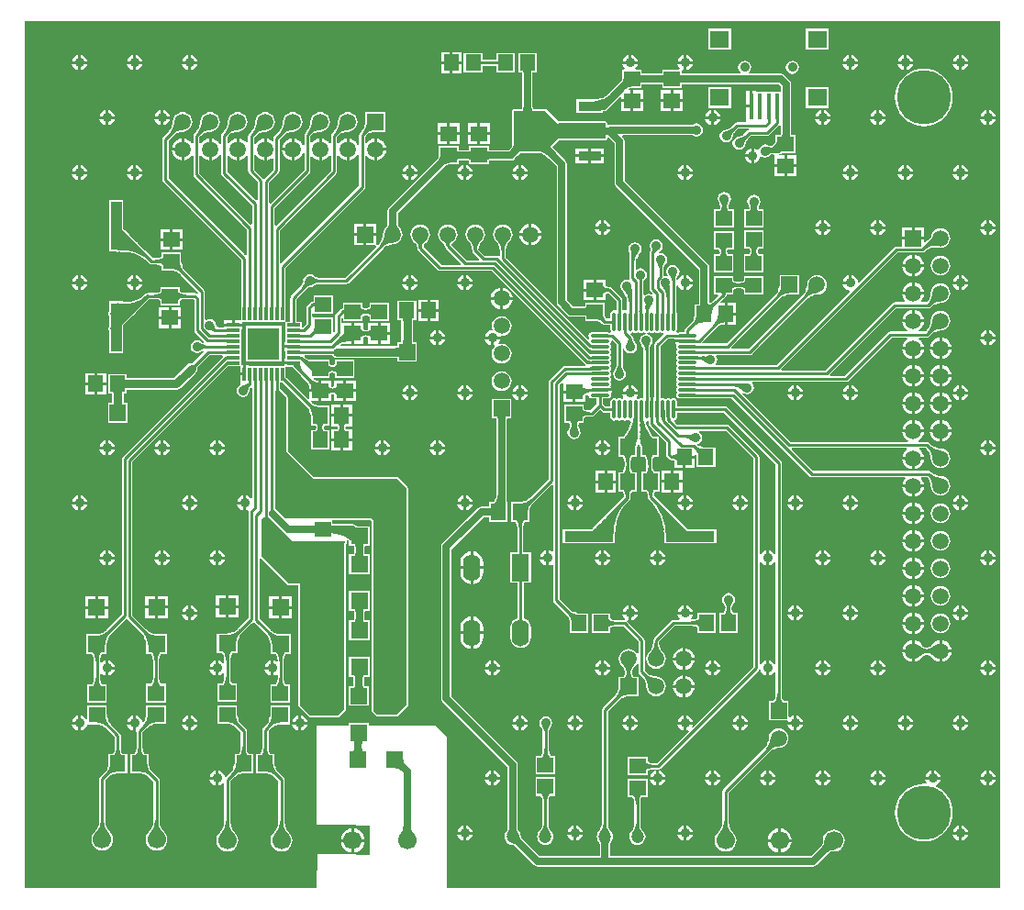
<source format=gtl>
%FSLAX25Y25*%
%MOIN*%
G70*
G01*
G75*
G04 Layer_Physical_Order=1*
G04 Layer_Color=255*
%ADD10C,0.01000*%
%ADD11C,0.02500*%
%ADD12C,0.03000*%
%ADD13R,0.07087X0.06299*%
%ADD14R,0.01575X0.09449*%
%ADD15R,0.05512X0.05906*%
%ADD16R,0.01181X0.04724*%
%ADD17R,0.04724X0.01181*%
%ADD18R,0.11811X0.11811*%
%ADD19R,0.05906X0.05512*%
%ADD20R,0.06299X0.05984*%
%ADD21R,0.05984X0.06299*%
%ADD22R,0.08268X0.12598*%
%ADD23R,0.08268X0.03543*%
%ADD24R,0.03937X0.17716*%
%ADD25O,0.07087X0.01181*%
%ADD26O,0.01181X0.07087*%
%ADD27R,0.17716X0.03937*%
%ADD28R,0.05906X0.05906*%
%ADD29C,0.05906*%
%ADD30C,0.06693*%
%ADD31R,0.05906X0.05906*%
%ADD32C,0.19685*%
%ADD33O,0.06299X0.09843*%
%ADD34R,0.06299X0.09843*%
%ADD35C,0.04724*%
%ADD36C,0.03543*%
%ADD37C,0.03500*%
G36*
X354331Y0D02*
X153543D01*
Y55118D01*
X149606Y59055D01*
X125250D01*
Y60092D01*
X117750D01*
Y59055D01*
X106299D01*
Y23065D01*
X115700Y23000D01*
X125500Y22900D01*
X125403Y12456D01*
X125044Y12107D01*
X115900Y12300D01*
X106500D01*
X106299Y0D01*
X0D01*
Y314961D01*
X354331D01*
Y0D01*
D02*
G37*
%LPC*%
G36*
X322335Y120141D02*
X321803Y120071D01*
X320841Y119673D01*
X320016Y119039D01*
X319382Y118214D01*
X318984Y117252D01*
X318914Y116720D01*
X322335D01*
Y120141D01*
D02*
G37*
G36*
X323335D02*
Y116720D01*
X326756D01*
X326686Y117252D01*
X326287Y118214D01*
X325654Y119039D01*
X324828Y119673D01*
X323867Y120071D01*
X323335Y120141D01*
D02*
G37*
G36*
X332835Y119804D02*
X331907Y119682D01*
X331043Y119324D01*
X330301Y118754D01*
X329731Y118012D01*
X329373Y117148D01*
X329251Y116220D01*
X329373Y115293D01*
X329731Y114429D01*
X330301Y113687D01*
X331043Y113117D01*
X331907Y112759D01*
X332835Y112637D01*
X333762Y112759D01*
X334626Y113117D01*
X335368Y113687D01*
X335938Y114429D01*
X336296Y115293D01*
X336418Y116220D01*
X336296Y117148D01*
X335938Y118012D01*
X335368Y118754D01*
X334626Y119324D01*
X333762Y119682D01*
X332835Y119804D01*
D02*
G37*
G36*
X322335Y115720D02*
X318914D01*
X318984Y115189D01*
X319382Y114227D01*
X320016Y113401D01*
X320841Y112768D01*
X321803Y112369D01*
X322335Y112299D01*
Y115720D01*
D02*
G37*
G36*
X326756D02*
X323335D01*
Y112299D01*
X323867Y112369D01*
X324828Y112768D01*
X325654Y113401D01*
X326287Y114227D01*
X326686Y115189D01*
X326756Y115720D01*
D02*
G37*
G36*
X32708Y119500D02*
X30500D01*
Y117292D01*
X30718Y117321D01*
X31387Y117598D01*
X31961Y118039D01*
X32402Y118613D01*
X32679Y119282D01*
X32708Y119500D01*
D02*
G37*
G36*
X49500D02*
X47292D01*
X47321Y119282D01*
X47598Y118613D01*
X48039Y118039D01*
X48613Y117598D01*
X49282Y117321D01*
X49500Y117292D01*
Y119500D01*
D02*
G37*
G36*
X29500D02*
X27292D01*
X27321Y119282D01*
X27598Y118613D01*
X28039Y118039D01*
X28613Y117598D01*
X29282Y117321D01*
X29500Y117292D01*
Y119500D01*
D02*
G37*
G36*
X162083Y122391D02*
X161500Y122315D01*
X160491Y121896D01*
X159624Y121231D01*
X158959Y120364D01*
X158541Y119355D01*
X158398Y118272D01*
Y117000D01*
X162083D01*
Y122391D01*
D02*
G37*
G36*
X163083D02*
Y117000D01*
X166769D01*
Y118272D01*
X166626Y119355D01*
X166208Y120364D01*
X165543Y121231D01*
X164676Y121896D01*
X163667Y122315D01*
X163083Y122391D01*
D02*
G37*
G36*
X52150Y106178D02*
X48500D01*
Y102686D01*
X52150D01*
Y106178D01*
D02*
G37*
G36*
X73200Y106392D02*
X69550D01*
Y102900D01*
X73200D01*
Y106392D01*
D02*
G37*
G36*
X47500Y106178D02*
X43850D01*
Y102686D01*
X47500D01*
Y106178D01*
D02*
G37*
G36*
X30350Y106092D02*
X26700D01*
Y102600D01*
X30350D01*
Y106092D01*
D02*
G37*
G36*
X332835Y109804D02*
X331907Y109682D01*
X331043Y109324D01*
X330301Y108754D01*
X329731Y108012D01*
X329373Y107148D01*
X329251Y106220D01*
X329373Y105293D01*
X329731Y104429D01*
X330301Y103687D01*
X331043Y103117D01*
X331907Y102759D01*
X332835Y102637D01*
X333762Y102759D01*
X334626Y103117D01*
X335368Y103687D01*
X335938Y104429D01*
X336296Y105293D01*
X336418Y106220D01*
X336296Y107148D01*
X335938Y108012D01*
X335368Y108754D01*
X334626Y109324D01*
X333762Y109682D01*
X332835Y109804D01*
D02*
G37*
G36*
X162083Y116000D02*
X158398D01*
Y114728D01*
X158541Y113645D01*
X158959Y112636D01*
X159624Y111769D01*
X160491Y111104D01*
X161500Y110686D01*
X162083Y110609D01*
Y116000D01*
D02*
G37*
G36*
X166769D02*
X163083D01*
Y110609D01*
X163667Y110686D01*
X164676Y111104D01*
X165543Y111769D01*
X166208Y112636D01*
X166626Y113645D01*
X166769Y114728D01*
Y116000D01*
D02*
G37*
G36*
X323335Y110141D02*
Y106720D01*
X326756D01*
X326686Y107252D01*
X326287Y108214D01*
X325654Y109039D01*
X324828Y109673D01*
X323867Y110071D01*
X323335Y110141D01*
D02*
G37*
G36*
X77850Y106392D02*
X74200D01*
Y102900D01*
X77850D01*
Y106392D01*
D02*
G37*
G36*
X322335Y110141D02*
X321803Y110071D01*
X320841Y109673D01*
X320016Y109039D01*
X319382Y108214D01*
X318984Y107252D01*
X318914Y106720D01*
X322335D01*
Y110141D01*
D02*
G37*
G36*
X352708Y119500D02*
X350500D01*
Y117292D01*
X350718Y117321D01*
X351387Y117598D01*
X351961Y118039D01*
X352402Y118613D01*
X352679Y119282D01*
X352708Y119500D01*
D02*
G37*
G36*
X29500Y122708D02*
X29282Y122679D01*
X28613Y122402D01*
X28039Y121961D01*
X27598Y121387D01*
X27321Y120718D01*
X27292Y120500D01*
X29500D01*
Y122708D01*
D02*
G37*
G36*
X349500Y119500D02*
X347292D01*
X347321Y119282D01*
X347598Y118613D01*
X348039Y118039D01*
X348613Y117598D01*
X349282Y117321D01*
X349500Y117292D01*
Y119500D01*
D02*
G37*
G36*
X309500D02*
X307292D01*
X307321Y119282D01*
X307598Y118613D01*
X308039Y118039D01*
X308613Y117598D01*
X309282Y117321D01*
X309500Y117292D01*
Y119500D01*
D02*
G37*
G36*
X312708D02*
X310500D01*
Y117292D01*
X310718Y117321D01*
X311387Y117598D01*
X311961Y118039D01*
X312402Y118613D01*
X312679Y119282D01*
X312708Y119500D01*
D02*
G37*
G36*
X69500Y122708D02*
X69282Y122679D01*
X68613Y122402D01*
X68039Y121961D01*
X67598Y121387D01*
X67321Y120718D01*
X67292Y120500D01*
X69500D01*
Y122708D01*
D02*
G37*
G36*
X70500D02*
Y120500D01*
X72708D01*
X72679Y120718D01*
X72402Y121387D01*
X71961Y121961D01*
X71387Y122402D01*
X70718Y122679D01*
X70500Y122708D01*
D02*
G37*
G36*
X50500D02*
Y120500D01*
X52708D01*
X52679Y120718D01*
X52402Y121387D01*
X51961Y121961D01*
X51387Y122402D01*
X50718Y122679D01*
X50500Y122708D01*
D02*
G37*
G36*
X30500D02*
Y120500D01*
X32708D01*
X32679Y120718D01*
X32402Y121387D01*
X31961Y121961D01*
X31387Y122402D01*
X30718Y122679D01*
X30500Y122708D01*
D02*
G37*
G36*
X49500D02*
X49282Y122679D01*
X48613Y122402D01*
X48039Y121961D01*
X47598Y121387D01*
X47321Y120718D01*
X47292Y120500D01*
X49500D01*
Y122708D01*
D02*
G37*
G36*
X189500Y119500D02*
X187292D01*
X187321Y119282D01*
X187598Y118613D01*
X188039Y118039D01*
X188613Y117598D01*
X189282Y117321D01*
X189500Y117292D01*
Y119500D01*
D02*
G37*
G36*
X209500D02*
X207292D01*
X207321Y119282D01*
X207598Y118613D01*
X208039Y118039D01*
X208613Y117598D01*
X209282Y117321D01*
X209500Y117292D01*
Y119500D01*
D02*
G37*
G36*
X72708D02*
X70500D01*
Y117292D01*
X70718Y117321D01*
X71387Y117598D01*
X71961Y118039D01*
X72402Y118613D01*
X72679Y119282D01*
X72708Y119500D01*
D02*
G37*
G36*
X52708D02*
X50500D01*
Y117292D01*
X50718Y117321D01*
X51387Y117598D01*
X51961Y118039D01*
X52402Y118613D01*
X52679Y119282D01*
X52708Y119500D01*
D02*
G37*
G36*
X69500D02*
X67292D01*
X67321Y119282D01*
X67598Y118613D01*
X68039Y118039D01*
X68613Y117598D01*
X69282Y117321D01*
X69500Y117292D01*
Y119500D01*
D02*
G37*
G36*
X289500D02*
X287292D01*
X287321Y119282D01*
X287598Y118613D01*
X288039Y118039D01*
X288613Y117598D01*
X289282Y117321D01*
X289500Y117292D01*
Y119500D01*
D02*
G37*
G36*
X292708D02*
X290500D01*
Y117292D01*
X290718Y117321D01*
X291387Y117598D01*
X291961Y118039D01*
X292402Y118613D01*
X292679Y119282D01*
X292708Y119500D01*
D02*
G37*
G36*
X232708D02*
X230500D01*
Y117292D01*
X230718Y117321D01*
X231387Y117598D01*
X231961Y118039D01*
X232402Y118613D01*
X232679Y119282D01*
X232708Y119500D01*
D02*
G37*
G36*
X212708D02*
X210500D01*
Y117292D01*
X210718Y117321D01*
X211387Y117598D01*
X211961Y118039D01*
X212402Y118613D01*
X212679Y119282D01*
X212708Y119500D01*
D02*
G37*
G36*
X229500D02*
X227292D01*
X227321Y119282D01*
X227598Y118613D01*
X228039Y118039D01*
X228613Y117598D01*
X229282Y117321D01*
X229500Y117292D01*
Y119500D01*
D02*
G37*
G36*
X342708Y99500D02*
X340500D01*
Y97292D01*
X340718Y97321D01*
X341387Y97598D01*
X341961Y98039D01*
X342402Y98613D01*
X342679Y99282D01*
X342708Y99500D01*
D02*
G37*
G36*
X251219Y100053D02*
X244507D01*
Y98162D01*
X243909Y97914D01*
X243538Y97761D01*
X242498Y97624D01*
X242417Y97632D01*
Y97622D01*
X242207D01*
X241985Y98070D01*
X242402Y98613D01*
X242679Y99282D01*
X242708Y99500D01*
X237292D01*
X237321Y99282D01*
X237598Y98613D01*
X238015Y98070D01*
X237793Y97622D01*
X235900D01*
X235900Y97622D01*
X235471Y97536D01*
X235107Y97293D01*
X235107Y97293D01*
X228707Y90893D01*
X228464Y90529D01*
X228379Y90100D01*
X228379Y90100D01*
Y89321D01*
X228366D01*
X228377Y89212D01*
X228227Y88076D01*
X227747Y86915D01*
X227032Y85985D01*
X226966Y85934D01*
X226397Y85192D01*
X226039Y84327D01*
X225917Y83400D01*
X226039Y82472D01*
X226397Y81608D01*
X226966Y80866D01*
X227708Y80297D01*
X228573Y79939D01*
X229500Y79817D01*
X230428Y79939D01*
X231292Y80297D01*
X232034Y80866D01*
X232603Y81608D01*
X232961Y82472D01*
X233084Y83400D01*
X232961Y84327D01*
X232603Y85192D01*
X232034Y85934D01*
X231968Y85985D01*
X231254Y86915D01*
X230773Y88076D01*
X230623Y89212D01*
X230634Y89321D01*
X230622D01*
Y89635D01*
X236365Y95378D01*
X242417D01*
Y95368D01*
X242498Y95376D01*
X243352Y95264D01*
X243538Y95239D01*
X244074Y95018D01*
X244507Y94838D01*
Y92947D01*
X251219D01*
Y100053D01*
D02*
G37*
G36*
X339500Y99500D02*
X337292D01*
X337321Y99282D01*
X337598Y98613D01*
X338039Y98039D01*
X338613Y97598D01*
X339282Y97321D01*
X339500Y97292D01*
Y99500D01*
D02*
G37*
G36*
X299500D02*
X297292D01*
X297321Y99282D01*
X297598Y98613D01*
X298039Y98039D01*
X298613Y97598D01*
X299282Y97321D01*
X299500Y97292D01*
Y99500D01*
D02*
G37*
G36*
X302708D02*
X300500D01*
Y97292D01*
X300718Y97321D01*
X301387Y97598D01*
X301961Y98039D01*
X302402Y98613D01*
X302679Y99282D01*
X302708Y99500D01*
D02*
G37*
G36*
X30350Y101600D02*
X26700D01*
Y98108D01*
X30350D01*
Y101600D01*
D02*
G37*
G36*
X47500Y101686D02*
X43850D01*
Y98194D01*
X47500D01*
Y101686D01*
D02*
G37*
G36*
X25700Y101600D02*
X22050D01*
Y98108D01*
X25700D01*
Y101600D01*
D02*
G37*
G36*
X92600Y101586D02*
X88950D01*
Y98094D01*
X92600D01*
Y101586D01*
D02*
G37*
G36*
X97250D02*
X93600D01*
Y98094D01*
X97250D01*
Y101586D01*
D02*
G37*
G36*
X322335Y100141D02*
X321803Y100071D01*
X320841Y99673D01*
X320016Y99040D01*
X319382Y98214D01*
X318984Y97252D01*
X318914Y96720D01*
X322335D01*
Y100141D01*
D02*
G37*
G36*
X323335D02*
Y96720D01*
X326756D01*
X326686Y97252D01*
X326287Y98214D01*
X325654Y99040D01*
X324828Y99673D01*
X323867Y100071D01*
X323335Y100141D01*
D02*
G37*
G36*
X163083Y98769D02*
Y93378D01*
X166769D01*
Y94650D01*
X166626Y95733D01*
X166208Y96742D01*
X165543Y97609D01*
X164676Y98274D01*
X163667Y98693D01*
X163083Y98769D01*
D02*
G37*
G36*
X255800Y107296D02*
X254883Y107114D01*
X254106Y106594D01*
X253586Y105817D01*
X253404Y104900D01*
X253586Y103983D01*
X254106Y103206D01*
X254175Y103159D01*
X254542Y102611D01*
X254655Y102040D01*
X254534Y101118D01*
X254214Y100345D01*
X254093Y100053D01*
X252381D01*
Y92947D01*
X259093D01*
Y100053D01*
X257417D01*
X257358Y100194D01*
X257055Y100926D01*
X256930Y101876D01*
X256936Y101882D01*
X256936D01*
X256927Y101949D01*
X257058Y102611D01*
X257425Y103159D01*
X257494Y103206D01*
X258014Y103983D01*
X258196Y104900D01*
X258014Y105817D01*
X257494Y106594D01*
X256717Y107114D01*
X255800Y107296D01*
D02*
G37*
G36*
X162083Y98769D02*
X161500Y98693D01*
X160491Y98274D01*
X159624Y97609D01*
X158959Y96742D01*
X158541Y95733D01*
X158398Y94650D01*
Y93378D01*
X162083D01*
Y98769D01*
D02*
G37*
G36*
X279500Y99500D02*
X277292D01*
X277321Y99282D01*
X277598Y98613D01*
X278039Y98039D01*
X278613Y97598D01*
X279282Y97321D01*
X279500Y97292D01*
Y99500D01*
D02*
G37*
G36*
X282708D02*
X280500D01*
Y97292D01*
X280718Y97321D01*
X281387Y97598D01*
X281961Y98039D01*
X282402Y98613D01*
X282679Y99282D01*
X282708Y99500D01*
D02*
G37*
G36*
X222708D02*
X220500D01*
Y97292D01*
X220718Y97321D01*
X221387Y97598D01*
X221961Y98039D01*
X222402Y98613D01*
X222679Y99282D01*
X222708Y99500D01*
D02*
G37*
G36*
X59500D02*
X57292D01*
X57321Y99282D01*
X57598Y98613D01*
X58039Y98039D01*
X58613Y97598D01*
X59282Y97321D01*
X59500Y97292D01*
Y99500D01*
D02*
G37*
G36*
X62708D02*
X60500D01*
Y97292D01*
X60718Y97321D01*
X61387Y97598D01*
X61961Y98039D01*
X62402Y98613D01*
X62679Y99282D01*
X62708Y99500D01*
D02*
G37*
G36*
X339500Y102708D02*
X339282Y102679D01*
X338613Y102402D01*
X338039Y101961D01*
X337598Y101387D01*
X337321Y100718D01*
X337292Y100500D01*
X339500D01*
Y102708D01*
D02*
G37*
G36*
X340500D02*
Y100500D01*
X342708D01*
X342679Y100718D01*
X342402Y101387D01*
X341961Y101961D01*
X341387Y102402D01*
X340718Y102679D01*
X340500Y102708D01*
D02*
G37*
G36*
X300500D02*
Y100500D01*
X302708D01*
X302679Y100718D01*
X302402Y101387D01*
X301961Y101961D01*
X301387Y102402D01*
X300718Y102679D01*
X300500Y102708D01*
D02*
G37*
G36*
X280500D02*
Y100500D01*
X282708D01*
X282679Y100718D01*
X282402Y101387D01*
X281961Y101961D01*
X281387Y102402D01*
X280718Y102679D01*
X280500Y102708D01*
D02*
G37*
G36*
X299500D02*
X299282Y102679D01*
X298613Y102402D01*
X298039Y101961D01*
X297598Y101387D01*
X297321Y100718D01*
X297292Y100500D01*
X299500D01*
Y102708D01*
D02*
G37*
G36*
X97250Y106078D02*
X93600D01*
Y102586D01*
X97250D01*
Y106078D01*
D02*
G37*
G36*
X25700Y106092D02*
X22050D01*
Y102600D01*
X25700D01*
Y106092D01*
D02*
G37*
G36*
X92600Y106078D02*
X88950D01*
Y102586D01*
X92600D01*
Y106078D01*
D02*
G37*
G36*
X322335Y105720D02*
X318914D01*
X318984Y105189D01*
X319382Y104227D01*
X320016Y103401D01*
X320841Y102768D01*
X321803Y102369D01*
X322335Y102299D01*
Y105720D01*
D02*
G37*
G36*
X326756D02*
X323335D01*
Y102299D01*
X323867Y102369D01*
X324828Y102768D01*
X325654Y103401D01*
X326287Y104227D01*
X326686Y105189D01*
X326756Y105720D01*
D02*
G37*
G36*
X59500Y102708D02*
X59282Y102679D01*
X58613Y102402D01*
X58039Y101961D01*
X57598Y101387D01*
X57321Y100718D01*
X57292Y100500D01*
X59500D01*
Y102708D01*
D02*
G37*
G36*
X60500D02*
Y100500D01*
X62708D01*
X62679Y100718D01*
X62402Y101387D01*
X61961Y101961D01*
X61387Y102402D01*
X60718Y102679D01*
X60500Y102708D01*
D02*
G37*
G36*
X77850Y101900D02*
X74200D01*
Y98408D01*
X77850D01*
Y101900D01*
D02*
G37*
G36*
X52150Y101686D02*
X48500D01*
Y98194D01*
X52150D01*
Y101686D01*
D02*
G37*
G36*
X73200Y101900D02*
X69550D01*
Y98408D01*
X73200D01*
Y101900D01*
D02*
G37*
G36*
X240500Y102708D02*
Y100500D01*
X242708D01*
X242679Y100718D01*
X242402Y101387D01*
X241961Y101961D01*
X241387Y102402D01*
X240718Y102679D01*
X240500Y102708D01*
D02*
G37*
G36*
X279500D02*
X279282Y102679D01*
X278613Y102402D01*
X278039Y101961D01*
X277598Y101387D01*
X277321Y100718D01*
X277292Y100500D01*
X279500D01*
Y102708D01*
D02*
G37*
G36*
X239500D02*
X239282Y102679D01*
X238613Y102402D01*
X238039Y101961D01*
X237598Y101387D01*
X237321Y100718D01*
X237292Y100500D01*
X239500D01*
Y102708D01*
D02*
G37*
G36*
X219500D02*
X219282Y102679D01*
X218613Y102402D01*
X218039Y101961D01*
X217598Y101387D01*
X217321Y100718D01*
X217292Y100500D01*
X219500D01*
Y102708D01*
D02*
G37*
G36*
X220500D02*
Y100500D01*
X222708D01*
X222679Y100718D01*
X222402Y101387D01*
X221961Y101961D01*
X221387Y102402D01*
X220718Y102679D01*
X220500Y102708D01*
D02*
G37*
G36*
X189500Y122708D02*
X189282Y122679D01*
X188613Y122402D01*
X188039Y121961D01*
X187598Y121387D01*
X187321Y120718D01*
X187292Y120500D01*
X189500D01*
Y122708D01*
D02*
G37*
G36*
X280500Y142708D02*
Y140500D01*
X282708D01*
X282679Y140718D01*
X282402Y141387D01*
X281961Y141961D01*
X281387Y142402D01*
X280718Y142679D01*
X280500Y142708D01*
D02*
G37*
G36*
X299500D02*
X299282Y142679D01*
X298613Y142402D01*
X298039Y141961D01*
X297598Y141387D01*
X297321Y140718D01*
X297292Y140500D01*
X299500D01*
Y142708D01*
D02*
G37*
G36*
X279500D02*
X279282Y142679D01*
X278613Y142402D01*
X278039Y141961D01*
X277598Y141387D01*
X277321Y140718D01*
X277292Y140500D01*
X279500D01*
Y142708D01*
D02*
G37*
G36*
X259500D02*
X259282Y142679D01*
X258613Y142402D01*
X258039Y141961D01*
X257598Y141387D01*
X257321Y140718D01*
X257292Y140500D01*
X259500D01*
Y142708D01*
D02*
G37*
G36*
X260500D02*
Y140500D01*
X262708D01*
X262679Y140718D01*
X262402Y141387D01*
X261961Y141961D01*
X261387Y142402D01*
X260718Y142679D01*
X260500Y142708D01*
D02*
G37*
G36*
X176953Y177853D02*
X169847D01*
Y170747D01*
X171432D01*
X171485Y170482D01*
X171514Y170338D01*
Y143114D01*
X171368Y142005D01*
X171118Y141631D01*
X171093Y141646D01*
X170708Y140716D01*
X170664Y140381D01*
X170642Y140353D01*
X168907D01*
Y138722D01*
X168627Y138697D01*
Y138697D01*
X168627D01*
X168627Y138686D01*
X166000D01*
X165398Y138567D01*
X165278Y138543D01*
X164666Y138134D01*
X151866Y125334D01*
X151457Y124722D01*
X151314Y124000D01*
Y69100D01*
X151314Y69100D01*
X151314D01*
X151457Y68378D01*
X151866Y67766D01*
X175508Y44124D01*
Y21483D01*
X175505D01*
X175507Y21469D01*
X175449Y21176D01*
X175276Y20918D01*
X175274Y20918D01*
X175274D01*
X175185Y20783D01*
X174807Y20291D01*
X174509Y19571D01*
X174407Y18798D01*
X174509Y18024D01*
X174807Y17304D01*
X175282Y16685D01*
X175901Y16210D01*
X176621Y15912D01*
X177236Y15831D01*
X177395Y15799D01*
Y15799D01*
X177396Y15800D01*
X177701Y15740D01*
X177949Y15574D01*
X177957Y15563D01*
X177960Y15565D01*
X177960Y15565D01*
X185058Y8466D01*
Y8466D01*
D01*
Y8466D01*
X185058Y8466D01*
D01*
D01*
X185058D01*
X185058Y8466D01*
Y8466D01*
Y8466D01*
D01*
D01*
X185058D01*
Y8466D01*
X185670Y8057D01*
X186392Y7914D01*
X286470D01*
X287192Y8057D01*
X287804Y8466D01*
X291825Y12487D01*
X291825Y12487D01*
X291825Y12487D01*
X291825Y12487D01*
X291898Y12560D01*
X292476Y13004D01*
X293245Y13322D01*
X293967Y13417D01*
X294027Y13425D01*
X294070Y13419D01*
Y13417D01*
X294103Y13424D01*
X295100Y13555D01*
X296060Y13953D01*
X296885Y14585D01*
X297517Y15410D01*
X297915Y16370D01*
X298051Y17400D01*
X297915Y18430D01*
X297517Y19390D01*
X296885Y20215D01*
X296060Y20847D01*
X295100Y21245D01*
X294070Y21381D01*
X293040Y21245D01*
X292080Y20847D01*
X291255Y20215D01*
X290623Y19390D01*
X290225Y18430D01*
X290094Y17433D01*
X290087Y17400D01*
X290090D01*
X290095Y17357D01*
X289992Y16575D01*
X289674Y15806D01*
X289230Y15227D01*
X289158Y15155D01*
X289157Y15155D01*
X289157D01*
X289157Y15155D01*
X285689Y11686D01*
X212745D01*
Y16113D01*
X212748D01*
X212746Y16126D01*
X212805Y16419D01*
X212977Y16677D01*
X212979Y16677D01*
X212979D01*
X213069Y16812D01*
X213446Y17304D01*
X213745Y18024D01*
X213847Y18798D01*
X213745Y19571D01*
X213446Y20291D01*
X212972Y20910D01*
X212958Y20921D01*
X212432Y21606D01*
X212095Y22420D01*
X211994Y23190D01*
X212007Y23293D01*
X211981D01*
Y64294D01*
X216106Y68420D01*
X216106Y68420D01*
X216115Y68411D01*
X216184Y68496D01*
X217094Y69194D01*
X217204Y69239D01*
X217265Y69227D01*
X217551Y69284D01*
X217561Y69245D01*
X218759Y69741D01*
X219487Y69837D01*
X219500Y69826D01*
Y69826D01*
X219608Y69847D01*
X223053D01*
Y76953D01*
X221238D01*
X220773Y78076D01*
X220730Y78400D01*
X220773Y78724D01*
X221254Y79885D01*
X221570Y80297D01*
X221968Y80815D01*
X222034Y80866D01*
X222603Y81608D01*
X223078Y81411D01*
Y78700D01*
X223078Y78700D01*
X223164Y78271D01*
X223407Y77907D01*
X224520Y76794D01*
X224511Y76785D01*
X224511Y76785D01*
X224596Y76716D01*
X225294Y75806D01*
X225339Y75696D01*
X225327Y75635D01*
X225384Y75349D01*
X225345Y75339D01*
X225841Y74141D01*
X225928Y73483D01*
X225917Y73400D01*
X226039Y72473D01*
X226397Y71608D01*
X226966Y70866D01*
X227708Y70297D01*
X228573Y69939D01*
X229500Y69817D01*
X230428Y69939D01*
X231292Y70297D01*
X232034Y70866D01*
X232603Y71608D01*
X232961Y72473D01*
X233084Y73400D01*
X232961Y74327D01*
X232603Y75192D01*
X232034Y75934D01*
X231292Y76503D01*
X230428Y76861D01*
X229500Y76983D01*
X229417Y76973D01*
X228759Y77059D01*
X227561Y77555D01*
X227551Y77516D01*
X227265Y77573D01*
X227204Y77561D01*
X227094Y77606D01*
X226184Y78304D01*
X226115Y78389D01*
X226115Y78389D01*
X226106Y78380D01*
X225322Y79165D01*
Y90100D01*
X225322Y90100D01*
X225236Y90529D01*
X224993Y90893D01*
X224993Y90893D01*
X218965Y96921D01*
X219242Y97337D01*
X219282Y97321D01*
X219500Y97292D01*
Y99500D01*
X217292D01*
X217321Y99282D01*
X217598Y98613D01*
X218039Y98039D01*
X218264Y97865D01*
X218058Y97410D01*
X218000Y97422D01*
X218000Y97422D01*
X214883D01*
Y97432D01*
X214802Y97424D01*
X213762Y97561D01*
X213610Y97624D01*
X213513Y97664D01*
X212793Y97962D01*
Y99853D01*
X206081D01*
Y92747D01*
X212793D01*
Y94638D01*
X213762Y95039D01*
D01*
X213762Y95039D01*
X213762Y95039D01*
X214802Y95176D01*
X214883Y95168D01*
Y95179D01*
X217535D01*
X223078Y89635D01*
Y85388D01*
X222603Y85192D01*
X222034Y85934D01*
X221292Y86503D01*
X220427Y86861D01*
X219500Y86983D01*
X218573Y86861D01*
X217708Y86503D01*
X216966Y85934D01*
X216397Y85192D01*
X216039Y84327D01*
X215917Y83400D01*
X216039Y82472D01*
X216397Y81608D01*
X216966Y80866D01*
X217033Y80815D01*
X217746Y79885D01*
X218227Y78724D01*
X218270Y78400D01*
X218227Y78076D01*
X217762Y76953D01*
X215947D01*
Y73508D01*
X215926Y73400D01*
X215926D01*
X215937Y73387D01*
X215841Y72659D01*
X215729Y72388D01*
X215597Y72071D01*
X215345Y71461D01*
X215384Y71451D01*
X215327Y71165D01*
X215339Y71104D01*
X215294Y70994D01*
X214822Y70379D01*
X214596Y70084D01*
X214511Y70015D01*
X214520Y70006D01*
X214520Y70006D01*
X210066Y65552D01*
X209823Y65188D01*
X209737Y64759D01*
X209737Y64759D01*
Y23293D01*
X209711D01*
X209724Y23190D01*
X209623Y22420D01*
X209286Y21606D01*
X208760Y20921D01*
D01*
X208746Y20910D01*
X208272Y20291D01*
X207973Y19571D01*
X207871Y18798D01*
X207973Y18024D01*
X208272Y17304D01*
X208649Y16812D01*
X208739Y16677D01*
X208739D01*
X208741Y16677D01*
X208913Y16419D01*
X208972Y16126D01*
X208970Y16113D01*
X208973D01*
Y11686D01*
X187173D01*
X180627Y18233D01*
X180627Y18233D01*
X180629Y18235D01*
X180618Y18243D01*
X180452Y18491D01*
X180392Y18796D01*
X180393Y18798D01*
X180393D01*
X180361Y18956D01*
X180280Y19571D01*
X179982Y20291D01*
X179605Y20783D01*
X179515Y20918D01*
X179515D01*
X179513Y20918D01*
X179340Y21176D01*
X179282Y21469D01*
X179284Y21483D01*
X179281D01*
Y44905D01*
X179161Y45507D01*
X179137Y45627D01*
X178728Y46239D01*
X155086Y69881D01*
Y123219D01*
X166781Y134914D01*
X168627D01*
X168627Y134903D01*
X168627D01*
Y134903D01*
X168907Y134878D01*
Y133247D01*
X175619D01*
Y140353D01*
X175286D01*
Y143285D01*
X175295Y143377D01*
X175286D01*
Y170338D01*
X175368Y170747D01*
X176953D01*
Y177853D01*
D02*
G37*
G36*
X322335Y145720D02*
X318914D01*
X318984Y145188D01*
X319382Y144227D01*
X320016Y143401D01*
X320841Y142768D01*
X321803Y142369D01*
X322335Y142299D01*
Y145720D01*
D02*
G37*
G36*
X340500Y142708D02*
Y140500D01*
X342708D01*
X342679Y140718D01*
X342402Y141387D01*
X341961Y141961D01*
X341387Y142402D01*
X340718Y142679D01*
X340500Y142708D01*
D02*
G37*
G36*
X300500D02*
Y140500D01*
X302708D01*
X302679Y140718D01*
X302402Y141387D01*
X301961Y141961D01*
X301387Y142402D01*
X300718Y142679D01*
X300500Y142708D01*
D02*
G37*
G36*
X339500D02*
X339282Y142679D01*
X338613Y142402D01*
X338039Y141961D01*
X337598Y141387D01*
X337321Y140718D01*
X337292Y140500D01*
X339500D01*
Y142708D01*
D02*
G37*
G36*
X79500D02*
X79282Y142679D01*
X78613Y142402D01*
X78039Y141961D01*
X77598Y141387D01*
X77321Y140718D01*
X77292Y140500D01*
X79500D01*
Y142708D01*
D02*
G37*
G36*
X159500D02*
X159282Y142679D01*
X158613Y142402D01*
X158039Y141961D01*
X157598Y141387D01*
X157321Y140718D01*
X157292Y140500D01*
X159500D01*
Y142708D01*
D02*
G37*
G36*
X60500D02*
Y140500D01*
X62708D01*
X62679Y140718D01*
X62402Y141387D01*
X61961Y141961D01*
X61387Y142402D01*
X60718Y142679D01*
X60500Y142708D01*
D02*
G37*
G36*
X20500D02*
Y140500D01*
X22708D01*
X22679Y140718D01*
X22402Y141387D01*
X21961Y141961D01*
X21387Y142402D01*
X20718Y142679D01*
X20500Y142708D01*
D02*
G37*
G36*
X59500D02*
X59282Y142679D01*
X58613Y142402D01*
X58039Y141961D01*
X57598Y141387D01*
X57321Y140718D01*
X57292Y140500D01*
X59500D01*
Y142708D01*
D02*
G37*
G36*
X239500D02*
X239282Y142679D01*
X238613Y142402D01*
X238039Y141961D01*
X237598Y141387D01*
X237321Y140718D01*
X237292Y140500D01*
X239500D01*
Y142708D01*
D02*
G37*
G36*
X240500D02*
Y140500D01*
X242708D01*
X242679Y140718D01*
X242402Y141387D01*
X241961Y141961D01*
X241387Y142402D01*
X240718Y142679D01*
X240500Y142708D01*
D02*
G37*
G36*
X200500D02*
Y140500D01*
X202708D01*
X202679Y140718D01*
X202402Y141387D01*
X201961Y141961D01*
X201387Y142402D01*
X200718Y142679D01*
X200500Y142708D01*
D02*
G37*
G36*
X160500D02*
Y140500D01*
X162708D01*
X162679Y140718D01*
X162402Y141387D01*
X161961Y141961D01*
X161387Y142402D01*
X160718Y142679D01*
X160500Y142708D01*
D02*
G37*
G36*
X199500D02*
X199282Y142679D01*
X198613Y142402D01*
X198039Y141961D01*
X197598Y141387D01*
X197321Y140718D01*
X197292Y140500D01*
X199500D01*
Y142708D01*
D02*
G37*
G36*
X32708Y159500D02*
X30500D01*
Y157292D01*
X30718Y157321D01*
X31387Y157598D01*
X31961Y158039D01*
X32402Y158613D01*
X32679Y159282D01*
X32708Y159500D01*
D02*
G37*
G36*
X49500D02*
X47292D01*
X47321Y159282D01*
X47598Y158613D01*
X48039Y158039D01*
X48613Y157598D01*
X49282Y157321D01*
X49500Y157292D01*
Y159500D01*
D02*
G37*
G36*
X29500D02*
X27292D01*
X27321Y159282D01*
X27598Y158613D01*
X28039Y158039D01*
X28613Y157598D01*
X29282Y157321D01*
X29500Y157292D01*
Y159500D01*
D02*
G37*
G36*
X326756Y155720D02*
X323335D01*
Y152299D01*
X323867Y152369D01*
X324828Y152768D01*
X325654Y153401D01*
X326287Y154227D01*
X326686Y155189D01*
X326756Y155720D01*
D02*
G37*
G36*
X243519Y156200D02*
X240263D01*
Y152747D01*
X243519D01*
Y156200D01*
D02*
G37*
G36*
X129500Y159500D02*
X127292D01*
X127321Y159282D01*
X127598Y158613D01*
X128039Y158039D01*
X128613Y157598D01*
X129282Y157321D01*
X129500Y157292D01*
Y159500D01*
D02*
G37*
G36*
X132708D02*
X130500D01*
Y157292D01*
X130718Y157321D01*
X131387Y157598D01*
X131961Y158039D01*
X132402Y158613D01*
X132679Y159282D01*
X132708Y159500D01*
D02*
G37*
G36*
X72708D02*
X70500D01*
Y157292D01*
X70718Y157321D01*
X71387Y157598D01*
X71961Y158039D01*
X72402Y158613D01*
X72679Y159282D01*
X72708Y159500D01*
D02*
G37*
G36*
X52708D02*
X50500D01*
Y157292D01*
X50718Y157321D01*
X51387Y157598D01*
X51961Y158039D01*
X52402Y158613D01*
X52679Y159282D01*
X52708Y159500D01*
D02*
G37*
G36*
X69500D02*
X67292D01*
X67321Y159282D01*
X67598Y158613D01*
X68039Y158039D01*
X68613Y157598D01*
X69282Y157321D01*
X69500Y157292D01*
Y159500D01*
D02*
G37*
G36*
X234737Y147300D02*
X231481D01*
Y143847D01*
X234737D01*
Y147300D01*
D02*
G37*
G36*
X238993D02*
X235737D01*
Y143847D01*
X238993D01*
Y147300D01*
D02*
G37*
G36*
X214919Y147200D02*
X211663D01*
Y143747D01*
X214919D01*
Y147200D01*
D02*
G37*
G36*
X326756Y145720D02*
X323335D01*
Y142299D01*
X323867Y142369D01*
X324828Y142768D01*
X325654Y143401D01*
X326287Y144227D01*
X326686Y145188D01*
X326756Y145720D01*
D02*
G37*
G36*
X210663Y147200D02*
X207407D01*
Y143747D01*
X210663D01*
Y147200D01*
D02*
G37*
G36*
X238993Y151753D02*
X235737D01*
Y148300D01*
X238993D01*
Y151753D01*
D02*
G37*
G36*
X322335Y155720D02*
X318914D01*
X318984Y155189D01*
X319382Y154227D01*
X320016Y153401D01*
X320841Y152768D01*
X321803Y152369D01*
X322335Y152299D01*
Y155720D01*
D02*
G37*
G36*
X234737Y151753D02*
X231481D01*
Y148300D01*
X234737D01*
Y151753D01*
D02*
G37*
G36*
X210663Y151653D02*
X207407D01*
Y148200D01*
X210663D01*
Y151653D01*
D02*
G37*
G36*
X214919D02*
X211663D01*
Y148200D01*
X214919D01*
Y151653D01*
D02*
G37*
G36*
X322335Y130141D02*
X321803Y130071D01*
X320841Y129673D01*
X320016Y129040D01*
X319382Y128214D01*
X318984Y127252D01*
X318914Y126720D01*
X322335D01*
Y130141D01*
D02*
G37*
G36*
X323335D02*
Y126720D01*
X326756D01*
X326686Y127252D01*
X326287Y128214D01*
X325654Y129040D01*
X324828Y129673D01*
X323867Y130071D01*
X323335Y130141D01*
D02*
G37*
G36*
X332835Y129804D02*
X331907Y129682D01*
X331043Y129324D01*
X330301Y128754D01*
X329731Y128012D01*
X329373Y127148D01*
X329251Y126220D01*
X329373Y125293D01*
X329731Y124429D01*
X330301Y123687D01*
X331043Y123117D01*
X331907Y122759D01*
X332835Y122637D01*
X333762Y122759D01*
X334626Y123117D01*
X335368Y123687D01*
X335938Y124429D01*
X336296Y125293D01*
X336418Y126220D01*
X336296Y127148D01*
X335938Y128012D01*
X335368Y128754D01*
X334626Y129324D01*
X333762Y129682D01*
X332835Y129804D01*
D02*
G37*
G36*
X322335Y125720D02*
X318914D01*
X318984Y125189D01*
X319382Y124227D01*
X320016Y123401D01*
X320841Y122768D01*
X321803Y122369D01*
X322335Y122299D01*
Y125720D01*
D02*
G37*
G36*
X326756D02*
X323335D01*
Y122299D01*
X323867Y122369D01*
X324828Y122768D01*
X325654Y123401D01*
X326287Y124227D01*
X326686Y125189D01*
X326756Y125720D01*
D02*
G37*
G36*
X322335Y140141D02*
X321803Y140071D01*
X320841Y139673D01*
X320016Y139040D01*
X319382Y138214D01*
X318984Y137252D01*
X318914Y136720D01*
X322335D01*
Y140141D01*
D02*
G37*
G36*
X323335D02*
Y136720D01*
X326756D01*
X326686Y137252D01*
X326287Y138214D01*
X325654Y139040D01*
X324828Y139673D01*
X323867Y140071D01*
X323335Y140141D01*
D02*
G37*
G36*
X332835Y139804D02*
X331907Y139682D01*
X331043Y139324D01*
X330301Y138754D01*
X329731Y138012D01*
X329373Y137148D01*
X329251Y136220D01*
X329373Y135293D01*
X329731Y134429D01*
X330301Y133687D01*
X331043Y133117D01*
X331907Y132759D01*
X332835Y132637D01*
X333762Y132759D01*
X334626Y133117D01*
X335368Y133687D01*
X335938Y134429D01*
X336296Y135293D01*
X336418Y136220D01*
X336296Y137148D01*
X335938Y138012D01*
X335368Y138754D01*
X334626Y139324D01*
X333762Y139682D01*
X332835Y139804D01*
D02*
G37*
G36*
X322335Y135720D02*
X318914D01*
X318984Y135188D01*
X319382Y134227D01*
X320016Y133401D01*
X320841Y132768D01*
X321803Y132369D01*
X322335Y132299D01*
Y135720D01*
D02*
G37*
G36*
X326756D02*
X323335D01*
Y132299D01*
X323867Y132369D01*
X324828Y132768D01*
X325654Y133401D01*
X326287Y134227D01*
X326686Y135188D01*
X326756Y135720D01*
D02*
G37*
G36*
X230500Y122708D02*
Y120500D01*
X232708D01*
X232679Y120718D01*
X232402Y121387D01*
X231961Y121961D01*
X231387Y122402D01*
X230718Y122679D01*
X230500Y122708D01*
D02*
G37*
G36*
X289500D02*
X289282Y122679D01*
X288613Y122402D01*
X288039Y121961D01*
X287598Y121387D01*
X287321Y120718D01*
X287292Y120500D01*
X289500D01*
Y122708D01*
D02*
G37*
G36*
X229500D02*
X229282Y122679D01*
X228613Y122402D01*
X228039Y121961D01*
X227598Y121387D01*
X227321Y120718D01*
X227292Y120500D01*
X229500D01*
Y122708D01*
D02*
G37*
G36*
X209500D02*
X209282Y122679D01*
X208613Y122402D01*
X208039Y121961D01*
X207598Y121387D01*
X207321Y120718D01*
X207292Y120500D01*
X209500D01*
Y122708D01*
D02*
G37*
G36*
X210500D02*
Y120500D01*
X212708D01*
X212679Y120718D01*
X212402Y121387D01*
X211961Y121961D01*
X211387Y122402D01*
X210718Y122679D01*
X210500Y122708D01*
D02*
G37*
G36*
X349500D02*
X349282Y122679D01*
X348613Y122402D01*
X348039Y121961D01*
X347598Y121387D01*
X347321Y120718D01*
X347292Y120500D01*
X349500D01*
Y122708D01*
D02*
G37*
G36*
X350500D02*
Y120500D01*
X352708D01*
X352679Y120718D01*
X352402Y121387D01*
X351961Y121961D01*
X351387Y122402D01*
X350718Y122679D01*
X350500Y122708D01*
D02*
G37*
G36*
X310500D02*
Y120500D01*
X312708D01*
X312679Y120718D01*
X312402Y121387D01*
X311961Y121961D01*
X311387Y122402D01*
X310718Y122679D01*
X310500Y122708D01*
D02*
G37*
G36*
X290500D02*
Y120500D01*
X292708D01*
X292679Y120718D01*
X292402Y121387D01*
X291961Y121961D01*
X291387Y122402D01*
X290718Y122679D01*
X290500Y122708D01*
D02*
G37*
G36*
X309500D02*
X309282Y122679D01*
X308613Y122402D01*
X308039Y121961D01*
X307598Y121387D01*
X307321Y120718D01*
X307292Y120500D01*
X309500D01*
Y122708D01*
D02*
G37*
G36*
X279500Y139500D02*
X277292D01*
X277321Y139282D01*
X277598Y138613D01*
X278039Y138039D01*
X278613Y137598D01*
X279282Y137321D01*
X279500Y137292D01*
Y139500D01*
D02*
G37*
G36*
X282708D02*
X280500D01*
Y137292D01*
X280718Y137321D01*
X281387Y137598D01*
X281961Y138039D01*
X282402Y138613D01*
X282679Y139282D01*
X282708Y139500D01*
D02*
G37*
G36*
X262708D02*
X260500D01*
Y137292D01*
X260718Y137321D01*
X261387Y137598D01*
X261961Y138039D01*
X262402Y138613D01*
X262679Y139282D01*
X262708Y139500D01*
D02*
G37*
G36*
X242708D02*
X240500D01*
Y137292D01*
X240718Y137321D01*
X241387Y137598D01*
X241961Y138039D01*
X242402Y138613D01*
X242679Y139282D01*
X242708Y139500D01*
D02*
G37*
G36*
X259500D02*
X257292D01*
X257321Y139282D01*
X257598Y138613D01*
X258039Y138039D01*
X258613Y137598D01*
X259282Y137321D01*
X259500Y137292D01*
Y139500D01*
D02*
G37*
G36*
X342708D02*
X340500D01*
Y137292D01*
X340718Y137321D01*
X341387Y137598D01*
X341961Y138039D01*
X342402Y138613D01*
X342679Y139282D01*
X342708Y139500D01*
D02*
G37*
G36*
X19500Y142708D02*
X19282Y142679D01*
X18613Y142402D01*
X18039Y141961D01*
X17598Y141387D01*
X17321Y140718D01*
X17292Y140500D01*
X19500D01*
Y142708D01*
D02*
G37*
G36*
X339500Y139500D02*
X337292D01*
X337321Y139282D01*
X337598Y138613D01*
X338039Y138039D01*
X338613Y137598D01*
X339282Y137321D01*
X339500Y137292D01*
Y139500D01*
D02*
G37*
G36*
X299500D02*
X297292D01*
X297321Y139282D01*
X297598Y138613D01*
X298039Y138039D01*
X298613Y137598D01*
X299282Y137321D01*
X299500Y137292D01*
Y139500D01*
D02*
G37*
G36*
X302708D02*
X300500D01*
Y137292D01*
X300718Y137321D01*
X301387Y137598D01*
X301961Y138039D01*
X302402Y138613D01*
X302679Y139282D01*
X302708Y139500D01*
D02*
G37*
G36*
X62708D02*
X60500D01*
Y137292D01*
X60718Y137321D01*
X61387Y137598D01*
X61961Y138039D01*
X62402Y138613D01*
X62679Y139282D01*
X62708Y139500D01*
D02*
G37*
G36*
X79500D02*
X77292D01*
X77321Y139282D01*
X77598Y138613D01*
X78039Y138039D01*
X78613Y137598D01*
X79282Y137321D01*
X79500Y137292D01*
Y139500D01*
D02*
G37*
G36*
X59500D02*
X57292D01*
X57321Y139282D01*
X57598Y138613D01*
X58039Y138039D01*
X58613Y137598D01*
X59282Y137321D01*
X59500Y137292D01*
Y139500D01*
D02*
G37*
G36*
X19500D02*
X17292D01*
X17321Y139282D01*
X17598Y138613D01*
X18039Y138039D01*
X18613Y137598D01*
X19282Y137321D01*
X19500Y137292D01*
Y139500D01*
D02*
G37*
G36*
X22708D02*
X20500D01*
Y137292D01*
X20718Y137321D01*
X21387Y137598D01*
X21961Y138039D01*
X22402Y138613D01*
X22679Y139282D01*
X22708Y139500D01*
D02*
G37*
G36*
X202708D02*
X200500D01*
Y137292D01*
X200718Y137321D01*
X201387Y137598D01*
X201961Y138039D01*
X202402Y138613D01*
X202679Y139282D01*
X202708Y139500D01*
D02*
G37*
G36*
X239500D02*
X237292D01*
X237321Y139282D01*
X237598Y138613D01*
X238039Y138039D01*
X238613Y137598D01*
X239282Y137321D01*
X239500Y137292D01*
Y139500D01*
D02*
G37*
G36*
X199500D02*
X197292D01*
X197321Y139282D01*
X197598Y138613D01*
X198039Y138039D01*
X198613Y137598D01*
X199282Y137321D01*
X199500Y137292D01*
Y139500D01*
D02*
G37*
G36*
X159500D02*
X157292D01*
X157321Y139282D01*
X157598Y138613D01*
X158039Y138039D01*
X158613Y137598D01*
X159282Y137321D01*
X159500Y137292D01*
Y139500D01*
D02*
G37*
G36*
X162708D02*
X160500D01*
Y137292D01*
X160718Y137321D01*
X161387Y137598D01*
X161961Y138039D01*
X162402Y138613D01*
X162679Y139282D01*
X162708Y139500D01*
D02*
G37*
G36*
X309500Y42708D02*
X309282Y42679D01*
X308613Y42402D01*
X308039Y41961D01*
X307598Y41387D01*
X307321Y40718D01*
X307292Y40500D01*
X309500D01*
Y42708D01*
D02*
G37*
G36*
X310500D02*
Y40500D01*
X312708D01*
X312679Y40718D01*
X312402Y41387D01*
X311961Y41961D01*
X311387Y42402D01*
X310718Y42679D01*
X310500Y42708D01*
D02*
G37*
G36*
X290500D02*
Y40500D01*
X292708D01*
X292679Y40718D01*
X292402Y41387D01*
X291961Y41961D01*
X291387Y42402D01*
X290718Y42679D01*
X290500Y42708D01*
D02*
G37*
G36*
X270500D02*
Y40500D01*
X272708D01*
X272679Y40718D01*
X272402Y41387D01*
X271961Y41961D01*
X271387Y42402D01*
X270718Y42679D01*
X270500Y42708D01*
D02*
G37*
G36*
X289500D02*
X289282Y42679D01*
X288613Y42402D01*
X288039Y41961D01*
X287598Y41387D01*
X287321Y40718D01*
X287292Y40500D01*
X289500D01*
Y42708D01*
D02*
G37*
G36*
X350500D02*
Y40500D01*
X352708D01*
X352679Y40718D01*
X352402Y41387D01*
X351961Y41961D01*
X351387Y42402D01*
X350718Y42679D01*
X350500Y42708D01*
D02*
G37*
G36*
X189400Y62596D02*
X188483Y62414D01*
X187706Y61894D01*
X187186Y61117D01*
X187004Y60200D01*
X187186Y59283D01*
X187706Y58506D01*
X187775Y58459D01*
X188142Y57911D01*
X188273Y57249D01*
X188265Y57182D01*
X188278D01*
Y50517D01*
X188267D01*
X188278Y50398D01*
Y50006D01*
X188148Y49014D01*
X187808Y48193D01*
X185747D01*
Y41481D01*
X192853D01*
Y48193D01*
X191131D01*
X190669Y49309D01*
X190522Y50430D01*
Y57182D01*
X190535D01*
X190527Y57249D01*
X190658Y57911D01*
X191025Y58459D01*
X191094Y58506D01*
X191614Y59283D01*
X191796Y60200D01*
X191614Y61117D01*
X191094Y61894D01*
X190317Y62414D01*
X189400Y62596D01*
D02*
G37*
G36*
X349500Y42708D02*
X349282Y42679D01*
X348613Y42402D01*
X348039Y41961D01*
X347598Y41387D01*
X347321Y40718D01*
X347292Y40500D01*
X349500D01*
Y42708D01*
D02*
G37*
G36*
X329500D02*
X329282Y42679D01*
X328613Y42402D01*
X328039Y41961D01*
X327598Y41387D01*
X327321Y40718D01*
X327292Y40500D01*
X329500D01*
Y42708D01*
D02*
G37*
G36*
X330500D02*
Y40500D01*
X332708D01*
X332679Y40718D01*
X332402Y41387D01*
X331961Y41961D01*
X331387Y42402D01*
X330718Y42679D01*
X330500Y42708D01*
D02*
G37*
G36*
X169500D02*
X169282Y42679D01*
X168613Y42402D01*
X168039Y41961D01*
X167598Y41387D01*
X167321Y40718D01*
X167292Y40500D01*
X169500D01*
Y42708D01*
D02*
G37*
G36*
X170500D02*
Y40500D01*
X172708D01*
X172679Y40718D01*
X172402Y41387D01*
X171961Y41961D01*
X171387Y42402D01*
X170718Y42679D01*
X170500Y42708D01*
D02*
G37*
G36*
X69500D02*
X69282Y42679D01*
X68613Y42402D01*
X68039Y41961D01*
X67598Y41387D01*
X67321Y40718D01*
X67292Y40500D01*
X69500D01*
Y42708D01*
D02*
G37*
G36*
X352708Y39500D02*
X350500D01*
Y37292D01*
X350718Y37321D01*
X351387Y37598D01*
X351961Y38039D01*
X352402Y38613D01*
X352679Y39282D01*
X352708Y39500D01*
D02*
G37*
G36*
X332708D02*
X327292D01*
X327321Y39282D01*
X327598Y38613D01*
X327750Y38415D01*
X327511Y37976D01*
X326772Y38034D01*
X325133Y37905D01*
X323535Y37521D01*
X322016Y36892D01*
X320615Y36033D01*
X319365Y34966D01*
X318297Y33716D01*
X317439Y32315D01*
X316810Y30796D01*
X316426Y29198D01*
X316297Y27559D01*
X316426Y25920D01*
X316810Y24322D01*
X317439Y22804D01*
X318297Y21402D01*
X319365Y20152D01*
X320615Y19085D01*
X322016Y18226D01*
X323535Y17597D01*
X325133Y17213D01*
X326772Y17084D01*
X328410Y17213D01*
X330009Y17597D01*
X331527Y18226D01*
X332928Y19085D01*
X334178Y20152D01*
X335246Y21402D01*
X336105Y22804D01*
X336734Y24322D01*
X337118Y25920D01*
X337246Y27559D01*
X337118Y29198D01*
X336734Y30796D01*
X336105Y32315D01*
X335246Y33716D01*
X334178Y34966D01*
X332928Y36033D01*
X331527Y36892D01*
X331209Y37024D01*
Y37524D01*
X331387Y37598D01*
X331961Y38039D01*
X332402Y38613D01*
X332679Y39282D01*
X332708Y39500D01*
D02*
G37*
G36*
X250500Y42708D02*
Y40500D01*
X252708D01*
X252679Y40718D01*
X252402Y41387D01*
X251961Y41961D01*
X251387Y42402D01*
X250718Y42679D01*
X250500Y42708D01*
D02*
G37*
G36*
X269500D02*
X269282Y42679D01*
X268613Y42402D01*
X268039Y41961D01*
X267598Y41387D01*
X267321Y40718D01*
X267292Y40500D01*
X269500D01*
Y42708D01*
D02*
G37*
G36*
X249500D02*
X249282Y42679D01*
X248613Y42402D01*
X248039Y41961D01*
X247598Y41387D01*
X247321Y40718D01*
X247292Y40500D01*
X249500D01*
Y42708D01*
D02*
G37*
G36*
X229500D02*
X229282Y42679D01*
X228613Y42402D01*
X228039Y41961D01*
X227598Y41387D01*
X227321Y40718D01*
X227292Y40500D01*
X229500D01*
Y42708D01*
D02*
G37*
G36*
X230500D02*
Y40500D01*
X232708D01*
X232679Y40718D01*
X232402Y41387D01*
X231961Y41961D01*
X231387Y42402D01*
X230718Y42679D01*
X230500Y42708D01*
D02*
G37*
G36*
X239500Y59500D02*
X237292D01*
X237321Y59282D01*
X237598Y58613D01*
X238039Y58039D01*
X238613Y57598D01*
X239282Y57321D01*
X239500Y57292D01*
Y59500D01*
D02*
G37*
G36*
X259500D02*
X257292D01*
X257321Y59282D01*
X257598Y58613D01*
X258039Y58039D01*
X258613Y57598D01*
X259282Y57321D01*
X259500Y57292D01*
Y59500D01*
D02*
G37*
G36*
X222708D02*
X220500D01*
Y57292D01*
X220718Y57321D01*
X221387Y57598D01*
X221961Y58039D01*
X222402Y58613D01*
X222679Y59282D01*
X222708Y59500D01*
D02*
G37*
G36*
X202708D02*
X200500D01*
Y57292D01*
X200718Y57321D01*
X201387Y57598D01*
X201961Y58039D01*
X202402Y58613D01*
X202679Y59282D01*
X202708Y59500D01*
D02*
G37*
G36*
X219500D02*
X217292D01*
X217321Y59282D01*
X217598Y58613D01*
X218039Y58039D01*
X218613Y57598D01*
X219282Y57321D01*
X219500Y57292D01*
Y59500D01*
D02*
G37*
G36*
X299500D02*
X297292D01*
X297321Y59282D01*
X297598Y58613D01*
X298039Y58039D01*
X298613Y57598D01*
X299282Y57321D01*
X299500Y57292D01*
Y59500D01*
D02*
G37*
G36*
X302708D02*
X300500D01*
Y57292D01*
X300718Y57321D01*
X301387Y57598D01*
X301961Y58039D01*
X302402Y58613D01*
X302679Y59282D01*
X302708Y59500D01*
D02*
G37*
G36*
X282708D02*
X280500D01*
Y57292D01*
X280718Y57321D01*
X281387Y57598D01*
X281961Y58039D01*
X282402Y58613D01*
X282679Y59282D01*
X282708Y59500D01*
D02*
G37*
G36*
X262708D02*
X260500D01*
Y57292D01*
X260718Y57321D01*
X261387Y57598D01*
X261961Y58039D01*
X262402Y58613D01*
X262679Y59282D01*
X262708Y59500D01*
D02*
G37*
G36*
X279500D02*
X277292D01*
X277321Y59282D01*
X277598Y58613D01*
X278039Y58039D01*
X278613Y57598D01*
X279282Y57321D01*
X279500Y57292D01*
Y59500D01*
D02*
G37*
G36*
X59500D02*
X57292D01*
X57321Y59282D01*
X57598Y58613D01*
X58039Y58039D01*
X58613Y57598D01*
X59282Y57321D01*
X59500Y57292D01*
Y59500D01*
D02*
G37*
G36*
X62708D02*
X60500D01*
Y57292D01*
X60718Y57321D01*
X61387Y57598D01*
X61961Y58039D01*
X62402Y58613D01*
X62679Y59282D01*
X62708Y59500D01*
D02*
G37*
G36*
X39500D02*
X37292D01*
X37321Y59282D01*
X37598Y58613D01*
X38039Y58039D01*
X38613Y57598D01*
X39282Y57321D01*
X39500Y57292D01*
Y59500D01*
D02*
G37*
G36*
X274016Y58150D02*
X273088Y58028D01*
X272224Y57670D01*
X271482Y57101D01*
X270913Y56359D01*
X270554Y55494D01*
X270432Y54567D01*
X270443Y54484D01*
X270357Y53826D01*
X269861Y52628D01*
X269899Y52618D01*
X269843Y52332D01*
X269855Y52271D01*
X269810Y52161D01*
X269112Y51251D01*
X269027Y51182D01*
X269036Y51173D01*
X269036Y51173D01*
X253907Y36044D01*
X253664Y35680D01*
X253578Y35251D01*
X253578Y35251D01*
Y24272D01*
X253561D01*
X253578Y24107D01*
X253469Y23279D01*
X253403Y22778D01*
X252826Y21386D01*
X251987Y20293D01*
X251885Y20215D01*
X251253Y19390D01*
X250855Y18430D01*
X250719Y17400D01*
X250855Y16370D01*
X251253Y15410D01*
X251885Y14585D01*
X252710Y13953D01*
X253670Y13555D01*
X254700Y13419D01*
X255730Y13555D01*
X256690Y13953D01*
X257515Y14585D01*
X258147Y15410D01*
X258545Y16370D01*
X258681Y17400D01*
X258545Y18430D01*
X258147Y19390D01*
X257515Y20215D01*
X257413Y20293D01*
X256574Y21386D01*
X255997Y22778D01*
X255822Y24107D01*
X255839Y24272D01*
X255821D01*
Y34787D01*
X270622Y49587D01*
X270622Y49587D01*
X270631Y49578D01*
X270700Y49663D01*
X271609Y50361D01*
X271719Y50406D01*
X271781Y50394D01*
X272066Y50451D01*
X272077Y50412D01*
X273274Y50908D01*
X273683Y50962D01*
X273933Y50994D01*
X274016Y50984D01*
X274943Y51106D01*
X275807Y51464D01*
X276550Y52033D01*
X277119Y52775D01*
X277477Y53640D01*
X277599Y54567D01*
X277477Y55494D01*
X277119Y56359D01*
X276550Y57101D01*
X275807Y57670D01*
X274943Y58028D01*
X274016Y58150D01*
D02*
G37*
G36*
X19500Y59500D02*
X17292D01*
X17321Y59282D01*
X17598Y58613D01*
X18039Y58039D01*
X18613Y57598D01*
X19282Y57321D01*
X19500Y57292D01*
Y59500D01*
D02*
G37*
G36*
X182708D02*
X180500D01*
Y57292D01*
X180718Y57321D01*
X181387Y57598D01*
X181961Y58039D01*
X182402Y58613D01*
X182679Y59282D01*
X182708Y59500D01*
D02*
G37*
G36*
X199500D02*
X197292D01*
X197321Y59282D01*
X197598Y58613D01*
X198039Y58039D01*
X198613Y57598D01*
X199282Y57321D01*
X199500Y57292D01*
Y59500D01*
D02*
G37*
G36*
X179500D02*
X177292D01*
X177321Y59282D01*
X177598Y58613D01*
X178039Y58039D01*
X178613Y57598D01*
X179282Y57321D01*
X179500Y57292D01*
Y59500D01*
D02*
G37*
G36*
X99500D02*
X97292D01*
X97321Y59282D01*
X97598Y58613D01*
X98039Y58039D01*
X98613Y57598D01*
X99282Y57321D01*
X99500Y57292D01*
Y59500D01*
D02*
G37*
G36*
X102708D02*
X100500D01*
Y57292D01*
X100718Y57321D01*
X101387Y57598D01*
X101961Y58039D01*
X102402Y58613D01*
X102679Y59282D01*
X102708Y59500D01*
D02*
G37*
G36*
X342708Y19500D02*
X340500D01*
Y17292D01*
X340718Y17321D01*
X341387Y17598D01*
X341961Y18039D01*
X342402Y18613D01*
X342679Y19282D01*
X342708Y19500D01*
D02*
G37*
G36*
X118800Y21718D02*
X118165Y21635D01*
X117108Y21197D01*
X116200Y20500D01*
X115503Y19592D01*
X115065Y18535D01*
X114982Y17900D01*
X118800D01*
Y21718D01*
D02*
G37*
G36*
X339500Y19500D02*
X337292D01*
X337321Y19282D01*
X337598Y18613D01*
X338039Y18039D01*
X338613Y17598D01*
X339282Y17321D01*
X339500Y17292D01*
Y19500D01*
D02*
G37*
G36*
X239500D02*
X237292D01*
X237321Y19282D01*
X237598Y18613D01*
X238039Y18039D01*
X238613Y17598D01*
X239282Y17321D01*
X239500Y17292D01*
Y19500D01*
D02*
G37*
G36*
X242708D02*
X240500D01*
Y17292D01*
X240718Y17321D01*
X241387Y17598D01*
X241961Y18039D01*
X242402Y18613D01*
X242679Y19282D01*
X242708Y19500D01*
D02*
G37*
G36*
X159500Y22708D02*
X159282Y22679D01*
X158613Y22402D01*
X158039Y21961D01*
X157598Y21387D01*
X157321Y20718D01*
X157292Y20500D01*
X159500D01*
Y22708D01*
D02*
G37*
G36*
X160500D02*
Y20500D01*
X162708D01*
X162679Y20718D01*
X162402Y21387D01*
X161961Y21961D01*
X161387Y22402D01*
X160718Y22679D01*
X160500Y22708D01*
D02*
G37*
G36*
X274885Y21718D02*
Y17900D01*
X278703D01*
X278620Y18535D01*
X278182Y19592D01*
X277485Y20500D01*
X276577Y21197D01*
X275520Y21635D01*
X274885Y21718D01*
D02*
G37*
G36*
X119800D02*
Y17900D01*
X123618D01*
X123535Y18535D01*
X123097Y19592D01*
X122400Y20500D01*
X121492Y21197D01*
X120435Y21635D01*
X119800Y21718D01*
D02*
G37*
G36*
X273885D02*
X273250Y21635D01*
X272193Y21197D01*
X271285Y20500D01*
X270588Y19592D01*
X270150Y18535D01*
X270067Y17900D01*
X273885D01*
Y21718D01*
D02*
G37*
G36*
X278703Y16900D02*
X274885D01*
Y13082D01*
X275520Y13165D01*
X276577Y13603D01*
X277485Y14300D01*
X278182Y15208D01*
X278620Y16265D01*
X278703Y16900D01*
D02*
G37*
G36*
X192853Y40319D02*
X185747D01*
Y33607D01*
X187638D01*
X187833Y33137D01*
X188039Y32638D01*
X188176Y31598D01*
X188168Y31517D01*
X188178D01*
Y23497D01*
X188056Y22564D01*
X187686Y21671D01*
X187115Y20927D01*
X187093Y20910D01*
X186618Y20291D01*
X186320Y19571D01*
X186218Y18798D01*
X186320Y18024D01*
X186618Y17304D01*
X187093Y16685D01*
X187712Y16210D01*
X188432Y15912D01*
X189206Y15810D01*
X189979Y15912D01*
X190700Y16210D01*
X191318Y16685D01*
X191793Y17304D01*
X192092Y18024D01*
X192193Y18798D01*
X192092Y19571D01*
X191793Y20291D01*
X191318Y20910D01*
X191313Y20914D01*
X190832Y21541D01*
X190528Y22276D01*
X190424Y23065D01*
X190422D01*
Y23449D01*
X190429Y23521D01*
X190422D01*
Y31517D01*
X190432D01*
X190424Y31598D01*
X190561Y32638D01*
X190962Y33607D01*
X192853D01*
Y40319D01*
D02*
G37*
G36*
X273885Y16900D02*
X270067D01*
X270150Y16265D01*
X270588Y15208D01*
X271285Y14300D01*
X272193Y13603D01*
X273250Y13165D01*
X273885Y13082D01*
Y16900D01*
D02*
G37*
G36*
X118800D02*
X114982D01*
X115065Y16265D01*
X115503Y15208D01*
X116200Y14300D01*
X117108Y13603D01*
X118165Y13165D01*
X118800Y13082D01*
Y16900D01*
D02*
G37*
G36*
X123618D02*
X119800D01*
Y13082D01*
X120435Y13165D01*
X121492Y13603D01*
X122400Y14300D01*
X123097Y15208D01*
X123535Y16265D01*
X123618Y16900D01*
D02*
G37*
G36*
X199500Y19500D02*
X197292D01*
X197321Y19282D01*
X197598Y18613D01*
X198039Y18039D01*
X198613Y17598D01*
X199282Y17321D01*
X199500Y17292D01*
Y19500D01*
D02*
G37*
G36*
X202708D02*
X200500D01*
Y17292D01*
X200718Y17321D01*
X201387Y17598D01*
X201961Y18039D01*
X202402Y18613D01*
X202679Y19282D01*
X202708Y19500D01*
D02*
G37*
G36*
X162708D02*
X160500D01*
Y17292D01*
X160718Y17321D01*
X161387Y17598D01*
X161961Y18039D01*
X162402Y18613D01*
X162679Y19282D01*
X162708Y19500D01*
D02*
G37*
G36*
X226353Y39819D02*
X219247D01*
Y33107D01*
X220960D01*
X221404Y32037D01*
X221549Y30936D01*
Y23293D01*
X221522D01*
X221535Y23190D01*
X221434Y22420D01*
X221097Y21606D01*
X220571Y20921D01*
D01*
X220557Y20910D01*
X220082Y20291D01*
X219784Y19571D01*
X219682Y18798D01*
X219784Y18024D01*
X220082Y17304D01*
X220557Y16685D01*
X221176Y16210D01*
X221897Y15912D01*
X222670Y15810D01*
X223443Y15912D01*
X224164Y16210D01*
X224783Y16685D01*
X225257Y17304D01*
X225556Y18024D01*
X225658Y18798D01*
X225556Y19571D01*
X225257Y20291D01*
X224783Y20910D01*
X224769Y20921D01*
X224243Y21606D01*
X223906Y22420D01*
X223805Y23190D01*
X223818Y23293D01*
X223792D01*
Y30855D01*
X223803D01*
X223792Y30969D01*
Y31229D01*
X223925Y32240D01*
X224284Y33107D01*
X226353D01*
Y39819D01*
D02*
G37*
G36*
X159500Y19500D02*
X157292D01*
X157321Y19282D01*
X157598Y18613D01*
X158039Y18039D01*
X158613Y17598D01*
X159282Y17321D01*
X159500Y17292D01*
Y19500D01*
D02*
G37*
G36*
X269500Y39500D02*
X267292D01*
X267321Y39282D01*
X267598Y38613D01*
X268039Y38039D01*
X268613Y37598D01*
X269282Y37321D01*
X269500Y37292D01*
Y39500D01*
D02*
G37*
G36*
X272708D02*
X270500D01*
Y37292D01*
X270718Y37321D01*
X271387Y37598D01*
X271961Y38039D01*
X272402Y38613D01*
X272679Y39282D01*
X272708Y39500D01*
D02*
G37*
G36*
X252708D02*
X250500D01*
Y37292D01*
X250718Y37321D01*
X251387Y37598D01*
X251961Y38039D01*
X252402Y38613D01*
X252679Y39282D01*
X252708Y39500D01*
D02*
G37*
G36*
X232708D02*
X230500D01*
Y37292D01*
X230718Y37321D01*
X231387Y37598D01*
X231961Y38039D01*
X232402Y38613D01*
X232679Y39282D01*
X232708Y39500D01*
D02*
G37*
G36*
X249500D02*
X247292D01*
X247321Y39282D01*
X247598Y38613D01*
X248039Y38039D01*
X248613Y37598D01*
X249282Y37321D01*
X249500Y37292D01*
Y39500D01*
D02*
G37*
G36*
X312708D02*
X310500D01*
Y37292D01*
X310718Y37321D01*
X311387Y37598D01*
X311961Y38039D01*
X312402Y38613D01*
X312679Y39282D01*
X312708Y39500D01*
D02*
G37*
G36*
X349500D02*
X347292D01*
X347321Y39282D01*
X347598Y38613D01*
X348039Y38039D01*
X348613Y37598D01*
X349282Y37321D01*
X349500Y37292D01*
Y39500D01*
D02*
G37*
G36*
X309500D02*
X307292D01*
X307321Y39282D01*
X307598Y38613D01*
X308039Y38039D01*
X308613Y37598D01*
X309282Y37321D01*
X309500Y37292D01*
Y39500D01*
D02*
G37*
G36*
X289500D02*
X287292D01*
X287321Y39282D01*
X287598Y38613D01*
X288039Y38039D01*
X288613Y37598D01*
X289282Y37321D01*
X289500Y37292D01*
Y39500D01*
D02*
G37*
G36*
X292708D02*
X290500D01*
Y37292D01*
X290718Y37321D01*
X291387Y37598D01*
X291961Y38039D01*
X292402Y38613D01*
X292679Y39282D01*
X292708Y39500D01*
D02*
G37*
G36*
X240500Y22708D02*
Y20500D01*
X242708D01*
X242679Y20718D01*
X242402Y21387D01*
X241961Y21961D01*
X241387Y22402D01*
X240718Y22679D01*
X240500Y22708D01*
D02*
G37*
G36*
X339500D02*
X339282Y22679D01*
X338613Y22402D01*
X338039Y21961D01*
X337598Y21387D01*
X337321Y20718D01*
X337292Y20500D01*
X339500D01*
Y22708D01*
D02*
G37*
G36*
X239500D02*
X239282Y22679D01*
X238613Y22402D01*
X238039Y21961D01*
X237598Y21387D01*
X237321Y20718D01*
X237292Y20500D01*
X239500D01*
Y22708D01*
D02*
G37*
G36*
X199500D02*
X199282Y22679D01*
X198613Y22402D01*
X198039Y21961D01*
X197598Y21387D01*
X197321Y20718D01*
X197292Y20500D01*
X199500D01*
Y22708D01*
D02*
G37*
G36*
X200500D02*
Y20500D01*
X202708D01*
X202679Y20718D01*
X202402Y21387D01*
X201961Y21961D01*
X201387Y22402D01*
X200718Y22679D01*
X200500Y22708D01*
D02*
G37*
G36*
X172708Y39500D02*
X170500D01*
Y37292D01*
X170718Y37321D01*
X171387Y37598D01*
X171961Y38039D01*
X172402Y38613D01*
X172679Y39282D01*
X172708Y39500D01*
D02*
G37*
G36*
X229500D02*
X227292D01*
X227321Y39282D01*
X227598Y38613D01*
X228039Y38039D01*
X228613Y37598D01*
X229282Y37321D01*
X229500Y37292D01*
Y39500D01*
D02*
G37*
G36*
X169500D02*
X167292D01*
X167321Y39282D01*
X167598Y38613D01*
X168039Y38039D01*
X168613Y37598D01*
X169282Y37321D01*
X169500Y37292D01*
Y39500D01*
D02*
G37*
G36*
X340500Y22708D02*
Y20500D01*
X342708D01*
X342679Y20718D01*
X342402Y21387D01*
X341961Y21961D01*
X341387Y22402D01*
X340718Y22679D01*
X340500Y22708D01*
D02*
G37*
G36*
X69500Y39500D02*
X67292D01*
X67321Y39282D01*
X67598Y38613D01*
X68039Y38039D01*
X68613Y37598D01*
X69282Y37321D01*
X69500Y37292D01*
Y39500D01*
D02*
G37*
G36*
X319500Y59500D02*
X317292D01*
X317321Y59282D01*
X317598Y58613D01*
X318039Y58039D01*
X318613Y57598D01*
X319282Y57321D01*
X319500Y57292D01*
Y59500D01*
D02*
G37*
G36*
X69500Y82708D02*
X69282Y82679D01*
X68613Y82402D01*
X68039Y81961D01*
X67598Y81387D01*
X67321Y80718D01*
X67292Y80500D01*
X69500D01*
Y82708D01*
D02*
G37*
G36*
X89500D02*
X89282Y82679D01*
X88613Y82402D01*
X88039Y81961D01*
X87598Y81387D01*
X87321Y80718D01*
X87292Y80500D01*
X89500D01*
Y82708D01*
D02*
G37*
G36*
X30500D02*
Y80500D01*
X32708D01*
X32679Y80718D01*
X32402Y81387D01*
X31961Y81961D01*
X31387Y82402D01*
X30718Y82679D01*
X30500Y82708D01*
D02*
G37*
G36*
X239000Y82900D02*
X235579D01*
X235649Y82368D01*
X236047Y81406D01*
X236681Y80581D01*
X237507Y79947D01*
X238468Y79549D01*
X239000Y79479D01*
Y82900D01*
D02*
G37*
G36*
X243421D02*
X240000D01*
Y79479D01*
X240532Y79549D01*
X241494Y79947D01*
X242319Y80581D01*
X242953Y81406D01*
X243351Y82368D01*
X243421Y82900D01*
D02*
G37*
G36*
X210500Y82708D02*
Y80500D01*
X212708D01*
X212679Y80718D01*
X212402Y81387D01*
X211961Y81961D01*
X211387Y82402D01*
X210718Y82679D01*
X210500Y82708D01*
D02*
G37*
G36*
X249500D02*
X249282Y82679D01*
X248613Y82402D01*
X248039Y81961D01*
X247598Y81387D01*
X247321Y80718D01*
X247292Y80500D01*
X249500D01*
Y82708D01*
D02*
G37*
G36*
X209500D02*
X209282Y82679D01*
X208613Y82402D01*
X208039Y81961D01*
X207598Y81387D01*
X207321Y80718D01*
X207292Y80500D01*
X209500D01*
Y82708D01*
D02*
G37*
G36*
X169500D02*
X169282Y82679D01*
X168613Y82402D01*
X168039Y81961D01*
X167598Y81387D01*
X167321Y80718D01*
X167292Y80500D01*
X169500D01*
Y82708D01*
D02*
G37*
G36*
X170500D02*
Y80500D01*
X172708D01*
X172679Y80718D01*
X172402Y81387D01*
X171961Y81961D01*
X171387Y82402D01*
X170718Y82679D01*
X170500Y82708D01*
D02*
G37*
G36*
X252708Y79500D02*
X250500D01*
Y77292D01*
X250718Y77321D01*
X251387Y77598D01*
X251961Y78039D01*
X252402Y78613D01*
X252679Y79282D01*
X252708Y79500D01*
D02*
G37*
G36*
X289500D02*
X287292D01*
X287321Y79282D01*
X287598Y78613D01*
X288039Y78039D01*
X288613Y77598D01*
X289282Y77321D01*
X289500Y77292D01*
Y79500D01*
D02*
G37*
G36*
X249500D02*
X247292D01*
X247321Y79282D01*
X247598Y78613D01*
X248039Y78039D01*
X248613Y77598D01*
X249282Y77321D01*
X249500Y77292D01*
Y79500D01*
D02*
G37*
G36*
X209500D02*
X207292D01*
X207321Y79282D01*
X207598Y78613D01*
X208039Y78039D01*
X208613Y77598D01*
X209282Y77321D01*
X209500Y77292D01*
Y79500D01*
D02*
G37*
G36*
X212708D02*
X210500D01*
Y77292D01*
X210718Y77321D01*
X211387Y77598D01*
X211961Y78039D01*
X212402Y78613D01*
X212679Y79282D01*
X212708Y79500D01*
D02*
G37*
G36*
X349500D02*
X347292D01*
X347321Y79282D01*
X347598Y78613D01*
X348039Y78039D01*
X348613Y77598D01*
X349282Y77321D01*
X349500Y77292D01*
Y79500D01*
D02*
G37*
G36*
X352708D02*
X350500D01*
Y77292D01*
X350718Y77321D01*
X351387Y77598D01*
X351961Y78039D01*
X352402Y78613D01*
X352679Y79282D01*
X352708Y79500D01*
D02*
G37*
G36*
X312708D02*
X310500D01*
Y77292D01*
X310718Y77321D01*
X311387Y77598D01*
X311961Y78039D01*
X312402Y78613D01*
X312679Y79282D01*
X312708Y79500D01*
D02*
G37*
G36*
X292708D02*
X290500D01*
Y77292D01*
X290718Y77321D01*
X291387Y77598D01*
X291961Y78039D01*
X292402Y78613D01*
X292679Y79282D01*
X292708Y79500D01*
D02*
G37*
G36*
X309500D02*
X307292D01*
X307321Y79282D01*
X307598Y78613D01*
X308039Y78039D01*
X308613Y77598D01*
X309282Y77321D01*
X309500Y77292D01*
Y79500D01*
D02*
G37*
G36*
X162083Y92378D02*
X158398D01*
Y91106D01*
X158541Y90023D01*
X158959Y89014D01*
X159624Y88147D01*
X160491Y87482D01*
X161500Y87063D01*
X162083Y86987D01*
Y92378D01*
D02*
G37*
G36*
X166769D02*
X163083D01*
Y86987D01*
X163667Y87063D01*
X164676Y87482D01*
X165543Y88147D01*
X166208Y89014D01*
X166626Y90023D01*
X166769Y91106D01*
Y92378D01*
D02*
G37*
G36*
X333335Y90141D02*
Y86720D01*
X336756D01*
X336686Y87252D01*
X336287Y88214D01*
X335654Y89039D01*
X334828Y89673D01*
X333867Y90071D01*
X333335Y90141D01*
D02*
G37*
G36*
X240000Y87321D02*
Y83900D01*
X243421D01*
X243351Y84432D01*
X242953Y85393D01*
X242319Y86219D01*
X241494Y86853D01*
X240532Y87251D01*
X240000Y87321D01*
D02*
G37*
G36*
X322335Y90141D02*
X321803Y90071D01*
X320841Y89673D01*
X320016Y89039D01*
X319382Y88214D01*
X318984Y87252D01*
X318914Y86720D01*
X322335D01*
Y90141D01*
D02*
G37*
G36*
X326756Y95720D02*
X323335D01*
Y92299D01*
X323867Y92369D01*
X324828Y92768D01*
X325654Y93401D01*
X326287Y94227D01*
X326686Y95188D01*
X326756Y95720D01*
D02*
G37*
G36*
X332835Y99804D02*
X331907Y99682D01*
X331043Y99324D01*
X330301Y98754D01*
X329731Y98012D01*
X329373Y97148D01*
X329251Y96220D01*
X329373Y95293D01*
X329731Y94429D01*
X330301Y93686D01*
X331043Y93117D01*
X331907Y92759D01*
X332835Y92637D01*
X333762Y92759D01*
X334626Y93117D01*
X335368Y93686D01*
X335938Y94429D01*
X336296Y95293D01*
X336418Y96220D01*
X336296Y97148D01*
X335938Y98012D01*
X335368Y98754D01*
X334626Y99324D01*
X333762Y99682D01*
X332835Y99804D01*
D02*
G37*
G36*
X322335Y95720D02*
X318914D01*
X318984Y95188D01*
X319382Y94227D01*
X320016Y93401D01*
X320841Y92768D01*
X321803Y92369D01*
X322335Y92299D01*
Y95720D01*
D02*
G37*
G36*
X332335Y90141D02*
X331803Y90071D01*
X330841Y89673D01*
X330015Y89039D01*
X329382Y88214D01*
X329275Y87955D01*
X329123Y87893D01*
X328589Y87672D01*
X328159Y87493D01*
X327835Y87450D01*
X327510Y87493D01*
X326394Y87955D01*
X326287Y88214D01*
X325654Y89039D01*
X324828Y89673D01*
X323867Y90071D01*
X323335Y90141D01*
Y86220D01*
Y82299D01*
X323867Y82369D01*
X324828Y82768D01*
X325654Y83401D01*
X326287Y84227D01*
X326394Y84485D01*
X327510Y84948D01*
X327835Y84990D01*
X328159Y84948D01*
X329275Y84485D01*
X329382Y84227D01*
X330015Y83401D01*
X330841Y82768D01*
X331803Y82369D01*
X332335Y82299D01*
Y86220D01*
Y90141D01*
D02*
G37*
G36*
X125450Y107992D02*
X117950D01*
Y100808D01*
X119723D01*
X119783Y100506D01*
X119814Y100352D01*
Y97834D01*
X119723Y97378D01*
X117950D01*
Y90194D01*
X125450D01*
Y97378D01*
X123677D01*
X123675Y97388D01*
X123641Y97559D01*
X123586Y97834D01*
Y100352D01*
X123677Y100808D01*
X125450D01*
Y107992D01*
D02*
G37*
G36*
X309500Y82708D02*
X309282Y82679D01*
X308613Y82402D01*
X308039Y81961D01*
X307598Y81387D01*
X307321Y80718D01*
X307292Y80500D01*
X309500D01*
Y82708D01*
D02*
G37*
G36*
X310500D02*
Y80500D01*
X312708D01*
X312679Y80718D01*
X312402Y81387D01*
X311961Y81961D01*
X311387Y82402D01*
X310718Y82679D01*
X310500Y82708D01*
D02*
G37*
G36*
X290500D02*
Y80500D01*
X292708D01*
X292679Y80718D01*
X292402Y81387D01*
X291961Y81961D01*
X291387Y82402D01*
X290718Y82679D01*
X290500Y82708D01*
D02*
G37*
G36*
X250500D02*
Y80500D01*
X252708D01*
X252679Y80718D01*
X252402Y81387D01*
X251961Y81961D01*
X251387Y82402D01*
X250718Y82679D01*
X250500Y82708D01*
D02*
G37*
G36*
X289500D02*
X289282Y82679D01*
X288613Y82402D01*
X288039Y81961D01*
X287598Y81387D01*
X287321Y80718D01*
X287292Y80500D01*
X289500D01*
Y82708D01*
D02*
G37*
G36*
X336756Y85720D02*
X333335D01*
Y82299D01*
X333867Y82369D01*
X334828Y82768D01*
X335654Y83401D01*
X336287Y84227D01*
X336686Y85189D01*
X336756Y85720D01*
D02*
G37*
G36*
X239000Y87321D02*
X238468Y87251D01*
X237507Y86853D01*
X236681Y86219D01*
X236047Y85393D01*
X235649Y84432D01*
X235579Y83900D01*
X239000D01*
Y87321D01*
D02*
G37*
G36*
X322335Y85720D02*
X318914D01*
X318984Y85189D01*
X319382Y84227D01*
X320016Y83401D01*
X320841Y82768D01*
X321803Y82369D01*
X322335Y82299D01*
Y85720D01*
D02*
G37*
G36*
X349500Y82708D02*
X349282Y82679D01*
X348613Y82402D01*
X348039Y81961D01*
X347598Y81387D01*
X347321Y80718D01*
X347292Y80500D01*
X349500D01*
Y82708D01*
D02*
G37*
G36*
X350500D02*
Y80500D01*
X352708D01*
X352679Y80718D01*
X352402Y81387D01*
X351961Y81961D01*
X351387Y82402D01*
X350718Y82679D01*
X350500Y82708D01*
D02*
G37*
G36*
X180500Y62708D02*
Y60500D01*
X182708D01*
X182679Y60718D01*
X182402Y61387D01*
X181961Y61961D01*
X181387Y62402D01*
X180718Y62679D01*
X180500Y62708D01*
D02*
G37*
G36*
X199500D02*
X199282Y62679D01*
X198613Y62402D01*
X198039Y61961D01*
X197598Y61387D01*
X197321Y60718D01*
X197292Y60500D01*
X199500D01*
Y62708D01*
D02*
G37*
G36*
X179500D02*
X179282Y62679D01*
X178613Y62402D01*
X178039Y61961D01*
X177598Y61387D01*
X177321Y60718D01*
X177292Y60500D01*
X179500D01*
Y62708D01*
D02*
G37*
G36*
X99500D02*
X99282Y62679D01*
X98613Y62402D01*
X98039Y61961D01*
X97598Y61387D01*
X97321Y60718D01*
X97292Y60500D01*
X99500D01*
Y62708D01*
D02*
G37*
G36*
X100500D02*
Y60500D01*
X102708D01*
X102679Y60718D01*
X102402Y61387D01*
X101961Y61961D01*
X101387Y62402D01*
X100718Y62679D01*
X100500Y62708D01*
D02*
G37*
G36*
X239500D02*
X239282Y62679D01*
X238613Y62402D01*
X238039Y61961D01*
X237598Y61387D01*
X237321Y60718D01*
X237292Y60500D01*
X239500D01*
Y62708D01*
D02*
G37*
G36*
X240500D02*
Y60500D01*
X242708D01*
X242679Y60718D01*
X242402Y61387D01*
X241961Y61961D01*
X241387Y62402D01*
X240718Y62679D01*
X240500Y62708D01*
D02*
G37*
G36*
X220500D02*
Y60500D01*
X222708D01*
X222679Y60718D01*
X222402Y61387D01*
X221961Y61961D01*
X221387Y62402D01*
X220718Y62679D01*
X220500Y62708D01*
D02*
G37*
G36*
X200500D02*
Y60500D01*
X202708D01*
X202679Y60718D01*
X202402Y61387D01*
X201961Y61961D01*
X201387Y62402D01*
X200718Y62679D01*
X200500Y62708D01*
D02*
G37*
G36*
X219500D02*
X219282Y62679D01*
X218613Y62402D01*
X218039Y61961D01*
X217598Y61387D01*
X217321Y60718D01*
X217292Y60500D01*
X219500D01*
Y62708D01*
D02*
G37*
G36*
X77253Y66519D02*
X70147D01*
Y59807D01*
X73788D01*
X73897Y59786D01*
Y59785D01*
X73901Y59790D01*
X74360Y59729D01*
X75205Y59379D01*
X75214Y59413D01*
X75499Y59356D01*
X75584Y59373D01*
X75801Y59283D01*
X75824Y59274D01*
X76595Y58682D01*
X76619Y58658D01*
D01*
D01*
Y58658D01*
X76619D01*
D01*
X77005Y58272D01*
X77085Y58174D01*
X77094Y58183D01*
X78541Y56735D01*
Y51043D01*
X78531D01*
X78539Y50962D01*
X78402Y49922D01*
X78001Y48953D01*
X76307D01*
Y45311D01*
X76286Y45203D01*
X76285D01*
X76289Y45199D01*
X76229Y44740D01*
X75879Y43895D01*
X75913Y43886D01*
X75856Y43601D01*
X75873Y43516D01*
X75774Y43276D01*
X75182Y42505D01*
X75158Y42481D01*
D01*
X75158Y42481D01*
X74772Y42095D01*
X74674Y42015D01*
Y42015D01*
Y41997D01*
X73162Y40485D01*
X72689Y40646D01*
X72679Y40718D01*
X72402Y41387D01*
X71961Y41961D01*
X71387Y42402D01*
X70718Y42679D01*
X70500Y42708D01*
Y40000D01*
Y37292D01*
X70718Y37321D01*
X71387Y37598D01*
X71961Y38039D01*
X72105Y38226D01*
X72578Y38065D01*
Y24272D01*
X72561D01*
X72578Y24107D01*
X72408Y22817D01*
X72403Y22778D01*
X71826Y21386D01*
X70987Y20293D01*
X70885Y20215D01*
X70253Y19390D01*
X69855Y18430D01*
X69719Y17400D01*
X69855Y16370D01*
X70253Y15410D01*
X70885Y14585D01*
X71710Y13953D01*
X72670Y13555D01*
X73700Y13419D01*
X74730Y13555D01*
X75690Y13953D01*
X76515Y14585D01*
X77147Y15410D01*
X77545Y16370D01*
X77680Y17400D01*
X77545Y18430D01*
X77147Y19390D01*
X76515Y20215D01*
X76413Y20293D01*
X75574Y21386D01*
X74997Y22778D01*
X74822Y24107D01*
X74839Y24272D01*
X74822D01*
Y38972D01*
X76269Y40420D01*
X76269Y40420D01*
X76269Y40420D01*
X76337Y40488D01*
X77257Y41194D01*
X77731Y41390D01*
X77907Y41355D01*
X78192Y41412D01*
X78202Y41376D01*
X79157Y41772D01*
X79650Y41837D01*
X79663Y41826D01*
Y41826D01*
X79771Y41847D01*
X83019D01*
Y48953D01*
X81325D01*
X80924Y49922D01*
X80920Y49951D01*
X80787Y50962D01*
X80795Y51043D01*
X80785D01*
Y57200D01*
X80785Y57200D01*
X80699Y57629D01*
X80456Y57993D01*
X80456Y57993D01*
X78680Y59769D01*
X78680Y59769D01*
X78680Y59769D01*
X78680Y59769D01*
X78612Y59837D01*
X77906Y60757D01*
X77842Y60911D01*
X77710Y61231D01*
X77745Y61407D01*
X77688Y61692D01*
X77724Y61702D01*
X77328Y62657D01*
X77263Y63150D01*
X77274Y63163D01*
X77274D01*
X77253Y63271D01*
Y66519D01*
D02*
G37*
G36*
X96453Y66319D02*
X89347D01*
Y63071D01*
X89326Y62963D01*
X89326D01*
X89337Y62950D01*
X89272Y62457D01*
X88876Y61502D01*
X88912Y61492D01*
X88855Y61207D01*
X88890Y61031D01*
X88694Y60557D01*
X88012Y59669D01*
X87988Y59637D01*
X87920Y59569D01*
X87920Y59569D01*
X87920Y59569D01*
X86744Y58393D01*
X86501Y58029D01*
X86415Y57600D01*
X86415Y57600D01*
Y51043D01*
X86405D01*
X86413Y50962D01*
X86276Y49922D01*
X85875Y48953D01*
X84181D01*
Y41847D01*
X87429D01*
X87537Y41826D01*
Y41826D01*
X87550Y41837D01*
X88043Y41772D01*
X88998Y41376D01*
X89008Y41412D01*
X89293Y41355D01*
X89469Y41390D01*
X89897Y41213D01*
X89943Y41194D01*
X90863Y40488D01*
X90931Y40420D01*
X90931Y40420D01*
X90931D01*
Y40420D01*
X90931Y40420D01*
D01*
X92264Y39087D01*
Y24272D01*
X92246D01*
X92263Y24107D01*
X92088Y22778D01*
X91511Y21386D01*
X90672Y20293D01*
X90570Y20215D01*
X89938Y19390D01*
X89540Y18430D01*
X89404Y17400D01*
X89540Y16370D01*
X89938Y15410D01*
X90570Y14585D01*
X91395Y13953D01*
X92355Y13555D01*
X93385Y13419D01*
X94415Y13555D01*
X95375Y13953D01*
X96200Y14585D01*
X96832Y15410D01*
X97230Y16370D01*
X97365Y17400D01*
X97230Y18430D01*
X96832Y19390D01*
X96200Y20215D01*
X96098Y20293D01*
X95259Y21386D01*
X94682Y22778D01*
X94644Y23065D01*
X94507Y24107D01*
X94524Y24272D01*
X94507D01*
Y39552D01*
X94507Y39552D01*
X94421Y39981D01*
X94178Y40345D01*
X94178Y40345D01*
X92517Y42006D01*
X92526Y42015D01*
X92428Y42095D01*
X92042Y42481D01*
X92042Y42481D01*
X92042Y42481D01*
X92042Y42481D01*
X92018Y42505D01*
X91426Y43276D01*
X91327Y43516D01*
X91344Y43601D01*
X91287Y43886D01*
X91321Y43895D01*
X90971Y44740D01*
X90911Y45199D01*
X90914Y45203D01*
X90914D01*
X90893Y45311D01*
Y48953D01*
X89199D01*
X89051Y49309D01*
X88798Y49922D01*
X88794Y49951D01*
X88661Y50962D01*
X88669Y51043D01*
X88659D01*
Y57135D01*
X89497Y57974D01*
X89515D01*
X89515D01*
X89595Y58072D01*
X89981Y58458D01*
X89981Y58458D01*
D01*
X90005Y58482D01*
X90776Y59074D01*
X91016Y59173D01*
X91101Y59156D01*
X91386Y59213D01*
X91395Y59179D01*
X92240Y59529D01*
X92699Y59589D01*
X92703Y59585D01*
Y59586D01*
X92812Y59607D01*
X96453D01*
Y66319D01*
D02*
G37*
G36*
X342708Y59500D02*
X340500D01*
Y57292D01*
X340718Y57321D01*
X341387Y57598D01*
X341961Y58039D01*
X342402Y58613D01*
X342679Y59282D01*
X342708Y59500D01*
D02*
G37*
G36*
X322708D02*
X320500D01*
Y57292D01*
X320718Y57321D01*
X321387Y57598D01*
X321961Y58039D01*
X322402Y58613D01*
X322679Y59282D01*
X322708Y59500D01*
D02*
G37*
G36*
X339500D02*
X337292D01*
X337321Y59282D01*
X337598Y58613D01*
X338039Y58039D01*
X338613Y57598D01*
X339282Y57321D01*
X339500Y57292D01*
Y59500D01*
D02*
G37*
G36*
X59500Y62708D02*
X59282Y62679D01*
X58613Y62402D01*
X58039Y61961D01*
X57598Y61387D01*
X57321Y60718D01*
X57292Y60500D01*
X59500D01*
Y62708D01*
D02*
G37*
G36*
X60500D02*
Y60500D01*
X62708D01*
X62679Y60718D01*
X62402Y61387D01*
X61961Y61961D01*
X61387Y62402D01*
X60718Y62679D01*
X60500Y62708D01*
D02*
G37*
G36*
X39500D02*
X39282Y62679D01*
X38613Y62402D01*
X38039Y61961D01*
X37598Y61387D01*
X37321Y60718D01*
X37292Y60500D01*
X39500D01*
Y62708D01*
D02*
G37*
G36*
X51353Y66419D02*
X44247D01*
Y63171D01*
X44226Y63063D01*
X44226D01*
X44237Y63050D01*
X44172Y62557D01*
X43776Y61602D01*
X43812Y61592D01*
X43755Y61307D01*
X43790Y61131D01*
X43594Y60657D01*
X43218Y60167D01*
X42735Y60296D01*
X42679Y60718D01*
X42402Y61387D01*
X41961Y61961D01*
X41387Y62402D01*
X40718Y62679D01*
X40500Y62708D01*
Y60000D01*
Y57130D01*
X40715Y56941D01*
Y51043D01*
X40705D01*
X40713Y50962D01*
X40576Y49922D01*
X40175Y48953D01*
X38481D01*
Y41847D01*
X41729D01*
X41837Y41826D01*
Y41826D01*
X41850Y41837D01*
X42343Y41772D01*
X43298Y41376D01*
X43308Y41412D01*
X43593Y41355D01*
X43769Y41390D01*
X44243Y41194D01*
X45163Y40488D01*
X45231Y40420D01*
X45231Y40420D01*
X45231D01*
Y40420D01*
X45231Y40420D01*
D01*
X46863Y38787D01*
Y24572D01*
X46846D01*
X46863Y24407D01*
X46688Y23078D01*
X46111Y21686D01*
X45272Y20593D01*
X45170Y20515D01*
X44538Y19690D01*
X44140Y18730D01*
X44004Y17700D01*
X44140Y16670D01*
X44538Y15710D01*
X45170Y14885D01*
X45995Y14253D01*
X46955Y13855D01*
X47985Y13720D01*
X49015Y13855D01*
X49975Y14253D01*
X50800Y14885D01*
X51432Y15710D01*
X51830Y16670D01*
X51965Y17700D01*
X51830Y18730D01*
X51432Y19690D01*
X50800Y20515D01*
X50698Y20593D01*
X49859Y21686D01*
X49282Y23078D01*
X49107Y24407D01*
X49124Y24572D01*
X49106D01*
Y39252D01*
X49021Y39681D01*
X48778Y40045D01*
X48778Y40045D01*
X46817Y42006D01*
X46826Y42015D01*
X46728Y42095D01*
X46342Y42481D01*
X46342Y42481D01*
X46342Y42481D01*
X46342Y42481D01*
X46318Y42505D01*
X46318Y42505D01*
X45726Y43276D01*
X45627Y43516D01*
X45644Y43601D01*
X45587Y43886D01*
X45621Y43895D01*
X45526Y44124D01*
X45271Y44740D01*
X45210Y45199D01*
X45215Y45203D01*
X45214D01*
X45193Y45311D01*
Y48953D01*
X43499D01*
X43455Y49058D01*
X43098Y49922D01*
X42976Y50841D01*
X42961Y50962D01*
X42969Y51043D01*
X42959D01*
Y56635D01*
X44397Y58074D01*
X44415D01*
X44415D01*
X44495Y58172D01*
X44881Y58558D01*
X44881Y58558D01*
D01*
X44905Y58582D01*
X45004Y58658D01*
X45676Y59174D01*
X45916Y59273D01*
X46001Y59256D01*
X46286Y59313D01*
X46295Y59279D01*
X47140Y59629D01*
X47599Y59689D01*
X47603Y59685D01*
Y59686D01*
X47712Y59707D01*
X51353D01*
Y66419D01*
D02*
G37*
G36*
X19500Y62708D02*
X19282Y62679D01*
X18613Y62402D01*
X18039Y61961D01*
X17598Y61387D01*
X17321Y60718D01*
X17292Y60500D01*
X19500D01*
Y62708D01*
D02*
G37*
G36*
X239000Y77321D02*
X238468Y77251D01*
X237507Y76853D01*
X236681Y76219D01*
X236047Y75393D01*
X235649Y74432D01*
X235579Y73900D01*
X239000D01*
Y77321D01*
D02*
G37*
G36*
X240000D02*
Y73900D01*
X243421D01*
X243351Y74432D01*
X242953Y75393D01*
X242319Y76219D01*
X241494Y76853D01*
X240532Y77251D01*
X240000Y77321D01*
D02*
G37*
G36*
X243421Y72900D02*
X240000D01*
Y69479D01*
X240532Y69549D01*
X241494Y69947D01*
X242319Y70581D01*
X242953Y71407D01*
X243351Y72368D01*
X243421Y72900D01*
D02*
G37*
G36*
X125450Y83992D02*
X117950D01*
Y76808D01*
X119541D01*
X119614Y76440D01*
Y73934D01*
X119593Y73829D01*
X119523Y73478D01*
X117750D01*
Y66294D01*
X125250D01*
Y73478D01*
X123477D01*
X123429Y73719D01*
X123386Y73934D01*
Y76264D01*
X123495Y76808D01*
X125450D01*
Y83992D01*
D02*
G37*
G36*
X239000Y72900D02*
X235579D01*
X235649Y72368D01*
X236047Y71407D01*
X236681Y70581D01*
X237507Y69947D01*
X238468Y69549D01*
X239000Y69479D01*
Y72900D01*
D02*
G37*
G36*
X169500Y79500D02*
X167292D01*
X167321Y79282D01*
X167598Y78613D01*
X168039Y78039D01*
X168613Y77598D01*
X169282Y77321D01*
X169500Y77292D01*
Y79500D01*
D02*
G37*
G36*
X172708D02*
X170500D01*
Y77292D01*
X170718Y77321D01*
X171387Y77598D01*
X171961Y78039D01*
X172402Y78613D01*
X172679Y79282D01*
X172708Y79500D01*
D02*
G37*
G36*
X89500D02*
X87292D01*
X87321Y79282D01*
X87598Y78613D01*
X88039Y78039D01*
X88613Y77598D01*
X89282Y77321D01*
X89500Y77292D01*
Y79500D01*
D02*
G37*
G36*
X32708D02*
X30500D01*
Y77292D01*
X30718Y77321D01*
X31387Y77598D01*
X31961Y78039D01*
X32402Y78613D01*
X32679Y79282D01*
X32708Y79500D01*
D02*
G37*
G36*
X69500D02*
X67292D01*
X67321Y79282D01*
X67598Y78613D01*
X68039Y78039D01*
X68613Y77598D01*
X69282Y77321D01*
X69500Y77292D01*
Y79500D01*
D02*
G37*
G36*
X299500Y62708D02*
X299282Y62679D01*
X298613Y62402D01*
X298039Y61961D01*
X297598Y61387D01*
X297321Y60718D01*
X297292Y60500D01*
X299500D01*
Y62708D01*
D02*
G37*
G36*
X300500D02*
Y60500D01*
X302708D01*
X302679Y60718D01*
X302402Y61387D01*
X301961Y61961D01*
X301387Y62402D01*
X300718Y62679D01*
X300500Y62708D01*
D02*
G37*
G36*
X280500D02*
Y60500D01*
X282708D01*
X282679Y60718D01*
X282402Y61387D01*
X281961Y61961D01*
X281387Y62402D01*
X280718Y62679D01*
X280500Y62708D01*
D02*
G37*
G36*
X259500D02*
X259282Y62679D01*
X258613Y62402D01*
X258039Y61961D01*
X257598Y61387D01*
X257321Y60718D01*
X257292Y60500D01*
X259500D01*
Y62708D01*
D02*
G37*
G36*
X260500D02*
Y60500D01*
X262708D01*
X262679Y60718D01*
X262402Y61387D01*
X261961Y61961D01*
X261387Y62402D01*
X260718Y62679D01*
X260500Y62708D01*
D02*
G37*
G36*
X340500D02*
Y60500D01*
X342708D01*
X342679Y60718D01*
X342402Y61387D01*
X341961Y61961D01*
X341387Y62402D01*
X340718Y62679D01*
X340500Y62708D01*
D02*
G37*
G36*
X29953Y66319D02*
X22847D01*
Y61585D01*
X22374Y61424D01*
X21961Y61961D01*
X21387Y62402D01*
X20718Y62679D01*
X20500Y62708D01*
Y60000D01*
Y57292D01*
X20718Y57321D01*
X21387Y57598D01*
X21961Y58039D01*
X22402Y58613D01*
X22679Y59282D01*
X22722Y59607D01*
X22847D01*
X22847D01*
X23101Y59607D01*
X23101Y59607D01*
Y59607D01*
X26489D01*
X26597Y59586D01*
Y59585D01*
X26601Y59589D01*
X27060Y59529D01*
X27905Y59179D01*
X27914Y59213D01*
X28199Y59156D01*
X28284Y59173D01*
X28524Y59074D01*
X29294Y58482D01*
X29319Y58458D01*
X29319Y58458D01*
D01*
Y58458D01*
X29319Y58458D01*
X29319Y58458D01*
Y58458D01*
X29319Y58458D01*
X29705Y58072D01*
X29785Y57974D01*
X29794Y57983D01*
X32841Y54935D01*
Y51043D01*
X32831D01*
X32839Y50962D01*
X32702Y49922D01*
X32301Y48953D01*
X30607D01*
Y45311D01*
X30586Y45203D01*
X30586D01*
X30590Y45199D01*
X30529Y44740D01*
X30379Y44376D01*
X30179Y43895D01*
X30213Y43886D01*
X30156Y43601D01*
X30173Y43516D01*
X30074Y43276D01*
X29482Y42505D01*
X29458Y42481D01*
D01*
X29458Y42481D01*
X29072Y42095D01*
X29014Y42048D01*
X28974Y42015D01*
Y42015D01*
Y41997D01*
X27507Y40530D01*
X27264Y40166D01*
X27178Y39737D01*
X27178Y39737D01*
Y24572D01*
X27161D01*
X27178Y24407D01*
X27003Y23078D01*
X26426Y21686D01*
X25827Y20905D01*
X25587Y20593D01*
X25485Y20515D01*
X24853Y19690D01*
X24455Y18730D01*
X24319Y17700D01*
X24455Y16670D01*
X24853Y15710D01*
X25485Y14885D01*
X26310Y14253D01*
X27270Y13855D01*
X28300Y13720D01*
X29330Y13855D01*
X30290Y14253D01*
X31115Y14885D01*
X31747Y15710D01*
X32145Y16670D01*
X32280Y17700D01*
X32145Y18730D01*
X31747Y19690D01*
X31115Y20515D01*
X31013Y20593D01*
X30174Y21686D01*
X29597Y23078D01*
X29432Y24329D01*
X29422Y24407D01*
X29439Y24572D01*
X29422D01*
Y39272D01*
X30569Y40420D01*
X30569Y40420D01*
X30569Y40420D01*
X30637Y40488D01*
X31557Y41194D01*
X32031Y41390D01*
X32207Y41355D01*
X32492Y41412D01*
X32502Y41376D01*
X33457Y41772D01*
X33950Y41837D01*
X33963Y41826D01*
Y41826D01*
X34071Y41847D01*
X37319D01*
Y48953D01*
X35625D01*
X35224Y49922D01*
X35087Y50962D01*
X35095Y51043D01*
X35085D01*
Y55400D01*
X35085Y55400D01*
X34999Y55829D01*
X34756Y56193D01*
X34756Y56193D01*
X31380Y59569D01*
X31380Y59569D01*
X31380Y59569D01*
X31380Y59569D01*
X31312Y59637D01*
X30606Y60557D01*
X30410Y61031D01*
X30445Y61207D01*
X30388Y61492D01*
X30424Y61502D01*
X30028Y62457D01*
X29963Y62950D01*
X29974Y62963D01*
X29974D01*
X29953Y63071D01*
Y66319D01*
D02*
G37*
G36*
X339500Y62708D02*
X339282Y62679D01*
X338613Y62402D01*
X338039Y61961D01*
X337598Y61387D01*
X337321Y60718D01*
X337292Y60500D01*
X339500D01*
Y62708D01*
D02*
G37*
G36*
X319500D02*
X319282Y62679D01*
X318613Y62402D01*
X318039Y61961D01*
X317598Y61387D01*
X317321Y60718D01*
X317292Y60500D01*
X319500D01*
Y62708D01*
D02*
G37*
G36*
X320500D02*
Y60500D01*
X322708D01*
X322679Y60718D01*
X322402Y61387D01*
X321961Y61961D01*
X321387Y62402D01*
X320718Y62679D01*
X320500Y62708D01*
D02*
G37*
G36*
X40500Y262708D02*
Y260500D01*
X42708D01*
X42679Y260718D01*
X42402Y261387D01*
X41961Y261961D01*
X41387Y262402D01*
X40718Y262679D01*
X40500Y262708D01*
D02*
G37*
G36*
X139500D02*
X139282Y262679D01*
X138613Y262402D01*
X138039Y261961D01*
X137598Y261387D01*
X137321Y260718D01*
X137292Y260500D01*
X139500D01*
Y262708D01*
D02*
G37*
G36*
X20500D02*
Y260500D01*
X22708D01*
X22679Y260718D01*
X22402Y261387D01*
X21961Y261961D01*
X21387Y262402D01*
X20718Y262679D01*
X20500Y262708D01*
D02*
G37*
G36*
X39500D02*
X39282Y262679D01*
X38613Y262402D01*
X38039Y261961D01*
X37598Y261387D01*
X37321Y260718D01*
X37292Y260500D01*
X39500D01*
Y262708D01*
D02*
G37*
G36*
X140500D02*
Y260500D01*
X142708D01*
X142679Y260718D01*
X142402Y261387D01*
X141961Y261961D01*
X141387Y262402D01*
X140718Y262679D01*
X140500Y262708D01*
D02*
G37*
G36*
X179500D02*
X179282Y262679D01*
X178613Y262402D01*
X178039Y261961D01*
X177598Y261387D01*
X177321Y260718D01*
X177292Y260500D01*
X179500D01*
Y262708D01*
D02*
G37*
G36*
X180500D02*
Y260500D01*
X182708D01*
X182679Y260718D01*
X182402Y261387D01*
X181961Y261961D01*
X181387Y262402D01*
X180718Y262679D01*
X180500Y262708D01*
D02*
G37*
G36*
X159500D02*
X159282Y262679D01*
X158613Y262402D01*
X158039Y261961D01*
X157598Y261387D01*
X157321Y260718D01*
X157292Y260500D01*
X159500D01*
Y262708D01*
D02*
G37*
G36*
X160500D02*
Y260500D01*
X162708D01*
X162679Y260718D01*
X162402Y261387D01*
X161961Y261961D01*
X161387Y262402D01*
X160718Y262679D01*
X160500Y262708D01*
D02*
G37*
G36*
X19500D02*
X19282Y262679D01*
X18613Y262402D01*
X18039Y261961D01*
X17598Y261387D01*
X17321Y260718D01*
X17292Y260500D01*
X19500D01*
Y262708D01*
D02*
G37*
G36*
X302708Y259500D02*
X300500D01*
Y257292D01*
X300718Y257321D01*
X301387Y257598D01*
X301961Y258039D01*
X302402Y258613D01*
X302679Y259282D01*
X302708Y259500D01*
D02*
G37*
G36*
X319500D02*
X317292D01*
X317321Y259282D01*
X317598Y258613D01*
X318039Y258039D01*
X318613Y257598D01*
X319282Y257321D01*
X319500Y257292D01*
Y259500D01*
D02*
G37*
G36*
X242708D02*
X240500D01*
Y257292D01*
X240718Y257321D01*
X241387Y257598D01*
X241961Y258039D01*
X242402Y258613D01*
X242679Y259282D01*
X242708Y259500D01*
D02*
G37*
G36*
X299500D02*
X297292D01*
X297321Y259282D01*
X297598Y258613D01*
X298039Y258039D01*
X298613Y257598D01*
X299282Y257321D01*
X299500Y257292D01*
Y259500D01*
D02*
G37*
G36*
X322708D02*
X320500D01*
Y257292D01*
X320718Y257321D01*
X321387Y257598D01*
X321961Y258039D01*
X322402Y258613D01*
X322679Y259282D01*
X322708Y259500D01*
D02*
G37*
G36*
X276000Y262063D02*
X272547D01*
Y258807D01*
X276000D01*
Y262063D01*
D02*
G37*
G36*
X280453D02*
X277000D01*
Y258807D01*
X280453D01*
Y262063D01*
D02*
G37*
G36*
X339500Y259500D02*
X337292D01*
X337321Y259282D01*
X337598Y258613D01*
X338039Y258039D01*
X338613Y257598D01*
X339282Y257321D01*
X339500Y257292D01*
Y259500D01*
D02*
G37*
G36*
X342708D02*
X340500D01*
Y257292D01*
X340718Y257321D01*
X341387Y257598D01*
X341961Y258039D01*
X342402Y258613D01*
X342679Y259282D01*
X342708Y259500D01*
D02*
G37*
G36*
X239500Y262708D02*
X239282Y262679D01*
X238613Y262402D01*
X238039Y261961D01*
X237598Y261387D01*
X237321Y260718D01*
X237292Y260500D01*
X239500D01*
Y262708D01*
D02*
G37*
G36*
X264000Y268908D02*
X263782Y268879D01*
X263113Y268602D01*
X262539Y268161D01*
X262098Y267587D01*
X261821Y266918D01*
X261792Y266700D01*
X264000D01*
Y268908D01*
D02*
G37*
G36*
X57000Y272421D02*
X56468Y272351D01*
X55507Y271953D01*
X54681Y271319D01*
X54047Y270493D01*
X53649Y269532D01*
X53579Y269000D01*
X57000D01*
Y272421D01*
D02*
G37*
G36*
X97000Y268000D02*
X93579D01*
X93649Y267468D01*
X94047Y266507D01*
X94681Y265681D01*
X95507Y265047D01*
X96468Y264649D01*
X97000Y264579D01*
Y268000D01*
D02*
G37*
G36*
X131421D02*
X128000D01*
Y264579D01*
X128532Y264649D01*
X129493Y265047D01*
X130319Y265681D01*
X130953Y266507D01*
X131351Y267468D01*
X131421Y268000D01*
D02*
G37*
G36*
X97000Y272421D02*
X96468Y272351D01*
X95507Y271953D01*
X94681Y271319D01*
X94047Y270493D01*
X93649Y269532D01*
X93579Y269000D01*
X97000D01*
Y272421D01*
D02*
G37*
G36*
X158057Y273726D02*
X154604D01*
Y270470D01*
X158057D01*
Y273726D01*
D02*
G37*
G36*
X164628D02*
X161175D01*
Y270470D01*
X164628D01*
Y273726D01*
D02*
G37*
G36*
X128000Y272421D02*
Y269000D01*
X131421D01*
X131351Y269532D01*
X130953Y270493D01*
X130319Y271319D01*
X129493Y271953D01*
X128532Y272351D01*
X128000Y272421D01*
D02*
G37*
G36*
X153604Y273726D02*
X150151D01*
Y270470D01*
X153604D01*
Y273726D01*
D02*
G37*
G36*
X57000Y268000D02*
X53579D01*
X53649Y267468D01*
X54047Y266507D01*
X54681Y265681D01*
X55507Y265047D01*
X56468Y264649D01*
X57000Y264579D01*
Y268000D01*
D02*
G37*
G36*
X300500Y262708D02*
Y260500D01*
X302708D01*
X302679Y260718D01*
X302402Y261387D01*
X301961Y261961D01*
X301387Y262402D01*
X300718Y262679D01*
X300500Y262708D01*
D02*
G37*
G36*
X319500D02*
X319282Y262679D01*
X318613Y262402D01*
X318039Y261961D01*
X317598Y261387D01*
X317321Y260718D01*
X317292Y260500D01*
X319500D01*
Y262708D01*
D02*
G37*
G36*
X240500D02*
Y260500D01*
X242708D01*
X242679Y260718D01*
X242402Y261387D01*
X241961Y261961D01*
X241387Y262402D01*
X240718Y262679D01*
X240500Y262708D01*
D02*
G37*
G36*
X299500D02*
X299282Y262679D01*
X298613Y262402D01*
X298039Y261961D01*
X297598Y261387D01*
X297321Y260718D01*
X297292Y260500D01*
X299500D01*
Y262708D01*
D02*
G37*
G36*
X320500D02*
Y260500D01*
X322708D01*
X322679Y260718D01*
X322402Y261387D01*
X321961Y261961D01*
X321387Y262402D01*
X320718Y262679D01*
X320500Y262708D01*
D02*
G37*
G36*
X280453Y266319D02*
X277000D01*
Y263063D01*
X280453D01*
Y266319D01*
D02*
G37*
G36*
X264000Y265700D02*
X261792D01*
X261821Y265482D01*
X262098Y264813D01*
X262539Y264239D01*
X263113Y263798D01*
X263782Y263521D01*
X264000Y263492D01*
Y265700D01*
D02*
G37*
G36*
X339500Y262708D02*
X339282Y262679D01*
X338613Y262402D01*
X338039Y261961D01*
X337598Y261387D01*
X337321Y260718D01*
X337292Y260500D01*
X339500D01*
Y262708D01*
D02*
G37*
G36*
X340500D02*
Y260500D01*
X342708D01*
X342679Y260718D01*
X342402Y261387D01*
X341961Y261961D01*
X341387Y262402D01*
X340718Y262679D01*
X340500Y262708D01*
D02*
G37*
G36*
X309500Y239500D02*
X307292D01*
X307321Y239282D01*
X307598Y238613D01*
X308039Y238039D01*
X308613Y237598D01*
X309282Y237321D01*
X309500Y237292D01*
Y239500D01*
D02*
G37*
G36*
X312708D02*
X310500D01*
Y237292D01*
X310718Y237321D01*
X311387Y237598D01*
X311961Y238039D01*
X312402Y238613D01*
X312679Y239282D01*
X312708Y239500D01*
D02*
G37*
G36*
X289500D02*
X287292D01*
X287321Y239282D01*
X287598Y238613D01*
X288039Y238039D01*
X288613Y237598D01*
X289282Y237321D01*
X289500Y237292D01*
Y239500D01*
D02*
G37*
G36*
X292708D02*
X290500D01*
Y237292D01*
X290718Y237321D01*
X291387Y237598D01*
X291961Y238039D01*
X292402Y238613D01*
X292679Y239282D01*
X292708Y239500D01*
D02*
G37*
G36*
X349500D02*
X347292D01*
X347321Y239282D01*
X347598Y238613D01*
X348039Y238039D01*
X348613Y237598D01*
X349282Y237321D01*
X349500Y237292D01*
Y239500D01*
D02*
G37*
G36*
X127753Y241553D02*
X124300D01*
Y238100D01*
X127753D01*
Y241553D01*
D02*
G37*
G36*
X183300Y241521D02*
X182768Y241451D01*
X181807Y241053D01*
X180981Y240419D01*
X180347Y239593D01*
X179949Y238632D01*
X179879Y238100D01*
X183300D01*
Y241521D01*
D02*
G37*
G36*
X352708Y239500D02*
X350500D01*
Y237292D01*
X350718Y237321D01*
X351387Y237598D01*
X351961Y238039D01*
X352402Y238613D01*
X352679Y239282D01*
X352708Y239500D01*
D02*
G37*
G36*
X123300Y241553D02*
X119847D01*
Y238100D01*
X123300D01*
Y241553D01*
D02*
G37*
G36*
X326787Y240173D02*
X323335D01*
Y236720D01*
X326787D01*
Y240173D01*
D02*
G37*
G36*
X57353Y235237D02*
X53900D01*
Y231981D01*
X57353D01*
Y235237D01*
D02*
G37*
G36*
X123300Y237100D02*
X119847D01*
Y233647D01*
X123300D01*
Y237100D01*
D02*
G37*
G36*
X35969Y250223D02*
X30832D01*
Y231306D01*
X33475D01*
X33547Y231292D01*
X33618Y231306D01*
X33618Y231306D01*
Y231306D01*
X33661Y231273D01*
Y231273D01*
X33661Y231273D01*
X34087Y231306D01*
X34633D01*
X35481Y231195D01*
Y231195D01*
X35484Y231197D01*
X35540Y231186D01*
X35970Y231271D01*
X36037Y231316D01*
X36526Y231278D01*
X36821Y231188D01*
X36866Y231175D01*
X37892Y231074D01*
X37892Y231069D01*
X37951Y231058D01*
X38003Y231068D01*
X39668Y230668D01*
X41799Y229786D01*
X43766Y228580D01*
X45230Y227330D01*
X45357Y227222D01*
X45508Y227070D01*
Y227070D01*
D01*
Y227070D01*
Y227070D01*
D01*
D01*
D01*
D01*
X45509Y227070D01*
D01*
X45509D01*
X45509Y227070D01*
D01*
X45872Y226827D01*
X45872Y226827D01*
X45872Y226827D01*
D01*
X45872Y226827D01*
X45872Y226827D01*
X46302Y226741D01*
X46302Y226741D01*
X47757D01*
Y226731D01*
X47838Y226739D01*
X48878Y226602D01*
X49847Y226201D01*
Y224507D01*
X53488D01*
X53597Y224486D01*
Y224485D01*
X53601Y224489D01*
X54060Y224429D01*
X54905Y224079D01*
X54914Y224113D01*
X55199Y224056D01*
X55284Y224073D01*
X55524Y223974D01*
X56295Y223382D01*
X56705Y222972D01*
X56785Y222874D01*
X56794Y222883D01*
X63178Y216499D01*
X63081Y216008D01*
X62866Y215920D01*
X62756Y216030D01*
X62392Y216273D01*
X61963Y216359D01*
X61963Y216359D01*
X58543D01*
Y216369D01*
X58462Y216361D01*
X57421Y216498D01*
X56453Y216899D01*
Y218593D01*
X49347D01*
Y216899D01*
X48379Y216498D01*
X47338Y216361D01*
X47257Y216369D01*
Y216359D01*
X44802D01*
X44802Y216359D01*
X44372Y216273D01*
X44008Y216030D01*
X44008Y216030D01*
X44008Y216030D01*
X44008Y216030D01*
X44008Y216030D01*
X43971Y215992D01*
X42911Y215087D01*
X42750Y214950D01*
X41336Y214083D01*
X39804Y213449D01*
X38212Y213066D01*
X38106Y213087D01*
Y213087D01*
X38105Y213086D01*
X37813Y213114D01*
X36413Y212976D01*
X36370Y212964D01*
X35969Y213261D01*
Y213294D01*
X30832D01*
Y209656D01*
X30612Y209327D01*
X30526Y208898D01*
X30612Y208469D01*
X30832Y208140D01*
Y204850D01*
X30806Y204811D01*
X30720Y204382D01*
X30763Y204170D01*
X30764Y204163D01*
X30768Y204141D01*
X30567Y203840D01*
X30482Y203411D01*
X30567Y202982D01*
X30810Y202618D01*
X30832Y202604D01*
Y194377D01*
X35969D01*
Y204818D01*
X36682Y205531D01*
X36827Y205643D01*
X36827Y205643D01*
X36810Y205659D01*
X38000Y206849D01*
X38071Y206908D01*
X38065Y206914D01*
X38065Y206914D01*
X39217Y208066D01*
X39330Y208159D01*
X39320Y208169D01*
X39320Y208169D01*
X40435Y209284D01*
X40589Y209410D01*
X40575Y209424D01*
X40575Y209424D01*
X41652Y210502D01*
X41847Y210662D01*
X41830Y210679D01*
X41830Y210679D01*
X42983Y211832D01*
X43093Y211926D01*
X43084Y211934D01*
X44208Y213057D01*
X44350Y213178D01*
X44339Y213189D01*
X44339Y213189D01*
X45266Y214116D01*
X47257D01*
Y214105D01*
X47338Y214113D01*
X48308Y213986D01*
X48379Y213976D01*
X49347Y213575D01*
Y211881D01*
X56453D01*
Y213575D01*
X57421Y213976D01*
X58462Y214113D01*
X58543Y214105D01*
Y214116D01*
X61498D01*
X61728Y213885D01*
Y202657D01*
X61728Y202657D01*
X61814Y202228D01*
X62057Y201864D01*
X65399Y198521D01*
X65316Y198364D01*
X64831Y198243D01*
X64488Y198472D01*
X64442Y198541D01*
X63664Y199061D01*
X62747Y199243D01*
X61830Y199061D01*
X61053Y198541D01*
X60534Y197764D01*
X60351Y196847D01*
X60534Y195930D01*
X61053Y195153D01*
X61830Y194633D01*
X62747Y194451D01*
X63664Y194633D01*
X64442Y195153D01*
X64488Y195222D01*
X64810Y195438D01*
X65133Y195056D01*
X61163Y190849D01*
X61163Y190849D01*
X60700Y190941D01*
X59881Y190778D01*
X59186Y190314D01*
X54313Y185441D01*
X37193D01*
Y186853D01*
X30481D01*
Y179747D01*
X31759D01*
Y176353D01*
X30347D01*
Y169247D01*
X37453D01*
Y176353D01*
X36041D01*
Y179747D01*
X37193D01*
Y181159D01*
X55200D01*
X56019Y181322D01*
X56714Y181786D01*
X56714Y181786D01*
X56714Y181786D01*
X62214Y187286D01*
X62678Y187981D01*
X62841Y188800D01*
X62749Y189263D01*
X67243Y193757D01*
X71764D01*
X71933Y193644D01*
X71983Y193147D01*
X35707Y156871D01*
X35464Y156507D01*
X35378Y156078D01*
X35378Y156078D01*
Y99479D01*
X29930Y94030D01*
X29920Y94041D01*
X29825Y93925D01*
X29495Y93595D01*
X28635Y92936D01*
X28630Y92937D01*
X28344Y92880D01*
X28334Y92919D01*
X28334D01*
X28082Y92814D01*
X28050Y92801D01*
X28050D01*
Y92801D01*
X27136Y92423D01*
X27132Y92420D01*
X26368Y92319D01*
X26357Y92328D01*
Y92328D01*
X26249Y92306D01*
X22450D01*
Y85122D01*
X24616D01*
X25121Y83903D01*
X25278Y82708D01*
Y76283D01*
X25268D01*
X25276Y76202D01*
X25139Y75162D01*
X24738Y74193D01*
X24738Y74193D01*
X22847D01*
Y67481D01*
X29953D01*
Y74193D01*
X28062D01*
X28057Y74205D01*
X27661Y75162D01*
X27570Y75853D01*
X27560Y75926D01*
X27524Y76202D01*
X27532Y76283D01*
X27522D01*
Y77935D01*
X27995Y78096D01*
X28039Y78039D01*
X28613Y77598D01*
X29282Y77321D01*
X29500Y77292D01*
Y80000D01*
Y82708D01*
X29282Y82679D01*
X28613Y82402D01*
X28039Y81961D01*
X27995Y81904D01*
X27522Y82065D01*
Y82595D01*
X27535D01*
X27522Y82733D01*
Y82894D01*
X27550Y83113D01*
X27576Y83306D01*
X27576Y83306D01*
X27576Y83306D01*
Y83306D01*
X27672Y84033D01*
X27859Y84485D01*
X28068Y84990D01*
X28123Y85122D01*
X29950D01*
Y88606D01*
X29971Y88714D01*
X29971D01*
X29956Y88731D01*
X30065Y89557D01*
X30083Y89580D01*
X30604Y90838D01*
X30563Y90848D01*
X30619Y91134D01*
X30603Y91215D01*
X30663Y91360D01*
X31426Y92354D01*
X37008Y97936D01*
X37307Y97907D01*
X42684Y92530D01*
X42684Y92530D01*
D01*
X42774Y92440D01*
X43537Y91446D01*
X43597Y91301D01*
X43580Y91220D01*
X43637Y90934D01*
X43597Y90923D01*
X44117Y89666D01*
X44135Y89643D01*
X44243Y88817D01*
X44229Y88800D01*
X44229D01*
X44250Y88692D01*
Y85208D01*
X46077D01*
X46261Y84764D01*
X46529Y84119D01*
X46617Y83450D01*
X46617Y83450D01*
X46617D01*
X46678Y82980D01*
Y82819D01*
X46665Y82681D01*
X46678D01*
Y76383D01*
X46668D01*
X46676Y76302D01*
X46539Y75262D01*
X46138Y74293D01*
X44247D01*
Y67581D01*
X51353D01*
Y74293D01*
X49462D01*
X49061Y75262D01*
X48924Y76302D01*
X48932Y76383D01*
X48922D01*
Y82793D01*
X49079Y83989D01*
X49219Y84327D01*
X49476Y84948D01*
X49584Y85208D01*
X51750D01*
Y92392D01*
X47951D01*
X47842Y92414D01*
Y92414D01*
X47832Y92405D01*
X47067Y92505D01*
X47063Y92509D01*
X46150Y92887D01*
Y92887D01*
X46150D01*
X46119Y92900D01*
X45866Y93005D01*
X45866D01*
X45856Y92966D01*
X45570Y93023D01*
X45565Y93021D01*
X44705Y93681D01*
X44650Y93736D01*
D01*
X44650Y93736D01*
X44376Y94011D01*
X44280Y94127D01*
X44280Y94127D01*
X44270Y94116D01*
X39222Y99165D01*
Y154950D01*
X73922Y189651D01*
Y189651D01*
X73938Y189651D01*
D01*
X73938D01*
D01*
D01*
X74101Y189719D01*
X74101Y189719D01*
X74083Y189711D01*
X74101Y189719D01*
Y189730D01*
X74209Y189751D01*
X78317D01*
Y187406D01*
X79408D01*
Y190269D01*
X78835D01*
Y191720D01*
Y193688D01*
Y195657D01*
Y197625D01*
Y199594D01*
Y201562D01*
Y203131D01*
X79235D01*
Y204221D01*
X72510D01*
Y203874D01*
X70999D01*
X69973Y204079D01*
X69695Y204494D01*
X69696Y204500D01*
X69514Y205417D01*
X68994Y206194D01*
X68217Y206714D01*
X67300Y206896D01*
X66383Y206714D01*
X66013Y206466D01*
X65572Y206702D01*
Y216813D01*
X65572Y216813D01*
X65486Y217242D01*
X65243Y217606D01*
X58380Y224469D01*
X58380Y224469D01*
X58380Y224469D01*
X58380Y224469D01*
X58312Y224537D01*
X57606Y225457D01*
X57467Y225794D01*
X57410Y225931D01*
X57445Y226107D01*
X57388Y226392D01*
X57424Y226402D01*
X57028Y227357D01*
X56963Y227850D01*
X56974Y227863D01*
X56974D01*
X56953Y227971D01*
Y231219D01*
X49847D01*
Y229525D01*
X48878Y229124D01*
X47838Y228987D01*
X47757Y228995D01*
Y228984D01*
X46766D01*
X45603Y230148D01*
X45603Y230148D01*
X45621Y230166D01*
X45375Y230376D01*
X44111Y231639D01*
X44111Y231639D01*
X44126Y231654D01*
X43931Y231820D01*
X42620Y233131D01*
X42630Y233141D01*
X42630Y233141D01*
X42487Y233263D01*
X41128Y234622D01*
X41147Y234641D01*
X41147Y234641D01*
X40936Y234815D01*
X39637Y236114D01*
X39637Y236114D01*
X39650Y236127D01*
X39504Y236247D01*
X38146Y237605D01*
X38146Y237605D01*
X38153Y237612D01*
X38072Y237678D01*
X36654Y239097D01*
Y239097D01*
X36668Y239111D01*
X36546Y239205D01*
X35969Y239782D01*
Y250223D01*
D02*
G37*
G36*
X52900Y235237D02*
X49447D01*
Y231981D01*
X52900D01*
Y235237D01*
D02*
G37*
G36*
X183300Y237100D02*
X179879D01*
X179949Y236568D01*
X180347Y235607D01*
X180981Y234781D01*
X181807Y234147D01*
X182768Y233749D01*
X183300Y233679D01*
Y237100D01*
D02*
G37*
G36*
X57353Y239493D02*
X53900D01*
Y236237D01*
X57353D01*
Y239493D01*
D02*
G37*
G36*
X322335Y240173D02*
X318882D01*
Y236720D01*
X322335D01*
Y240173D01*
D02*
G37*
G36*
X187721Y237100D02*
X184300D01*
Y233679D01*
X184832Y233749D01*
X185793Y234147D01*
X186619Y234781D01*
X187253Y235607D01*
X187651Y236568D01*
X187721Y237100D01*
D02*
G37*
G36*
X52900Y239493D02*
X49447D01*
Y236237D01*
X52900D01*
Y239493D01*
D02*
G37*
G36*
X184300Y241521D02*
Y238100D01*
X187721D01*
X187651Y238632D01*
X187253Y239593D01*
X186619Y240419D01*
X185793Y241053D01*
X184832Y241451D01*
X184300Y241521D01*
D02*
G37*
G36*
X139500Y259500D02*
X137292D01*
X137321Y259282D01*
X137598Y258613D01*
X138039Y258039D01*
X138613Y257598D01*
X139282Y257321D01*
X139500Y257292D01*
Y259500D01*
D02*
G37*
G36*
X142708D02*
X140500D01*
Y257292D01*
X140718Y257321D01*
X141387Y257598D01*
X141961Y258039D01*
X142402Y258613D01*
X142679Y259282D01*
X142708Y259500D01*
D02*
G37*
G36*
X39500D02*
X37292D01*
X37321Y259282D01*
X37598Y258613D01*
X38039Y258039D01*
X38613Y257598D01*
X39282Y257321D01*
X39500Y257292D01*
Y259500D01*
D02*
G37*
G36*
X42708D02*
X40500D01*
Y257292D01*
X40718Y257321D01*
X41387Y257598D01*
X41961Y258039D01*
X42402Y258613D01*
X42679Y259282D01*
X42708Y259500D01*
D02*
G37*
G36*
X159500D02*
X157292D01*
X157321Y259282D01*
X157598Y258613D01*
X158039Y258039D01*
X158613Y257598D01*
X159282Y257321D01*
X159500Y257292D01*
Y259500D01*
D02*
G37*
G36*
X182708D02*
X180500D01*
Y257292D01*
X180718Y257321D01*
X181387Y257598D01*
X181961Y258039D01*
X182402Y258613D01*
X182679Y259282D01*
X182708Y259500D01*
D02*
G37*
G36*
X239500D02*
X237292D01*
X237321Y259282D01*
X237598Y258613D01*
X238039Y258039D01*
X238613Y257598D01*
X239282Y257321D01*
X239500Y257292D01*
Y259500D01*
D02*
G37*
G36*
X162708D02*
X160500D01*
Y257292D01*
X160718Y257321D01*
X161387Y257598D01*
X161961Y258039D01*
X162402Y258613D01*
X162679Y259282D01*
X162708Y259500D01*
D02*
G37*
G36*
X179500D02*
X177292D01*
X177321Y259282D01*
X177598Y258613D01*
X178039Y258039D01*
X178613Y257598D01*
X179282Y257321D01*
X179500Y257292D01*
Y259500D01*
D02*
G37*
G36*
X22708D02*
X20500D01*
Y257292D01*
X20718Y257321D01*
X21387Y257598D01*
X21961Y258039D01*
X22402Y258613D01*
X22679Y259282D01*
X22708Y259500D01*
D02*
G37*
G36*
X309500Y242708D02*
X309282Y242679D01*
X308613Y242402D01*
X308039Y241961D01*
X307598Y241387D01*
X307321Y240718D01*
X307292Y240500D01*
X309500D01*
Y242708D01*
D02*
G37*
G36*
X310500D02*
Y240500D01*
X312708D01*
X312679Y240718D01*
X312402Y241387D01*
X311961Y241961D01*
X311387Y242402D01*
X310718Y242679D01*
X310500Y242708D01*
D02*
G37*
G36*
X289500D02*
X289282Y242679D01*
X288613Y242402D01*
X288039Y241961D01*
X287598Y241387D01*
X287321Y240718D01*
X287292Y240500D01*
X289500D01*
Y242708D01*
D02*
G37*
G36*
X290500D02*
Y240500D01*
X292708D01*
X292679Y240718D01*
X292402Y241387D01*
X291961Y241961D01*
X291387Y242402D01*
X290718Y242679D01*
X290500Y242708D01*
D02*
G37*
G36*
X349500D02*
X349282Y242679D01*
X348613Y242402D01*
X348039Y241961D01*
X347598Y241387D01*
X347321Y240718D01*
X347292Y240500D01*
X349500D01*
Y242708D01*
D02*
G37*
G36*
X254300Y252996D02*
X253383Y252814D01*
X252606Y252294D01*
X252086Y251517D01*
X251904Y250600D01*
X252086Y249683D01*
X252353Y249284D01*
X252311Y249256D01*
X252311D01*
Y249256D01*
X252311D01*
X252311D01*
Y249256D01*
X252311Y249256D01*
X252311Y249256D01*
X252311Y249256D01*
X252596Y248830D01*
X252791Y247850D01*
X252662Y247199D01*
X252662Y247199D01*
Y247199D01*
X252579Y246889D01*
X252094Y246793D01*
X250547D01*
Y240081D01*
X257653D01*
Y246793D01*
X256513D01*
X256017Y246891D01*
X255934Y247201D01*
Y247201D01*
X255934Y247201D01*
X255805Y247849D01*
X255999Y248822D01*
X256285Y249251D01*
X256244Y249279D01*
X256514Y249683D01*
X256696Y250600D01*
X256514Y251517D01*
X255994Y252294D01*
X255217Y252814D01*
X254300Y252996D01*
D02*
G37*
G36*
X19500Y259500D02*
X17292D01*
X17321Y259282D01*
X17598Y258613D01*
X18039Y258039D01*
X18613Y257598D01*
X19282Y257321D01*
X19500Y257292D01*
Y259500D01*
D02*
G37*
G36*
X350500Y242708D02*
Y240500D01*
X352708D01*
X352679Y240718D01*
X352402Y241387D01*
X351961Y241961D01*
X351387Y242402D01*
X350718Y242679D01*
X350500Y242708D01*
D02*
G37*
G36*
X265000Y251996D02*
X264083Y251814D01*
X263306Y251294D01*
X262786Y250517D01*
X262604Y249600D01*
X262786Y248683D01*
X263010Y248348D01*
X262996Y248280D01*
X262996Y248280D01*
X263188Y247992D01*
X263328Y247290D01*
X263308Y247190D01*
X263248Y246893D01*
X261447D01*
Y240181D01*
X268553D01*
Y246893D01*
X266751D01*
X266692Y247190D01*
X266672Y247290D01*
X266812Y247992D01*
X267004Y248280D01*
X267004Y248280D01*
X266990Y248348D01*
X267214Y248683D01*
X267396Y249600D01*
X267214Y250517D01*
X266694Y251294D01*
X265917Y251814D01*
X265000Y251996D01*
D02*
G37*
G36*
X169080Y273726D02*
X165628D01*
Y270470D01*
X169080D01*
Y273726D01*
D02*
G37*
G36*
X299500Y299500D02*
X297292D01*
X297321Y299282D01*
X297598Y298613D01*
X298039Y298039D01*
X298613Y297598D01*
X299282Y297321D01*
X299500Y297292D01*
Y299500D01*
D02*
G37*
G36*
X302708D02*
X300500D01*
Y297292D01*
X300718Y297321D01*
X301387Y297598D01*
X301961Y298039D01*
X302402Y298613D01*
X302679Y299282D01*
X302708Y299500D01*
D02*
G37*
G36*
X261695Y300779D02*
X260769Y300595D01*
X259985Y300071D01*
X259461Y299286D01*
X259277Y298361D01*
X259461Y297435D01*
X259985Y296651D01*
X260208Y296502D01*
X260063Y296023D01*
X239032D01*
X239032Y296034D01*
X239032D01*
Y296034D01*
X238753Y296059D01*
Y297090D01*
X239168Y297368D01*
X239282Y297321D01*
X239500Y297292D01*
Y299500D01*
X237292D01*
X237321Y299282D01*
X237598Y298613D01*
X238039Y298039D01*
X238133Y297967D01*
X237972Y297493D01*
X231647D01*
Y296059D01*
X231368Y296034D01*
Y296034D01*
X231367D01*
X231367Y296023D01*
X224532D01*
X224532Y296034D01*
X224532D01*
Y296034D01*
X224253Y296059D01*
Y297493D01*
X222028D01*
X221867Y297967D01*
X221961Y298039D01*
X222402Y298613D01*
X222679Y299282D01*
X222708Y299500D01*
X217292D01*
X217321Y299282D01*
X217598Y298613D01*
X218039Y298039D01*
X218133Y297967D01*
X217972Y297493D01*
X217147D01*
Y294319D01*
X217111Y294137D01*
X217111D01*
X217118Y294129D01*
X217032Y293699D01*
X216808Y293363D01*
X211821Y288376D01*
X211821Y288376D01*
D01*
X211716Y288272D01*
X210941Y287635D01*
X210165Y287221D01*
X209938Y287266D01*
X209458Y287170D01*
X209449Y287207D01*
X209449Y287207D01*
D01*
D01*
D01*
D01*
X209181Y287096D01*
Y287096D01*
D01*
Y287096D01*
X208274Y286720D01*
X208250Y286702D01*
X207692Y286647D01*
X207677Y286660D01*
Y286660D01*
X207495Y286624D01*
X200581D01*
Y281880D01*
X210049D01*
Y282366D01*
X210364D01*
X211086Y282509D01*
X211698Y282918D01*
X214415Y285635D01*
X214495Y285701D01*
Y285701D01*
Y285716D01*
X216285Y287506D01*
X216747Y287315D01*
Y286763D01*
X220200D01*
Y290019D01*
X219586D01*
X219529Y290206D01*
X219786Y290635D01*
X220471Y290771D01*
X220503Y290745D01*
Y290745D01*
X220685Y290781D01*
X224253D01*
Y292215D01*
X224532Y292240D01*
Y292240D01*
X224532D01*
X224532Y292251D01*
X231367D01*
X231367Y292240D01*
X231368D01*
Y292240D01*
X231647Y292215D01*
Y290781D01*
X238753D01*
Y292215D01*
X239032Y292240D01*
Y292240D01*
X239032D01*
X239032Y292251D01*
X273892D01*
X274769Y291374D01*
Y289512D01*
X272118D01*
D01*
D01*
X272118Y289512D01*
X271743D01*
Y289512D01*
X268969D01*
D01*
D01*
X268969Y289512D01*
X268594D01*
Y289512D01*
X265844D01*
Y289912D01*
X264557D01*
Y284187D01*
X264057D01*
Y283687D01*
X262269D01*
Y278675D01*
X262269Y278675D01*
X262269D01*
X262269Y278463D01*
X262128Y278322D01*
X258800D01*
X258800Y278322D01*
X258371Y278236D01*
X258007Y277993D01*
X258007Y277993D01*
X256433Y276419D01*
X256347Y276402D01*
X255984Y276159D01*
X255887Y276014D01*
X255826Y275974D01*
X255755Y275926D01*
X255729Y275908D01*
X255082Y275780D01*
X255000Y275796D01*
X254083Y275614D01*
X253306Y275094D01*
X252786Y274317D01*
X252604Y273400D01*
X252786Y272483D01*
X253306Y271706D01*
X254083Y271186D01*
X255000Y271004D01*
X255917Y271186D01*
X256694Y271706D01*
X257214Y272483D01*
X257396Y273400D01*
X257380Y273482D01*
X257508Y274129D01*
X257546Y274185D01*
X257614Y274287D01*
X257624Y274294D01*
X257759Y274384D01*
X258002Y274747D01*
X258019Y274833D01*
X259265Y276079D01*
X263146D01*
X263195Y275581D01*
X262971Y275536D01*
X262607Y275293D01*
X261133Y273819D01*
X261048Y273802D01*
X260684Y273559D01*
X260587Y273414D01*
X260429Y273308D01*
X259782Y273180D01*
X259700Y273196D01*
X258783Y273014D01*
X258006Y272494D01*
X257486Y271717D01*
X257304Y270800D01*
X257486Y269883D01*
X258006Y269106D01*
X258783Y268586D01*
X259700Y268404D01*
X260617Y268586D01*
X261394Y269106D01*
X261914Y269883D01*
X262096Y270800D01*
X262080Y270882D01*
X262208Y271529D01*
X262232Y271564D01*
X262314Y271687D01*
X262459Y271784D01*
X262702Y272147D01*
X262719Y272233D01*
X263865Y273378D01*
X269800D01*
X269800Y273378D01*
X270229Y273464D01*
X270593Y273707D01*
X274299Y277413D01*
X274769Y277098D01*
Y274173D01*
X274757D01*
X274757Y274169D01*
X274428Y273793D01*
X272947D01*
Y271267D01*
X272248Y270356D01*
X271462Y269753D01*
X271111Y269683D01*
X270443Y269816D01*
X270231Y269958D01*
X270231Y269958D01*
X270171Y269944D01*
X269917Y270114D01*
X269000Y270296D01*
X268083Y270114D01*
X267306Y269594D01*
X266786Y268817D01*
X266722Y268496D01*
X266255Y268320D01*
X265887Y268602D01*
X265218Y268879D01*
X265000Y268908D01*
Y266200D01*
Y263492D01*
X265218Y263521D01*
X265887Y263798D01*
X266461Y264239D01*
X266902Y264813D01*
X267179Y265482D01*
X267215Y265756D01*
X267671Y265962D01*
X268083Y265686D01*
X269000Y265504D01*
X269917Y265686D01*
X270694Y266206D01*
X270741Y266275D01*
X271289Y266642D01*
X271951Y266773D01*
X272018Y266764D01*
Y266764D01*
X272036D01*
X272048Y266753D01*
Y266753D01*
X272171Y266769D01*
X272547Y266439D01*
Y266319D01*
X272547D01*
Y263063D01*
X276000D01*
Y266319D01*
X274203D01*
X274154Y266816D01*
X274392Y266864D01*
X274397Y266867D01*
X274830Y266924D01*
X275209Y267081D01*
X280053D01*
Y273793D01*
X278594D01*
X278541Y274057D01*
Y284187D01*
Y292155D01*
X278398Y292877D01*
X277989Y293489D01*
X276007Y295471D01*
X275395Y295880D01*
X274673Y296023D01*
X263327D01*
X263182Y296502D01*
X263404Y296651D01*
X263929Y297435D01*
X264113Y298361D01*
X263929Y299286D01*
X263404Y300071D01*
X262620Y300595D01*
X261695Y300779D01*
D02*
G37*
G36*
X242708Y299500D02*
X240500D01*
Y297292D01*
X240718Y297321D01*
X241387Y297598D01*
X241961Y298039D01*
X242402Y298613D01*
X242679Y299282D01*
X242708Y299500D01*
D02*
G37*
G36*
X319500D02*
X317292D01*
X317321Y299282D01*
X317598Y298613D01*
X318039Y298039D01*
X318613Y297598D01*
X319282Y297321D01*
X319500Y297292D01*
Y299500D01*
D02*
G37*
G36*
X342708D02*
X340500D01*
Y297292D01*
X340718Y297321D01*
X341387Y297598D01*
X341961Y298039D01*
X342402Y298613D01*
X342679Y299282D01*
X342708Y299500D01*
D02*
G37*
G36*
X19500Y302708D02*
X19282Y302679D01*
X18613Y302402D01*
X18039Y301961D01*
X17598Y301387D01*
X17321Y300718D01*
X17292Y300500D01*
X19500D01*
Y302708D01*
D02*
G37*
G36*
X322708Y299500D02*
X320500D01*
Y297292D01*
X320718Y297321D01*
X321387Y297598D01*
X321961Y298039D01*
X322402Y298613D01*
X322679Y299282D01*
X322708Y299500D01*
D02*
G37*
G36*
X339500D02*
X337292D01*
X337321Y299282D01*
X337598Y298613D01*
X338039Y298039D01*
X338613Y297598D01*
X339282Y297321D01*
X339500Y297292D01*
Y299500D01*
D02*
G37*
G36*
X62708D02*
X60500D01*
Y297292D01*
X60718Y297321D01*
X61387Y297598D01*
X61961Y298039D01*
X62402Y298613D01*
X62679Y299282D01*
X62708Y299500D01*
D02*
G37*
G36*
X158874D02*
X155618D01*
Y296047D01*
X158874D01*
Y299500D01*
D02*
G37*
G36*
X186033Y303553D02*
X179321D01*
Y296447D01*
X180755D01*
X180756Y296447D01*
D01*
X180780Y296168D01*
X180780D01*
Y296168D01*
X180791Y296168D01*
Y284800D01*
X180781D01*
X180791Y284701D01*
Y283666D01*
X180723Y283149D01*
X177900D01*
X177441Y282959D01*
X177251Y282500D01*
Y269916D01*
X177076Y269589D01*
X176409Y268777D01*
X175871Y268238D01*
X168960D01*
X168960Y268249D01*
X168960D01*
Y268249D01*
X168680Y268274D01*
Y269708D01*
X161575D01*
Y268274D01*
X161295Y268249D01*
Y268249D01*
X161295D01*
X161295Y268238D01*
X157936D01*
X157936Y268249D01*
X157936D01*
Y268249D01*
X157657Y268274D01*
Y269708D01*
X150551D01*
Y266534D01*
X150515Y266352D01*
X150515D01*
X150539Y266323D01*
X150373Y265489D01*
X150053Y265011D01*
X149969Y264884D01*
X149864Y264779D01*
X149863D01*
X149863Y264779D01*
X132466Y247382D01*
X132057Y246770D01*
X131914Y246048D01*
Y241562D01*
X131772Y240848D01*
X131324Y240178D01*
X131266Y240134D01*
X131262Y240138D01*
X131215Y240067D01*
X130697Y239392D01*
X130339Y238527D01*
X130217Y237600D01*
X130227Y237517D01*
X130141Y236859D01*
X130085Y236723D01*
X129906Y236292D01*
X129645Y235661D01*
X129684Y235651D01*
X129627Y235365D01*
X129639Y235304D01*
X129594Y235194D01*
X129059Y234497D01*
X128896Y234284D01*
X128864Y234259D01*
X128811Y234215D01*
X128820Y234206D01*
X128820Y234206D01*
X128215Y233601D01*
X128109Y233645D01*
D01*
X127753Y233792D01*
Y237100D01*
X124300D01*
Y233647D01*
X127608D01*
X127755Y233291D01*
D01*
X127799Y233185D01*
X116435Y221821D01*
X106885D01*
X106097Y221978D01*
X105895Y222113D01*
X105450Y222410D01*
X105394Y222494D01*
X104617Y223014D01*
X103700Y223196D01*
X102783Y223014D01*
X102006Y222494D01*
X101486Y221717D01*
X101304Y220800D01*
X101315Y220744D01*
X101238Y220158D01*
X101233Y220123D01*
X100972Y219493D01*
X100557Y218951D01*
X100561Y218947D01*
X100561Y218947D01*
X96930Y215316D01*
X96687Y214952D01*
X96601Y214523D01*
X96601Y214523D01*
Y205912D01*
X94878D01*
Y211719D01*
X94809D01*
Y225323D01*
X123493Y254007D01*
X123493Y254007D01*
X123736Y254371D01*
X123822Y254800D01*
Y266023D01*
X124295Y266184D01*
X124681Y265681D01*
X125507Y265047D01*
X126468Y264649D01*
X127000Y264579D01*
Y268500D01*
Y272421D01*
X126468Y272351D01*
X125507Y271953D01*
X124681Y271319D01*
X124295Y270816D01*
X123822Y270977D01*
Y273235D01*
X124106Y273520D01*
X124106Y273520D01*
X124115Y273511D01*
X124184Y273596D01*
X124248Y273645D01*
X125094Y274294D01*
D01*
X125094Y274294D01*
X125094Y274294D01*
X125204Y274339D01*
X125265Y274327D01*
X125551Y274384D01*
X125561Y274345D01*
X126759Y274841D01*
X127487Y274937D01*
X127500Y274926D01*
Y274926D01*
X127608Y274947D01*
X131053D01*
Y282053D01*
X123947D01*
Y278608D01*
X123926Y278500D01*
X123926D01*
X123937Y278487D01*
X123841Y277759D01*
X123787Y277629D01*
X123460Y276840D01*
X123345Y276561D01*
X123384Y276551D01*
X123327Y276265D01*
X123339Y276204D01*
X123294Y276094D01*
X122596Y275184D01*
X122511Y275115D01*
X122520Y275106D01*
X122520Y275106D01*
X121907Y274493D01*
X121664Y274129D01*
X121578Y273700D01*
X121578Y273700D01*
Y270264D01*
X121088Y270167D01*
X120953Y270493D01*
X120319Y271319D01*
X119493Y271953D01*
X118532Y272351D01*
X118000Y272421D01*
Y268500D01*
Y264579D01*
X118532Y264649D01*
X119493Y265047D01*
X120319Y265681D01*
X120953Y266507D01*
X121088Y266833D01*
X121578Y266736D01*
Y255265D01*
X93302Y226988D01*
X92840Y227180D01*
Y239154D01*
X113293Y259607D01*
X113293Y259607D01*
X113536Y259971D01*
X113622Y260400D01*
Y266284D01*
X114095Y266444D01*
X114681Y265681D01*
X115507Y265047D01*
X116468Y264649D01*
X117000Y264579D01*
Y268500D01*
Y272421D01*
X116468Y272351D01*
X115507Y271953D01*
X114681Y271319D01*
X114095Y270556D01*
X113622Y270716D01*
Y273035D01*
X114106Y273520D01*
X114115Y273511D01*
X114115Y273511D01*
X114184Y273596D01*
X114248Y273645D01*
X115094Y274294D01*
D01*
X115094Y274294D01*
X115094Y274294D01*
X115204Y274339D01*
X115265Y274327D01*
X115551Y274384D01*
X115561Y274345D01*
X116759Y274841D01*
X117417Y274927D01*
X117500Y274917D01*
X118427Y275039D01*
X119292Y275397D01*
X120034Y275966D01*
X120603Y276708D01*
X120961Y277573D01*
X121083Y278500D01*
X120961Y279427D01*
X120603Y280292D01*
X120034Y281034D01*
X119292Y281603D01*
X118427Y281961D01*
X117500Y282083D01*
X116573Y281961D01*
X115708Y281603D01*
X114966Y281034D01*
X114397Y280292D01*
X114039Y279427D01*
X113917Y278500D01*
X113927Y278417D01*
X113841Y277759D01*
X113787Y277629D01*
X113760Y277564D01*
X113460Y276840D01*
X113345Y276561D01*
X113384Y276551D01*
X113327Y276265D01*
X113339Y276204D01*
X113294Y276094D01*
X112596Y275184D01*
X112511Y275115D01*
X112511Y275115D01*
X112520Y275106D01*
X111707Y274293D01*
X111464Y273929D01*
X111378Y273500D01*
X111378Y273500D01*
Y270716D01*
X110905Y270556D01*
X110319Y271319D01*
X109493Y271953D01*
X108532Y272351D01*
X108000Y272421D01*
Y268500D01*
Y264579D01*
X108532Y264649D01*
X109493Y265047D01*
X110319Y265681D01*
X110905Y266444D01*
X111378Y266284D01*
Y260865D01*
X91334Y240820D01*
X90872Y241011D01*
Y247186D01*
X103593Y259907D01*
X103593Y259907D01*
X103836Y260271D01*
X103836Y260271D01*
X103836Y260271D01*
X103922Y260700D01*
X103922Y260700D01*
Y265893D01*
X104395Y266053D01*
X104681Y265681D01*
X105507Y265047D01*
X106468Y264649D01*
X107000Y264579D01*
Y268500D01*
Y272421D01*
X106468Y272351D01*
X105507Y271953D01*
X104681Y271319D01*
X104395Y270947D01*
X103922Y271107D01*
Y273335D01*
X104106Y273520D01*
X104106Y273520D01*
X104115Y273511D01*
X104184Y273596D01*
X104248Y273645D01*
X105094Y274294D01*
D01*
X105094Y274294D01*
X105094Y274294D01*
X105204Y274339D01*
X105265Y274327D01*
X105551Y274384D01*
X105561Y274345D01*
X106759Y274841D01*
X107417Y274927D01*
X107500Y274917D01*
X108427Y275039D01*
X109292Y275397D01*
X110034Y275966D01*
X110603Y276708D01*
X110961Y277573D01*
X111083Y278500D01*
X110961Y279427D01*
X110603Y280292D01*
X110034Y281034D01*
X109292Y281603D01*
X108427Y281961D01*
X107500Y282083D01*
X106573Y281961D01*
X105708Y281603D01*
X104966Y281034D01*
X104397Y280292D01*
X104039Y279427D01*
X103917Y278500D01*
X103928Y278417D01*
X103841Y277759D01*
X103760Y277564D01*
X103460Y276840D01*
X103345Y276561D01*
X103384Y276551D01*
X103327Y276265D01*
X103339Y276204D01*
X103294Y276094D01*
X102596Y275184D01*
X102511Y275115D01*
X102520Y275106D01*
X102520Y275106D01*
X102007Y274593D01*
X101764Y274229D01*
X101678Y273800D01*
X101678Y273800D01*
Y270023D01*
X101188Y269925D01*
X100953Y270493D01*
X100319Y271319D01*
X99493Y271953D01*
X98532Y272351D01*
X98000Y272421D01*
Y268500D01*
Y264579D01*
X98532Y264649D01*
X99493Y265047D01*
X100319Y265681D01*
X100953Y266507D01*
X101188Y267075D01*
X101678Y266977D01*
Y261165D01*
X89365Y248851D01*
X88903Y249043D01*
Y256417D01*
X92393Y259907D01*
X92636Y260271D01*
X92722Y260700D01*
X92722Y260700D01*
Y272135D01*
X94106Y273520D01*
X94106Y273520D01*
X94115Y273511D01*
X94184Y273596D01*
X95094Y274294D01*
X95204Y274339D01*
X95265Y274327D01*
X95551Y274384D01*
X95561Y274345D01*
X96759Y274841D01*
X97417Y274927D01*
X97500Y274917D01*
X98427Y275039D01*
X99292Y275397D01*
X100034Y275966D01*
X100603Y276708D01*
X100961Y277573D01*
X101083Y278500D01*
X100961Y279427D01*
X100603Y280292D01*
X100034Y281034D01*
X99292Y281603D01*
X98427Y281961D01*
X97500Y282083D01*
X96573Y281961D01*
X95708Y281603D01*
X94966Y281034D01*
X94397Y280292D01*
X94039Y279427D01*
X93917Y278500D01*
X93928Y278417D01*
X93841Y277759D01*
X93787Y277629D01*
X93760Y277564D01*
X93460Y276840D01*
X93345Y276561D01*
X93384Y276551D01*
X93327Y276265D01*
X93339Y276204D01*
X93294Y276094D01*
X92650Y275254D01*
X92596Y275184D01*
X92511Y275115D01*
X92520Y275106D01*
X92520Y275106D01*
X90807Y273393D01*
X90564Y273029D01*
X90478Y272600D01*
X90478Y272600D01*
Y271762D01*
X90030Y271541D01*
X89493Y271953D01*
X88532Y272351D01*
X88000Y272421D01*
Y268500D01*
Y264579D01*
X88532Y264649D01*
X89493Y265047D01*
X90030Y265459D01*
X90478Y265238D01*
Y261165D01*
X87200Y257887D01*
X86703Y257936D01*
X86607Y258080D01*
X86606Y258080D01*
X83522Y261165D01*
Y266494D01*
X84012Y266592D01*
X84047Y266507D01*
X84681Y265681D01*
X85507Y265047D01*
X86468Y264649D01*
X87000Y264579D01*
Y268500D01*
Y272421D01*
X86468Y272351D01*
X85507Y271953D01*
X84681Y271319D01*
X84047Y270493D01*
X84012Y270408D01*
X83522Y270506D01*
Y272835D01*
X84035Y273349D01*
X84035D01*
D01*
X84045Y273340D01*
X84133Y273446D01*
X84277Y273590D01*
D01*
D01*
D01*
X84277Y273590D01*
D01*
X84334Y273648D01*
X85215Y274324D01*
X85215Y274324D01*
X85215Y274324D01*
X85271Y274347D01*
X85311Y274339D01*
X85596Y274396D01*
X85606Y274358D01*
X86773Y274841D01*
X87425Y274926D01*
X87500Y274917D01*
X88427Y275039D01*
X89292Y275397D01*
X90034Y275966D01*
X90603Y276708D01*
X90961Y277573D01*
X91083Y278500D01*
X90961Y279427D01*
X90603Y280292D01*
X90034Y281034D01*
X89292Y281603D01*
X88427Y281961D01*
X87500Y282083D01*
X86573Y281961D01*
X85708Y281603D01*
X84966Y281034D01*
X84397Y280292D01*
X84039Y279427D01*
X83917Y278500D01*
X83929Y278409D01*
X83841Y277741D01*
X83838Y277737D01*
X83332Y276516D01*
X83371Y276505D01*
X83315Y276220D01*
X83331Y276136D01*
X83263Y275972D01*
X82529Y275015D01*
X82449Y274935D01*
X82449D01*
X82449Y274935D01*
D01*
D01*
Y274935D01*
X82449Y274935D01*
D01*
D01*
D01*
X82449Y274935D01*
D01*
X81607Y274093D01*
X81364Y273729D01*
X81278Y273300D01*
X81278Y273300D01*
Y270847D01*
X80805Y270686D01*
X80319Y271319D01*
X79493Y271953D01*
X78532Y272351D01*
X78000Y272421D01*
Y268500D01*
Y264579D01*
X78532Y264649D01*
X79493Y265047D01*
X80319Y265681D01*
X80805Y266314D01*
X81278Y266153D01*
Y260700D01*
X81278Y260700D01*
X81364Y260271D01*
X81607Y259907D01*
X84692Y256822D01*
Y250048D01*
X84230Y249856D01*
X73722Y260365D01*
Y266153D01*
X74195Y266314D01*
X74681Y265681D01*
X75507Y265047D01*
X76468Y264649D01*
X77000Y264579D01*
Y268500D01*
Y272421D01*
X76468Y272351D01*
X75507Y271953D01*
X74681Y271319D01*
X74195Y270686D01*
X73722Y270847D01*
Y273135D01*
X74106Y273520D01*
X74106Y273520D01*
X74115Y273511D01*
X74184Y273596D01*
X74248Y273645D01*
X75094Y274294D01*
D01*
X75094Y274294D01*
X75094Y274294D01*
X75204Y274339D01*
X75265Y274327D01*
X75551Y274384D01*
X75561Y274345D01*
X76759Y274841D01*
X77417Y274927D01*
X77500Y274917D01*
X78427Y275039D01*
X79292Y275397D01*
X80034Y275966D01*
X80603Y276708D01*
X80961Y277573D01*
X81083Y278500D01*
X80961Y279427D01*
X80603Y280292D01*
X80034Y281034D01*
X79292Y281603D01*
X78427Y281961D01*
X77500Y282083D01*
X76573Y281961D01*
X75708Y281603D01*
X74966Y281034D01*
X74397Y280292D01*
X74039Y279427D01*
X73917Y278500D01*
X73927Y278417D01*
X73841Y277759D01*
X73760Y277564D01*
X73460Y276840D01*
X73345Y276561D01*
X73384Y276551D01*
X73327Y276265D01*
X73339Y276204D01*
X73294Y276094D01*
X72596Y275184D01*
X72511Y275115D01*
X72520Y275106D01*
X72520Y275106D01*
X71807Y274393D01*
X71564Y274029D01*
X71478Y273600D01*
X71478Y273600D01*
Y270506D01*
X70988Y270408D01*
X70953Y270493D01*
X70319Y271319D01*
X69493Y271953D01*
X68532Y272351D01*
X68000Y272421D01*
Y268500D01*
Y264579D01*
X68532Y264649D01*
X69493Y265047D01*
X70319Y265681D01*
X70953Y266507D01*
X70988Y266592D01*
X71478Y266494D01*
Y259900D01*
X71478Y259900D01*
X71564Y259471D01*
X71807Y259107D01*
X82723Y248191D01*
Y241316D01*
X82261Y241125D01*
X63622Y259765D01*
Y266284D01*
X64095Y266444D01*
X64681Y265681D01*
X65507Y265047D01*
X66468Y264649D01*
X67000Y264579D01*
Y268500D01*
Y272421D01*
X66468Y272351D01*
X65507Y271953D01*
X64681Y271319D01*
X64095Y270556D01*
X63622Y270716D01*
Y273035D01*
X64106Y273520D01*
X64115Y273511D01*
X64115Y273511D01*
X64184Y273596D01*
X65094Y274294D01*
X65204Y274339D01*
X65265Y274327D01*
X65551Y274384D01*
X65561Y274345D01*
X66759Y274841D01*
X67417Y274927D01*
X67500Y274917D01*
X68427Y275039D01*
X69292Y275397D01*
X70034Y275966D01*
X70603Y276708D01*
X70961Y277573D01*
X71083Y278500D01*
X70961Y279427D01*
X70603Y280292D01*
X70034Y281034D01*
X69292Y281603D01*
X68427Y281961D01*
X67500Y282083D01*
X66573Y281961D01*
X65708Y281603D01*
X64966Y281034D01*
X64397Y280292D01*
X64039Y279427D01*
X63917Y278500D01*
X63928Y278417D01*
X63841Y277759D01*
X63389Y276668D01*
X63349Y276570D01*
X63349D01*
X63349D01*
Y276570D01*
D01*
D01*
X63348Y276570D01*
X63345Y276561D01*
X63346Y276561D01*
D01*
X63346D01*
X63384Y276551D01*
X63327Y276265D01*
X63339Y276204D01*
X63294Y276094D01*
X62596Y275184D01*
X62511Y275115D01*
X62511Y275115D01*
X62520Y275106D01*
X61707Y274293D01*
X61464Y273929D01*
X61378Y273500D01*
X61378Y273500D01*
Y270716D01*
X60905Y270556D01*
X60319Y271319D01*
X59493Y271953D01*
X58532Y272351D01*
X58000Y272421D01*
Y268500D01*
Y264579D01*
X58532Y264649D01*
X59493Y265047D01*
X60319Y265681D01*
X60905Y266444D01*
X61378Y266284D01*
Y259300D01*
X61378Y259300D01*
X61464Y258871D01*
X61707Y258507D01*
X80755Y239459D01*
Y230185D01*
X80293Y229993D01*
X52322Y257965D01*
Y271735D01*
X54106Y273520D01*
X54106Y273520D01*
X54115Y273511D01*
X54184Y273596D01*
X55094Y274294D01*
X55204Y274339D01*
X55265Y274327D01*
X55551Y274384D01*
X55561Y274345D01*
X56759Y274841D01*
X57037Y274878D01*
X57417Y274927D01*
X57500Y274917D01*
X58427Y275039D01*
X59292Y275397D01*
X60034Y275966D01*
X60603Y276708D01*
X60961Y277573D01*
X61083Y278500D01*
X60961Y279427D01*
X60603Y280292D01*
X60034Y281034D01*
X59292Y281603D01*
X58427Y281961D01*
X57500Y282083D01*
X56573Y281961D01*
X55708Y281603D01*
X54966Y281034D01*
X54397Y280292D01*
X54039Y279427D01*
X53917Y278500D01*
X53927Y278417D01*
X53841Y277759D01*
X53606Y277192D01*
X53406Y276708D01*
X53348Y276570D01*
X53348D01*
X53348D01*
Y276570D01*
D01*
D01*
X53348Y276570D01*
X53345Y276561D01*
X53346Y276561D01*
D01*
X53346D01*
X53384Y276551D01*
X53327Y276265D01*
X53339Y276204D01*
X53294Y276094D01*
X52596Y275184D01*
X52511Y275115D01*
X52520Y275106D01*
X52520Y275106D01*
X50407Y272993D01*
X50164Y272629D01*
X50078Y272200D01*
X50078Y272200D01*
Y257500D01*
X50078Y257500D01*
X50164Y257071D01*
X50407Y256707D01*
X78786Y228328D01*
Y211719D01*
X78717D01*
Y206312D01*
X76372D01*
Y205221D01*
X79235D01*
Y205795D01*
X94761D01*
Y203531D01*
Y201562D01*
Y199594D01*
Y198438D01*
X94361D01*
Y197347D01*
X97723D01*
Y196347D01*
X94361D01*
Y195257D01*
X94761D01*
Y193688D01*
Y192532D01*
X94361D01*
Y191442D01*
X97723D01*
Y190442D01*
X94361D01*
Y189868D01*
X81498D01*
Y190269D01*
X80408D01*
Y186906D01*
X79908D01*
Y186406D01*
X78317D01*
Y183544D01*
X78317D01*
X78317Y183003D01*
X77706Y182594D01*
X77186Y181817D01*
X77004Y180900D01*
X77186Y179983D01*
X77706Y179206D01*
X78483Y178686D01*
X79400Y178504D01*
X80317Y178686D01*
X81094Y179206D01*
X81614Y179983D01*
X81796Y180900D01*
X81780Y180982D01*
X81908Y181629D01*
X82014Y181787D01*
X82159Y181884D01*
X82245Y182012D01*
X82723Y181867D01*
Y141746D01*
X82250Y141585D01*
X81961Y141961D01*
X81387Y142402D01*
X80718Y142679D01*
X80500Y142708D01*
Y140000D01*
Y137292D01*
X80718Y137321D01*
X81126Y137490D01*
X81513Y137173D01*
X81478Y137000D01*
X81478Y137000D01*
Y98379D01*
X77430Y94330D01*
X77420Y94341D01*
X77324Y94225D01*
X76995Y93895D01*
X76135Y93236D01*
X76130Y93237D01*
X75844Y93180D01*
X75834Y93219D01*
X75834D01*
X75582Y93114D01*
X75550Y93101D01*
X75550D01*
Y93101D01*
X74637Y92723D01*
X74633Y92720D01*
X73868Y92619D01*
X73857Y92628D01*
Y92628D01*
X73749Y92606D01*
X69950D01*
Y85422D01*
X71947D01*
X72373Y84393D01*
X72425Y84268D01*
X72544Y83364D01*
X72577Y83113D01*
X72566Y82998D01*
X72578D01*
Y81935D01*
X72105Y81774D01*
X71961Y81961D01*
X71387Y82402D01*
X70718Y82679D01*
X70500Y82708D01*
Y80000D01*
Y77292D01*
X70718Y77321D01*
X71387Y77598D01*
X71961Y78039D01*
X72105Y78226D01*
X72578Y78065D01*
Y76483D01*
X72568D01*
X72576Y76402D01*
X72558Y76264D01*
X72498Y75806D01*
X72439Y75362D01*
X72146Y74655D01*
X72038Y74393D01*
X70147D01*
Y67681D01*
X77253D01*
Y74393D01*
X75362D01*
X74961Y75362D01*
X74840Y76276D01*
X74824Y76402D01*
X74832Y76483D01*
X74822D01*
Y82998D01*
X74834D01*
X74823Y83113D01*
X74856Y83364D01*
X74975Y84268D01*
X75453Y85422D01*
X77450D01*
Y88906D01*
X77471Y89014D01*
X77471D01*
X77456Y89031D01*
X77565Y89857D01*
X77583Y89880D01*
X78104Y91137D01*
X78063Y91148D01*
X78119Y91434D01*
X78103Y91515D01*
X78163Y91660D01*
X78926Y92654D01*
X82418Y96146D01*
X83407Y96807D01*
X87874Y92340D01*
X88637Y91346D01*
X88697Y91201D01*
X88684Y91136D01*
X88680Y91120D01*
X88737Y90834D01*
X88696Y90823D01*
X89217Y89566D01*
X89235Y89543D01*
X89344Y88717D01*
X89329Y88700D01*
X89329D01*
X89350Y88592D01*
Y85108D01*
X91347D01*
X91825Y83954D01*
X91977Y82798D01*
X91966Y82683D01*
X91978D01*
Y82513D01*
X91530Y82292D01*
X91387Y82402D01*
X90718Y82679D01*
X90500Y82708D01*
Y80000D01*
Y77292D01*
X90718Y77321D01*
X91387Y77598D01*
X91530Y77708D01*
X91978Y77487D01*
Y76276D01*
X91968D01*
X91976Y76203D01*
X91839Y75166D01*
X91436Y74193D01*
X89347D01*
Y67481D01*
X96453D01*
Y74193D01*
X94760D01*
X94360Y75157D01*
X94223Y76201D01*
X94232Y76291D01*
X94222D01*
Y82683D01*
X94234D01*
X94223Y82798D01*
X94375Y83954D01*
X94853Y85108D01*
X96850D01*
Y92292D01*
X93051D01*
X92943Y92314D01*
Y92314D01*
X92932Y92305D01*
X92168Y92405D01*
X92163Y92409D01*
X91250Y92787D01*
Y92787D01*
X91250D01*
X91218Y92800D01*
X90966Y92905D01*
X90966D01*
X90956Y92866D01*
X90670Y92923D01*
X90665Y92921D01*
X89805Y93581D01*
X89476Y93911D01*
X89380Y94027D01*
X89370Y94016D01*
X85322Y98065D01*
Y119907D01*
X85783Y120098D01*
X95641Y110241D01*
X96100Y110051D01*
X99451D01*
Y66600D01*
X99641Y66141D01*
X103341Y62441D01*
X103800Y62251D01*
X114100D01*
X114559Y62441D01*
X116659Y64541D01*
X116849Y65000D01*
Y125231D01*
X117059Y125441D01*
X117249Y125900D01*
X117115Y126225D01*
X117059Y126359D01*
X117028Y126390D01*
X117338Y126783D01*
X117714Y126552D01*
X117950Y126350D01*
Y124422D01*
X119723D01*
X119814Y123966D01*
Y121834D01*
X119723Y121378D01*
X117950D01*
Y114194D01*
X125450D01*
Y121378D01*
X123677D01*
X123586Y121834D01*
Y123966D01*
X123677Y124422D01*
X125450D01*
Y131606D01*
X120882D01*
X120683Y131712D01*
X120663Y131719D01*
X120585Y131797D01*
X119973Y132206D01*
X119251Y132349D01*
X117504D01*
X117460Y132353D01*
Y132349D01*
X112232D01*
X112232Y132360D01*
X112232D01*
Y132360D01*
X111953Y132385D01*
Y133819D01*
D01*
Y133819D01*
X111984Y133851D01*
X125652D01*
X126151Y133103D01*
Y64500D01*
X126341Y64041D01*
X127841Y62541D01*
X128300Y62351D01*
X135200D01*
X135659Y62541D01*
X139259Y66141D01*
X139449Y66600D01*
Y145300D01*
X139259Y145759D01*
X135659Y149359D01*
X135200Y149549D01*
X105069D01*
X95749Y158869D01*
Y178500D01*
X95615Y178825D01*
X95559Y178959D01*
X93159Y181359D01*
X92840Y181491D01*
Y183944D01*
X93579D01*
X93598Y183940D01*
X93604Y183920D01*
X93604Y183920D01*
X93604Y183920D01*
X93604D01*
X93672Y183892D01*
X93687Y183885D01*
D01*
D01*
D01*
X93687D01*
D01*
D01*
D01*
D01*
D01*
X93692Y183885D01*
X102374Y175203D01*
Y175185D01*
Y175185D01*
X102472Y175105D01*
X102858Y174719D01*
X102858Y174719D01*
D01*
X102882Y174695D01*
X103474Y173924D01*
X103573Y173684D01*
X103556Y173599D01*
X103613Y173314D01*
X103579Y173305D01*
X103929Y172460D01*
X103990Y172001D01*
X103986Y171997D01*
X103986D01*
X104007Y171888D01*
Y168247D01*
X105701D01*
X106046Y167416D01*
X106052Y167400D01*
X105724Y166607D01*
X105701Y166553D01*
X104007D01*
Y159447D01*
X110719D01*
Y166553D01*
X109025D01*
X109002Y166607D01*
X108674Y167400D01*
X108680Y167416D01*
X109025Y168247D01*
X110719D01*
Y175353D01*
X107471D01*
X107363Y175374D01*
Y175374D01*
X107350Y175363D01*
X106857Y175428D01*
X105902Y175824D01*
X105892Y175788D01*
X105607Y175845D01*
X105431Y175810D01*
X104957Y176006D01*
X104338Y176481D01*
X104305Y176980D01*
X104432Y177107D01*
X106900D01*
Y180363D01*
X103447D01*
Y177955D01*
X102985Y177764D01*
X95217Y185532D01*
X95231Y185547D01*
X95231Y185547D01*
D01*
D01*
X95231Y185547D01*
D01*
X95231D01*
X95144Y185605D01*
X94878Y185871D01*
Y189351D01*
X97326D01*
X98609Y188068D01*
X98676Y187981D01*
X98686Y187991D01*
X98686Y187991D01*
X100319Y186357D01*
X100385Y186277D01*
X100393Y186284D01*
X100393Y186284D01*
X102420Y184257D01*
X102420Y184257D01*
X102420Y184257D01*
X102488Y184189D01*
X103194Y183269D01*
X103390Y182795D01*
X103355Y182619D01*
X103355Y182619D01*
X103355D01*
X103355Y182619D01*
X103412Y182334D01*
X103376Y182324D01*
X103437Y182178D01*
X103447Y182152D01*
Y181363D01*
X106900D01*
Y184619D01*
X105962D01*
X105895Y184647D01*
X105888Y184619D01*
X105857D01*
X105601Y184670D01*
X105516Y184653D01*
X105276Y184752D01*
X105196Y184814D01*
X105074Y184908D01*
X105234Y185381D01*
X110953D01*
Y187075D01*
X111900Y187468D01*
X112847Y187075D01*
Y185381D01*
X119953D01*
Y192093D01*
X112847D01*
Y190399D01*
X112188Y190126D01*
X111900Y190006D01*
X110953Y190399D01*
Y192093D01*
X103922D01*
X103805Y192104D01*
Y192104D01*
X103801Y192102D01*
X103782Y192105D01*
X103613Y192072D01*
X102432Y192561D01*
X101728Y193101D01*
X101712Y193353D01*
X101738Y193628D01*
X101997Y193757D01*
X111824D01*
X112086Y193365D01*
X112781Y192901D01*
X113600Y192738D01*
X135442D01*
X135442Y192730D01*
X135442D01*
X135447Y192725D01*
Y191347D01*
X142553D01*
Y198453D01*
X141141D01*
Y206447D01*
X142319D01*
Y213553D01*
X135607D01*
Y206447D01*
X136859D01*
Y198453D01*
X135447D01*
Y197020D01*
X114874D01*
X114753Y197505D01*
X115189Y197738D01*
X115320Y197778D01*
X115564Y197852D01*
X115569Y197848D01*
X115999Y197763D01*
X116176Y197798D01*
X116206Y197778D01*
X116206Y197778D01*
X116206Y197778D01*
X116283Y197785D01*
X116684Y197907D01*
X118700D01*
Y201663D01*
Y205419D01*
X115247D01*
D01*
X115247D01*
X115122Y205545D01*
Y207076D01*
X115537Y207353D01*
X115647Y207308D01*
Y206181D01*
X122753D01*
Y207875D01*
X123722Y208276D01*
X123775Y208283D01*
X124050Y208320D01*
X124379Y208276D01*
X125347Y207875D01*
Y206181D01*
X132453D01*
Y212893D01*
X125347D01*
Y211199D01*
X125186Y211132D01*
X125142Y211114D01*
X124379Y210798D01*
X124050Y210754D01*
X123722Y210798D01*
X123446Y210912D01*
X123004Y211095D01*
X122753Y211199D01*
Y212893D01*
X115647D01*
Y210694D01*
X115637Y210686D01*
X115637D01*
Y210678D01*
Y210685D01*
Y210686D01*
D01*
Y210685D01*
X115637Y210659D01*
D01*
D01*
D01*
X115208Y210573D01*
X114844Y210330D01*
X114844Y210330D01*
X113207Y208693D01*
X112964Y208329D01*
X112878Y207900D01*
X112878Y207900D01*
Y202242D01*
X112463Y201964D01*
X112153Y202092D01*
Y207519D01*
X105047D01*
Y207519D01*
X104975D01*
X104622Y207873D01*
Y208681D01*
X105047D01*
Y208681D01*
X112153D01*
Y215393D01*
X105047D01*
Y213286D01*
X104975Y213237D01*
X104637Y213170D01*
Y213159D01*
X104637Y213159D01*
X104637D01*
Y213159D01*
D01*
D01*
D01*
X104208Y213073D01*
X103844Y212830D01*
X102707Y211693D01*
X102464Y211329D01*
X102378Y210900D01*
X102378Y210900D01*
Y205165D01*
X101147Y203933D01*
X100685Y204124D01*
Y205912D01*
X98844D01*
Y214058D01*
X102147Y217361D01*
X102161Y217347D01*
X102256Y217470D01*
X102520Y217734D01*
X102600Y217787D01*
X102659Y217827D01*
X102752Y217966D01*
X102871Y218085D01*
X102876Y218081D01*
X103254Y218334D01*
X103654Y218413D01*
X103700Y218404D01*
X104617Y218586D01*
X105394Y219106D01*
X105431Y219161D01*
X105881Y219461D01*
X106469Y219579D01*
X106831D01*
X106959Y219562D01*
Y219579D01*
X116900D01*
X116900Y219578D01*
X117329Y219664D01*
X117693Y219907D01*
X130406Y232620D01*
X130406Y232620D01*
X130415Y232611D01*
X130484Y232696D01*
X130513Y232718D01*
X131394Y233394D01*
X131504Y233439D01*
X131565Y233427D01*
X131851Y233484D01*
X131861Y233445D01*
X133059Y233941D01*
X133717Y234028D01*
X133800Y234017D01*
X134727Y234139D01*
X135592Y234497D01*
X136334Y235066D01*
X136903Y235808D01*
X137261Y236673D01*
X137383Y237600D01*
X137261Y238527D01*
X136903Y239392D01*
X136385Y240067D01*
X136338Y240138D01*
X136334Y240134D01*
X136276Y240178D01*
X135828Y240848D01*
X135686Y241562D01*
Y245267D01*
X153045Y262626D01*
X153415Y262873D01*
X153896Y262969D01*
X153907Y262960D01*
Y262960D01*
X154089Y262996D01*
X157657D01*
Y264430D01*
X157936Y264455D01*
Y264455D01*
X157936D01*
X157936Y264466D01*
X161295D01*
X161295Y264455D01*
X161295D01*
Y264455D01*
X161575Y264430D01*
Y262996D01*
X168680D01*
Y264430D01*
X168960Y264455D01*
Y264455D01*
X168960D01*
X168960Y264466D01*
X176652D01*
X177374Y264609D01*
X177986Y265018D01*
X178961Y265994D01*
X178961Y265994D01*
X178970Y265985D01*
X179046Y266078D01*
X180018Y267051D01*
X187954D01*
X189409Y266158D01*
X190537Y265195D01*
X193314Y262419D01*
Y213000D01*
X193314Y213000D01*
X193314D01*
X193457Y212278D01*
X193866Y211666D01*
X197303Y208229D01*
X197915Y207820D01*
X198035Y207797D01*
X198637Y207677D01*
X203368D01*
X203368Y207666D01*
X203368D01*
Y207666D01*
X203647Y207641D01*
Y206207D01*
X207333D01*
X207439Y206186D01*
X207450Y206188D01*
X207460Y206180D01*
Y206180D01*
X207527Y206189D01*
X207985Y206128D01*
X208717Y205825D01*
X208753Y205810D01*
X208836Y205799D01*
X208843Y205825D01*
X209108Y205772D01*
X209140Y205779D01*
X209294Y205715D01*
X209950Y205212D01*
X210007Y205138D01*
X210007D01*
X210008Y205135D01*
X210025Y205152D01*
X210389Y204909D01*
X210818Y204823D01*
X210818Y204823D01*
X212959D01*
Y202992D01*
X213052Y202527D01*
X213144Y202389D01*
X212908Y201948D01*
X212472D01*
X212008Y202041D01*
X206102D01*
X205638Y201948D01*
X205244Y201685D01*
X204981Y201291D01*
X204889Y200827D01*
X204981Y200362D01*
X205223Y200001D01*
X205009Y199549D01*
X204643Y199513D01*
X174922Y229234D01*
Y231679D01*
X174934D01*
X174923Y231788D01*
X175073Y232924D01*
X175554Y234085D01*
X176268Y235015D01*
X176334Y235066D01*
X176903Y235808D01*
X177261Y236673D01*
X177383Y237600D01*
X177261Y238527D01*
X176903Y239392D01*
X176334Y240134D01*
X175592Y240703D01*
X174727Y241061D01*
X173800Y241183D01*
X172873Y241061D01*
X172008Y240703D01*
X171266Y240134D01*
X170697Y239392D01*
X170339Y238527D01*
X170217Y237600D01*
X170339Y236673D01*
X170697Y235808D01*
X171266Y235066D01*
X171333Y235015D01*
X172046Y234085D01*
X172527Y232924D01*
X172677Y231788D01*
X172666Y231679D01*
X172678D01*
Y229837D01*
X172238Y229602D01*
X172036Y229736D01*
X171607Y229822D01*
X171607Y229821D01*
X167265D01*
X164965Y232121D01*
X165071Y232932D01*
X165547Y234080D01*
X166260Y235010D01*
X166334Y235066D01*
X166903Y235808D01*
X167261Y236673D01*
X167383Y237600D01*
X167261Y238527D01*
X166903Y239392D01*
X166334Y240134D01*
X165592Y240703D01*
X164727Y241061D01*
X163800Y241183D01*
X162873Y241061D01*
X162008Y240703D01*
X161266Y240134D01*
X160697Y239392D01*
X160339Y238527D01*
X160217Y237600D01*
X160339Y236673D01*
X160697Y235808D01*
X161266Y235066D01*
X161340Y235010D01*
X162053Y234080D01*
X162529Y232932D01*
X162677Y231807D01*
X162666Y231700D01*
X162666D01*
X162666Y231700D01*
X162678Y231700D01*
D01*
D01*
D01*
X162764Y231271D01*
X163007Y230907D01*
X165230Y228683D01*
X165039Y228222D01*
X160565D01*
X155002Y233784D01*
X155021Y233876D01*
X155290Y234279D01*
X155569Y234465D01*
X155569Y234465D01*
X155569Y234465D01*
X155577Y234491D01*
X155592Y234497D01*
X156334Y235066D01*
X156903Y235808D01*
X157261Y236673D01*
X157383Y237600D01*
X157261Y238527D01*
X156903Y239392D01*
X156334Y240134D01*
X155592Y240703D01*
X154727Y241061D01*
X153800Y241183D01*
X152873Y241061D01*
X152008Y240703D01*
X151266Y240134D01*
X150697Y239392D01*
X150339Y238527D01*
X150217Y237600D01*
X150339Y236673D01*
X150697Y235808D01*
X151266Y235066D01*
X152008Y234497D01*
X152023Y234491D01*
X152032Y234465D01*
X152032Y234465D01*
X152032Y234465D01*
X152310Y234279D01*
X152579Y233876D01*
X152668Y233430D01*
X152672Y233412D01*
X152670Y233400D01*
X152670D01*
X152670Y233400D01*
X152678Y233400D01*
D01*
D01*
D01*
X152764Y232971D01*
X153007Y232607D01*
X158530Y227083D01*
X158339Y226622D01*
X151365D01*
X144980Y233006D01*
X145020Y233310D01*
X145294Y233972D01*
X145730Y234540D01*
X146005Y234751D01*
Y234751D01*
X146015Y234815D01*
X146094Y234867D01*
X146115Y234898D01*
X146334Y235066D01*
X146903Y235808D01*
X147261Y236673D01*
X147383Y237600D01*
X147261Y238527D01*
X146903Y239392D01*
X146334Y240134D01*
X145592Y240703D01*
X144727Y241061D01*
X143800Y241183D01*
X142873Y241061D01*
X142008Y240703D01*
X141266Y240134D01*
X140697Y239392D01*
X140339Y238527D01*
X140217Y237600D01*
X140339Y236673D01*
X140697Y235808D01*
X141266Y235066D01*
X141485Y234898D01*
X141506Y234867D01*
X141585Y234815D01*
X141595Y234751D01*
Y234751D01*
X141870Y234540D01*
X142306Y233972D01*
X142580Y233310D01*
X142665Y232662D01*
X142657Y232603D01*
X142657D01*
X142657Y232600D01*
X142678Y232600D01*
D01*
D01*
D01*
X142764Y232171D01*
X143007Y231807D01*
X150107Y224707D01*
X150107Y224707D01*
X150471Y224464D01*
X150471Y224464D01*
X150471Y224464D01*
D01*
X150471Y224464D01*
X150471Y224464D01*
X150900Y224378D01*
X150900Y224378D01*
X169817D01*
X203726Y190469D01*
X203923Y190338D01*
X203778Y189859D01*
X196375D01*
X195946Y189774D01*
X195582Y189531D01*
X195582Y189531D01*
X190807Y184756D01*
X190564Y184392D01*
X190478Y183963D01*
X190478Y183963D01*
Y148728D01*
X183531Y141780D01*
X183531Y141780D01*
Y141780D01*
X183463Y141712D01*
X182543Y141006D01*
X182069Y140810D01*
X181893Y140845D01*
X181608Y140788D01*
X181598Y140824D01*
X180643Y140428D01*
X180150Y140363D01*
X180137Y140374D01*
Y140374D01*
X180029Y140353D01*
X176781D01*
Y133247D01*
X178475D01*
X178876Y132279D01*
X179013Y131238D01*
X179005Y131157D01*
X179016D01*
Y122021D01*
X176550D01*
Y110979D01*
X179178D01*
Y98244D01*
X178409Y97925D01*
X177626Y97324D01*
X177025Y96541D01*
X176647Y95628D01*
X176518Y94650D01*
Y91106D01*
X176647Y90127D01*
X177025Y89215D01*
X177626Y88432D01*
X178409Y87831D01*
X179321Y87453D01*
X180300Y87324D01*
X181279Y87453D01*
X182191Y87831D01*
X182974Y88432D01*
X183575Y89215D01*
X183953Y90127D01*
X184082Y91106D01*
Y94650D01*
X183953Y95628D01*
X183575Y96541D01*
X182974Y97324D01*
X182191Y97925D01*
X181422Y98244D01*
Y110979D01*
X184050D01*
Y122021D01*
X181258D01*
Y131157D01*
X181269D01*
X181261Y131238D01*
X181398Y132279D01*
X181546Y132638D01*
X181799Y133247D01*
X183493D01*
Y136889D01*
X183514Y136997D01*
X183514D01*
X183510Y137001D01*
X183571Y137460D01*
X183921Y138305D01*
X183887Y138314D01*
X183944Y138599D01*
X183927Y138684D01*
X184026Y138924D01*
X184618Y139694D01*
X185028Y140105D01*
X185126Y140185D01*
X185117Y140194D01*
X191616Y146693D01*
X192078Y146502D01*
Y122437D01*
X191630Y122215D01*
X191387Y122402D01*
X190718Y122679D01*
X190500Y122708D01*
Y120000D01*
Y117292D01*
X190718Y117321D01*
X191387Y117598D01*
X191630Y117785D01*
X192078Y117563D01*
Y104663D01*
X192078Y104663D01*
X192164Y104234D01*
X192407Y103870D01*
X196574Y99703D01*
Y99685D01*
Y99685D01*
X196672Y99605D01*
X197058Y99219D01*
X197058Y99219D01*
D01*
X197082Y99195D01*
X197361Y98831D01*
X197674Y98424D01*
X197773Y98184D01*
X197756Y98099D01*
X197813Y97814D01*
X197779Y97805D01*
X198129Y96961D01*
X198190Y96501D01*
X198186Y96497D01*
X198186D01*
X198207Y96389D01*
Y92747D01*
X204919D01*
Y99853D01*
X201671D01*
X201563Y99874D01*
Y99874D01*
X201551Y99863D01*
X201058Y99928D01*
X200102Y100324D01*
X200093Y100288D01*
X199807Y100345D01*
X199631Y100310D01*
X199157Y100506D01*
X198237Y101212D01*
X198169Y101280D01*
X198169Y101280D01*
X198169Y101280D01*
X194322Y105128D01*
Y182835D01*
X195285Y183799D01*
X195747Y183608D01*
Y180937D01*
X199700D01*
Y180437D01*
X200200D01*
Y176681D01*
X203653D01*
Y179076D01*
X204467Y179512D01*
X204495Y179520D01*
X204522Y179528D01*
X204892Y179192D01*
X204889Y179173D01*
X204981Y178709D01*
X205244Y178315D01*
X205638Y178052D01*
X206102Y177959D01*
X207934D01*
Y176020D01*
X205598Y173685D01*
X205343D01*
Y173695D01*
X205262Y173687D01*
X204222Y173824D01*
X203253Y174225D01*
Y175919D01*
X196147D01*
Y169207D01*
X197955D01*
X198040Y168887D01*
Y168887D01*
X198040Y168887D01*
X198163Y168271D01*
X197979Y167344D01*
X197710Y166942D01*
X197752Y166914D01*
X197486Y166517D01*
X197304Y165600D01*
X197486Y164683D01*
X198006Y163906D01*
X198783Y163386D01*
X199700Y163204D01*
X200617Y163386D01*
X201394Y163906D01*
X201914Y164683D01*
X202096Y165600D01*
X201914Y166517D01*
X201648Y166914D01*
X201690Y166942D01*
X201421Y167344D01*
X201237Y168271D01*
X201360Y168887D01*
X201360Y168887D01*
Y168887D01*
X201445Y169207D01*
X203253D01*
Y170901D01*
X204222Y171302D01*
X205262Y171439D01*
X205343Y171431D01*
Y171441D01*
X206063D01*
X206063Y171441D01*
X206492Y171527D01*
X206856Y171770D01*
X209055Y173969D01*
X209762Y173262D01*
X210126Y173019D01*
X210555Y172934D01*
X210555Y172934D01*
X212959D01*
Y171102D01*
X213052Y170638D01*
X213315Y170244D01*
X213709Y169981D01*
X214173Y169889D01*
X214638Y169981D01*
X215032Y170244D01*
X215283D01*
X215677Y169981D01*
X216142Y169889D01*
X216606Y169981D01*
X217000Y170244D01*
X217252D01*
X217646Y169981D01*
X218110Y169889D01*
X218575Y169981D01*
X218969Y170244D01*
X219220D01*
X219614Y169981D01*
X220079Y169889D01*
X220092Y169891D01*
X220439Y169531D01*
X220241Y168710D01*
X219383Y166637D01*
X218211Y164724D01*
X217589Y163997D01*
X215775D01*
Y156891D01*
X217469D01*
X217870Y155922D01*
X218007Y154882D01*
X217999Y154801D01*
X218009D01*
Y153483D01*
X217862Y152364D01*
X217460Y151393D01*
X217402Y151253D01*
X215681D01*
Y144147D01*
X217375D01*
X217776Y143178D01*
X217887Y142338D01*
X216579Y141029D01*
X216579Y141029D01*
X216566Y141042D01*
X216392Y140843D01*
X214914Y139365D01*
X214914Y139364D01*
X214894Y139384D01*
X214667Y139118D01*
X213249Y137699D01*
X213249Y137699D01*
X213234Y137714D01*
X213066Y137516D01*
X211584Y136035D01*
X211584Y136035D01*
X211574Y136044D01*
X211464Y135915D01*
X209919Y134370D01*
X209919Y134370D01*
X209903Y134385D01*
X209760Y134211D01*
X208254Y132705D01*
X208254Y132705D01*
X208246Y132712D01*
X208174Y132625D01*
X206589Y131040D01*
X206577Y131052D01*
X206577Y131052D01*
X206497Y130948D01*
X206018Y130469D01*
X195577D01*
Y125332D01*
X214494D01*
Y127819D01*
X214515Y127926D01*
X214513Y127935D01*
X214523Y127946D01*
X214523D01*
X214502Y128270D01*
X214520Y128551D01*
X214522Y128578D01*
X214545Y128938D01*
X214619Y129116D01*
X214714Y129837D01*
X214717Y129836D01*
X214741Y129958D01*
X214655Y130387D01*
X214642Y130408D01*
X214657Y130641D01*
X214722Y130972D01*
X214919Y131620D01*
X214980Y132233D01*
X214983Y132236D01*
X214983D01*
X214983Y132236D01*
X215008Y132358D01*
X215003Y132381D01*
X215048Y132608D01*
X215120Y132972D01*
X215884Y135222D01*
X216935Y137353D01*
X218255Y139329D01*
X219717Y140995D01*
X219830Y141108D01*
Y141108D01*
X219830D01*
D01*
D01*
X219830D01*
Y141108D01*
D01*
X219830Y141108D01*
D01*
X219830Y141109D01*
D01*
D01*
D01*
Y141109D01*
Y141109D01*
X219830D01*
X219830D01*
D01*
X219830Y141109D01*
X219830D01*
D01*
D01*
D01*
D01*
Y141109D01*
X220073Y141472D01*
X220159Y141902D01*
X220159Y141902D01*
Y142057D01*
X220169D01*
X220161Y142138D01*
X220298Y143178D01*
X220699Y144147D01*
X222393D01*
Y151253D01*
X220725D01*
X220684Y151353D01*
X220383Y152079D01*
X220252Y153072D01*
Y153451D01*
X220264Y153570D01*
X220252D01*
Y154801D01*
X220263D01*
X220254Y154882D01*
X220280Y155075D01*
X220391Y155922D01*
X220793Y156891D01*
X222487D01*
Y160520D01*
X222657Y160838D01*
X222802Y161319D01*
X223303D01*
X223424Y160918D01*
X223649Y160498D01*
Y156891D01*
X225343D01*
X225744Y155922D01*
X225881Y154882D01*
X225873Y154801D01*
X225873D01*
Y154314D01*
X225867Y154308D01*
X225867D01*
X225883Y154145D01*
Y152578D01*
X225881D01*
X225776Y151776D01*
X225600Y151353D01*
X224007D01*
Y144247D01*
X225854D01*
X225999Y144059D01*
X226358Y143191D01*
X226431Y142637D01*
X226479Y142277D01*
Y142265D01*
X226478Y142265D01*
X226479Y142261D01*
X226478Y142260D01*
X226479D01*
X226564Y141830D01*
X226807Y141467D01*
X226822Y141456D01*
X226903Y141376D01*
D01*
D01*
X227037Y141242D01*
X227498Y140716D01*
X228394Y139694D01*
X228556Y139509D01*
X229942Y137435D01*
X231046Y135198D01*
X231847Y132836D01*
X231893Y132608D01*
X231941Y132366D01*
X231934Y132334D01*
X231961Y132199D01*
X231961Y132199D01*
X231961D01*
D01*
D01*
X231961D01*
X231962Y132198D01*
X231962D01*
X232014Y131674D01*
X232202Y131054D01*
X232318Y130469D01*
X232333Y130392D01*
X232317Y130368D01*
X232232Y129939D01*
X232259Y129803D01*
X232261Y129803D01*
X232348Y129142D01*
X232428Y128950D01*
X232496Y127912D01*
X232485Y127900D01*
X232485D01*
X232506Y127792D01*
Y125332D01*
X251423D01*
Y130469D01*
X240982D01*
X240526Y130925D01*
X240450Y131023D01*
X240439Y131012D01*
X240439Y131012D01*
X238813Y132638D01*
X238740Y132727D01*
X238740Y132727D01*
X238732Y132719D01*
X237190Y134261D01*
X237041Y134442D01*
X237041D01*
X237008D01*
X235447Y136004D01*
X235328Y136143D01*
X235318Y136133D01*
X235318Y136133D01*
X233807Y137644D01*
X233626Y137856D01*
X233611Y137840D01*
X233611Y137840D01*
X232052Y139399D01*
X231913Y139557D01*
X231913D01*
X231894D01*
X230400Y141050D01*
X230210Y141268D01*
X230196Y141254D01*
X230196Y141254D01*
X228749Y142702D01*
X228721Y142733D01*
Y142742D01*
X228840Y143640D01*
X229092Y144247D01*
X230719D01*
Y151353D01*
X228985D01*
X228853Y151524D01*
X228297Y152867D01*
X228126Y154162D01*
Y154801D01*
X228136D01*
X228129Y154882D01*
X228265Y155922D01*
X228667Y156891D01*
X230361D01*
Y163997D01*
X228545D01*
X227899Y164753D01*
X226706Y166699D01*
X225833Y168808D01*
X225656Y169547D01*
X225984Y169889D01*
X226445Y169980D01*
X226455Y169972D01*
X226831Y169409D01*
Y168747D01*
X226831Y168747D01*
X226917Y168318D01*
X227160Y167954D01*
X232979Y162135D01*
Y157600D01*
X232978Y157600D01*
X233064Y157171D01*
X233307Y156807D01*
X234207Y155907D01*
X234207Y155907D01*
X234571Y155664D01*
X235000Y155578D01*
X235000Y155578D01*
X235000Y155557D01*
D01*
D01*
Y155557D01*
X235000D01*
D01*
X235002Y155557D01*
Y155557D01*
D01*
D01*
X235064Y155565D01*
X235718Y155479D01*
X236007Y155359D01*
Y152747D01*
X239263D01*
Y156700D01*
X239763D01*
Y157200D01*
X243519D01*
Y157814D01*
X243706Y157871D01*
X244134Y157614D01*
X244274Y156914D01*
X244260Y156897D01*
X244260D01*
X244281Y156789D01*
Y153147D01*
X250993D01*
Y160253D01*
X247490D01*
X247430Y160265D01*
X247369Y160253D01*
X247327D01*
X247324Y160285D01*
X247079Y160253D01*
X246755D01*
X246438Y160294D01*
X246400Y160315D01*
X245278Y160655D01*
X245119Y160671D01*
X245119Y160671D01*
Y160671D01*
X245102Y160659D01*
X245092Y160661D01*
X244685Y160829D01*
X244513Y160962D01*
X244627Y161449D01*
X244817Y161486D01*
X245594Y162006D01*
X246114Y162783D01*
X246296Y163700D01*
X246114Y164617D01*
X245594Y165394D01*
X244987Y165800D01*
X245132Y166278D01*
X254835D01*
X264778Y156335D01*
Y80465D01*
X242937Y58623D01*
X242521Y58901D01*
X242679Y59282D01*
X242708Y59500D01*
X240500D01*
Y57292D01*
X240718Y57321D01*
X241099Y57479D01*
X241377Y57063D01*
X229772Y45459D01*
X228443D01*
Y45469D01*
X228362Y45461D01*
X227322Y45598D01*
X226353Y45999D01*
Y47693D01*
X219247D01*
Y40981D01*
X226353D01*
Y42675D01*
X227322Y43076D01*
X228362Y43213D01*
X228443Y43205D01*
Y43215D01*
X229533D01*
X229533Y43212D01*
X230312D01*
X230312Y43230D01*
X230666Y43301D01*
X231030Y43544D01*
X266693Y79207D01*
X266693Y79207D01*
X266831Y79414D01*
X267318Y79300D01*
X267321Y79282D01*
X267598Y78613D01*
X268039Y78039D01*
X268613Y77598D01*
X269282Y77321D01*
X269500Y77292D01*
Y80000D01*
Y82708D01*
X269282Y82679D01*
X268613Y82402D01*
X268039Y81961D01*
X267598Y81387D01*
X267512Y81179D01*
X267021Y81277D01*
Y118723D01*
X267512Y118821D01*
X267598Y118613D01*
X268039Y118039D01*
X268613Y117598D01*
X269282Y117321D01*
X269500Y117292D01*
Y120000D01*
Y122708D01*
X269282Y122679D01*
X268613Y122402D01*
X268039Y121961D01*
X267598Y121387D01*
X267512Y121179D01*
X267021Y121277D01*
Y156800D01*
X266936Y157229D01*
X266693Y157593D01*
X266693Y157593D01*
X256093Y168193D01*
X255729Y168436D01*
X255300Y168522D01*
X255300Y168522D01*
X237165D01*
X236437Y169249D01*
X236291Y169981D01*
X236685Y170244D01*
X236948Y170638D01*
X237041Y171102D01*
Y172934D01*
X254080D01*
X272894Y154120D01*
Y121480D01*
X272404Y121383D01*
X272402Y121387D01*
X271961Y121961D01*
X271387Y122402D01*
X270718Y122679D01*
X270500Y122708D01*
Y120000D01*
Y117292D01*
X270718Y117321D01*
X271387Y117598D01*
X271961Y118039D01*
X272402Y118613D01*
X272404Y118617D01*
X272894Y118520D01*
Y81480D01*
X272404Y81383D01*
X272402Y81387D01*
X271961Y81961D01*
X271387Y82402D01*
X270718Y82679D01*
X270500Y82708D01*
Y80000D01*
Y77292D01*
X270718Y77321D01*
X271387Y77598D01*
X271961Y78039D01*
X272402Y78613D01*
X272404Y78617D01*
X272894Y78520D01*
Y70489D01*
X272882D01*
X272893Y70379D01*
X272784Y69555D01*
X272743Y69243D01*
X272278Y68120D01*
X270463D01*
Y61014D01*
X276981D01*
X277310Y60638D01*
X277292Y60500D01*
X279500D01*
Y62708D01*
X279282Y62679D01*
X278613Y62402D01*
X278039Y61961D01*
X277569Y62322D01*
Y68120D01*
X275754D01*
X275289Y69243D01*
X275248Y69555D01*
X275139Y70379D01*
X275150Y70489D01*
X275137D01*
Y154584D01*
X275052Y155013D01*
X274809Y155377D01*
X274809Y155377D01*
X255338Y174848D01*
X254974Y175091D01*
X254545Y175177D01*
X254545Y175177D01*
X237041D01*
Y177008D01*
X236948Y177472D01*
X236685Y177866D01*
X236291Y178129D01*
X235827Y178222D01*
X235362Y178129D01*
X234968Y177866D01*
X234717D01*
X234323Y178129D01*
X233858Y178222D01*
X233394Y178129D01*
X233000Y177866D01*
X232748D01*
X232354Y178129D01*
X231890Y178222D01*
X231429Y178130D01*
X231043Y178447D01*
Y196957D01*
X233791Y199705D01*
X236145D01*
X236430Y199358D01*
X240945D01*
Y198358D01*
X236470D01*
X236494Y198238D01*
X236845Y197712D01*
X237028Y197590D01*
X236871Y197354D01*
X236778Y196890D01*
X236871Y196425D01*
X237134Y196031D01*
Y195780D01*
X236871Y195386D01*
X236778Y194921D01*
X236871Y194457D01*
X237134Y194063D01*
Y193811D01*
X236871Y193417D01*
X236778Y192953D01*
X236871Y192488D01*
X237134Y192095D01*
Y191842D01*
X236871Y191449D01*
X236778Y190984D01*
X236871Y190520D01*
X237134Y190126D01*
Y189874D01*
X236871Y189480D01*
X236778Y189016D01*
X236871Y188551D01*
X237134Y188157D01*
Y187906D01*
X236871Y187512D01*
X236778Y187047D01*
X236871Y186583D01*
X237134Y186189D01*
Y185937D01*
X236871Y185543D01*
X236778Y185079D01*
X236871Y184614D01*
X237134Y184221D01*
Y183968D01*
X236871Y183575D01*
X236778Y183110D01*
X236871Y182646D01*
X237134Y182252D01*
Y182000D01*
X236871Y181606D01*
X236778Y181142D01*
X236871Y180677D01*
X237134Y180283D01*
Y180032D01*
X236871Y179638D01*
X236778Y179173D01*
X236871Y178709D01*
X237134Y178315D01*
X237527Y178052D01*
X237992Y177959D01*
X243898D01*
X244362Y178052D01*
X256962D01*
X285207Y149807D01*
X285207Y149807D01*
X285571Y149564D01*
X285571Y149564D01*
X285571Y149564D01*
D01*
X285571Y149564D01*
X285571Y149564D01*
X286000Y149478D01*
X286000Y149478D01*
X319787D01*
X320008Y149030D01*
X319382Y148214D01*
X318984Y147252D01*
X318914Y146720D01*
X326756D01*
X326686Y147252D01*
X326287Y148214D01*
X325661Y149030D01*
X325882Y149478D01*
X327975D01*
X328628Y148627D01*
X328674Y148517D01*
X328661Y148455D01*
X328718Y148170D01*
X328679Y148159D01*
X329175Y146962D01*
X329262Y146303D01*
X329251Y146220D01*
X329373Y145293D01*
X329731Y144429D01*
X330301Y143687D01*
X331043Y143117D01*
X331907Y142759D01*
X332835Y142637D01*
X333762Y142759D01*
X334626Y143117D01*
X335368Y143687D01*
X335938Y144429D01*
X336296Y145293D01*
X336418Y146220D01*
X336296Y147148D01*
X335938Y148012D01*
X335368Y148754D01*
X334626Y149324D01*
X333762Y149682D01*
X332835Y149804D01*
X332752Y149793D01*
X332093Y149880D01*
X330896Y150376D01*
X330885Y150337D01*
X330600Y150393D01*
X330538Y150381D01*
X330428Y150427D01*
X329519Y151125D01*
X329449Y151209D01*
X329441Y151201D01*
X329440Y151201D01*
X329248Y151393D01*
X328884Y151636D01*
X328455Y151722D01*
X328455Y151722D01*
X286465D01*
X278670Y159517D01*
X278861Y159978D01*
X320461D01*
X320622Y159505D01*
X320016Y159039D01*
X319382Y158214D01*
X318984Y157252D01*
X318914Y156720D01*
X326756D01*
X326686Y157252D01*
X326287Y158214D01*
X325654Y159039D01*
X325047Y159505D01*
X325208Y159978D01*
X327490D01*
X327854Y159615D01*
X327854Y159614D01*
X327846Y159606D01*
X327930Y159536D01*
X328232Y159143D01*
X328276Y159085D01*
X328628Y158627D01*
X328674Y158517D01*
X328661Y158455D01*
X328718Y158170D01*
X328679Y158159D01*
X329175Y156962D01*
X329262Y156303D01*
X329251Y156220D01*
X329373Y155293D01*
X329731Y154429D01*
X330301Y153687D01*
X331043Y153117D01*
X331907Y152759D01*
X332835Y152637D01*
X333762Y152759D01*
X334626Y153117D01*
X335368Y153687D01*
X335938Y154429D01*
X336296Y155293D01*
X336418Y156220D01*
X336296Y157148D01*
X335938Y158012D01*
X335368Y158754D01*
X334626Y159324D01*
X333762Y159682D01*
X332835Y159804D01*
X332752Y159793D01*
X332093Y159880D01*
X330896Y160376D01*
X330885Y160337D01*
X330600Y160394D01*
X330538Y160381D01*
X330428Y160427D01*
X330342Y160493D01*
X329788Y160918D01*
X329750Y160947D01*
X329519Y161125D01*
X329449Y161209D01*
X329441Y161201D01*
X329440Y161201D01*
X328748Y161893D01*
X328384Y162136D01*
X327955Y162222D01*
X327955Y162222D01*
X324791D01*
X324693Y162712D01*
X324828Y162768D01*
X325654Y163401D01*
X326287Y164227D01*
X326686Y165189D01*
X326756Y165720D01*
X318914D01*
X318984Y165189D01*
X319382Y164227D01*
X320016Y163401D01*
X320841Y162768D01*
X320976Y162712D01*
X320878Y162222D01*
X278227D01*
X260712Y179736D01*
X261030Y180123D01*
X261683Y179686D01*
X262600Y179504D01*
X263517Y179686D01*
X264294Y180206D01*
X264814Y180983D01*
X264996Y181900D01*
X264814Y182817D01*
X264346Y183516D01*
X264582Y183957D01*
X298479D01*
X298479Y183957D01*
X298908Y184043D01*
X299272Y184286D01*
X315065Y200078D01*
X320592D01*
X320752Y199605D01*
X320016Y199039D01*
X319382Y198214D01*
X318984Y197252D01*
X318914Y196720D01*
X326756D01*
X326686Y197252D01*
X326287Y198214D01*
X325654Y199039D01*
X324917Y199605D01*
X325078Y200078D01*
X327814D01*
X327814Y200078D01*
X328243Y200164D01*
X328607Y200407D01*
X329440Y201240D01*
X329449Y201231D01*
X329449Y201232D01*
X329519Y201316D01*
X330428Y202014D01*
X330538Y202060D01*
X330600Y202047D01*
X330885Y202104D01*
X330896Y202065D01*
X332093Y202561D01*
X332752Y202648D01*
X332835Y202637D01*
X333762Y202759D01*
X334626Y203117D01*
X335368Y203687D01*
X335938Y204429D01*
X336296Y205293D01*
X336418Y206220D01*
X336296Y207148D01*
X335938Y208012D01*
X335368Y208754D01*
X334626Y209324D01*
X333762Y209682D01*
X332835Y209804D01*
X331907Y209682D01*
X331043Y209324D01*
X330301Y208754D01*
X329731Y208012D01*
X329373Y207148D01*
X329251Y206220D01*
X329262Y206137D01*
X329180Y205516D01*
X329175Y205479D01*
X328679Y204281D01*
X328718Y204271D01*
X328661Y203986D01*
X328674Y203924D01*
X328628Y203814D01*
X327930Y202905D01*
X327846Y202835D01*
X327846Y202835D01*
X327854Y202826D01*
X327350Y202322D01*
X325024D01*
X324864Y202795D01*
X325654Y203401D01*
X326287Y204227D01*
X326686Y205188D01*
X326756Y205720D01*
X318914D01*
X318984Y205188D01*
X319382Y204227D01*
X320016Y203401D01*
X320806Y202795D01*
X320645Y202322D01*
X314600D01*
X314600Y202322D01*
X314171Y202236D01*
X313807Y201993D01*
X298014Y186200D01*
X292740D01*
X292548Y186662D01*
X316665Y210778D01*
X328514D01*
X328514Y210778D01*
X328943Y210864D01*
X329307Y211107D01*
X329440Y211240D01*
X329441Y211240D01*
X329440Y211240D01*
X329449Y211231D01*
X329519Y211316D01*
X330428Y212014D01*
X330538Y212060D01*
X330600Y212047D01*
X330885Y212104D01*
X330896Y212065D01*
X332093Y212561D01*
X332752Y212648D01*
X332835Y212637D01*
X333762Y212759D01*
X334626Y213117D01*
X335368Y213686D01*
X335938Y214429D01*
X336296Y215293D01*
X336418Y216220D01*
X336296Y217148D01*
X335938Y218012D01*
X335368Y218754D01*
X334626Y219324D01*
X333762Y219682D01*
X332835Y219804D01*
X331907Y219682D01*
X331043Y219324D01*
X330301Y218754D01*
X329731Y218012D01*
X329373Y217148D01*
X329251Y216220D01*
X329262Y216138D01*
X329230Y215897D01*
X329175Y215479D01*
X328679Y214281D01*
X328718Y214271D01*
X328661Y213986D01*
X328674Y213924D01*
X328628Y213814D01*
X328020Y213021D01*
X325928D01*
X325707Y213470D01*
X326287Y214227D01*
X326686Y215189D01*
X326756Y215720D01*
X318914D01*
X318984Y215189D01*
X319382Y214227D01*
X319963Y213470D01*
X319742Y213021D01*
X316200D01*
X316200Y213022D01*
X315771Y212936D01*
X315407Y212693D01*
X315407Y212693D01*
X290883Y188169D01*
X275108D01*
X274917Y188631D01*
X317332Y231046D01*
X326243D01*
X326243Y231046D01*
X326672Y231132D01*
X327036Y231375D01*
X327036Y231375D01*
D01*
D01*
X327124Y231463D01*
X327484Y231738D01*
X328109Y232218D01*
X328410Y232343D01*
X329327Y232723D01*
X329893Y232778D01*
X330076Y232834D01*
X330332Y232867D01*
X330443Y232793D01*
X330468Y232777D01*
X330897Y232691D01*
X330902Y232693D01*
X330919Y232679D01*
Y232679D01*
X331734Y232786D01*
X331891Y232766D01*
X331907Y232759D01*
X332835Y232637D01*
X333762Y232759D01*
X334626Y233117D01*
X335368Y233686D01*
X335938Y234429D01*
X336296Y235293D01*
X336418Y236220D01*
X336296Y237148D01*
X335938Y238012D01*
X335368Y238754D01*
X334626Y239324D01*
X333762Y239682D01*
X332835Y239804D01*
X331907Y239682D01*
X331043Y239324D01*
X330301Y238754D01*
X329731Y238012D01*
X329373Y237148D01*
X329333Y236844D01*
X328086Y235596D01*
X327939Y235484D01*
X327939Y235484D01*
X327956Y235467D01*
X327249Y234760D01*
X326787Y234951D01*
Y235720D01*
X318882D01*
Y233289D01*
X316868D01*
X316868Y233289D01*
X316438Y233204D01*
X316075Y232961D01*
X316075Y232961D01*
X303213Y220099D01*
X302740Y220260D01*
X302679Y220718D01*
X302402Y221387D01*
X301961Y221961D01*
X301387Y222402D01*
X300718Y222679D01*
X300500Y222708D01*
Y220000D01*
X300000D01*
Y219500D01*
X297292D01*
X297321Y219282D01*
X297598Y218613D01*
X298039Y218039D01*
X298613Y217598D01*
X299282Y217321D01*
X299740Y217261D01*
X299901Y216787D01*
X273251Y190137D01*
X251412D01*
X251176Y190578D01*
X251514Y191083D01*
X251696Y192000D01*
X251514Y192917D01*
X251219Y193359D01*
X251454Y193800D01*
X263582D01*
X263583Y193800D01*
X264012Y193885D01*
X264376Y194128D01*
X284559Y214311D01*
X284559D01*
X284567Y214302D01*
X284567Y214302D01*
X284637Y214387D01*
X284691Y214429D01*
X285546Y215085D01*
X285656Y215131D01*
X285718Y215118D01*
X286003Y215175D01*
X286014Y215136D01*
X287211Y215632D01*
X287870Y215719D01*
X287953Y215708D01*
X288880Y215830D01*
X289744Y216188D01*
X290487Y216757D01*
X291056Y217500D01*
X291414Y218364D01*
X291536Y219291D01*
X291414Y220219D01*
X291056Y221083D01*
X290487Y221825D01*
X289744Y222395D01*
X288880Y222753D01*
X287953Y222875D01*
X287025Y222753D01*
X286161Y222395D01*
X285419Y221825D01*
X284850Y221083D01*
X284491Y220219D01*
X284369Y219291D01*
X284380Y219209D01*
X284294Y218550D01*
X283798Y217352D01*
X283837Y217342D01*
X283780Y217057D01*
X283792Y216995D01*
X283747Y216885D01*
X283049Y215976D01*
X282964Y215906D01*
X282964Y215906D01*
X282973Y215897D01*
X263118Y196043D01*
X256944D01*
X256752Y196505D01*
X274559Y214311D01*
X274559Y214311D01*
X274568Y214302D01*
X274637Y214387D01*
X275547Y215085D01*
X275656Y215131D01*
X275718Y215118D01*
X276003Y215175D01*
X276014Y215136D01*
X277211Y215632D01*
X277940Y215728D01*
X277953Y215717D01*
Y215717D01*
X278061Y215739D01*
X281505D01*
Y222844D01*
X274400D01*
Y219400D01*
X274378Y219291D01*
X274378D01*
X274390Y219279D01*
X274294Y218550D01*
X273797Y217352D01*
X273836Y217342D01*
X273780Y217057D01*
X273792Y216995D01*
X273746Y216885D01*
X273049Y215976D01*
X272964Y215906D01*
X272973Y215897D01*
X272973Y215897D01*
X255087Y198011D01*
X246388D01*
X246196Y198473D01*
X251443Y203720D01*
X251443Y203720D01*
X251443Y203720D01*
X251511Y203788D01*
X252431Y204494D01*
X252905Y204690D01*
X253081Y204655D01*
X253366Y204712D01*
X253376Y204676D01*
X253548Y204747D01*
X254337D01*
Y208700D01*
Y212653D01*
X253155D01*
X252964Y213115D01*
X254793Y214944D01*
X254793Y214944D01*
X255036Y215308D01*
X255122Y215737D01*
Y215737D01*
X255123D01*
X255152Y215807D01*
X257553D01*
Y217529D01*
X258674Y217994D01*
X259559Y218110D01*
X260304Y218012D01*
X260378Y218002D01*
X260898Y217787D01*
X261347Y217601D01*
Y215907D01*
X268453D01*
Y222619D01*
X261347D01*
Y220925D01*
X260378Y220524D01*
X259341Y220387D01*
X258370Y220515D01*
X257553Y220853D01*
Y222519D01*
X250447D01*
Y215807D01*
X251831D01*
X252022Y215345D01*
X250357Y213680D01*
X250357Y213680D01*
X250357Y213680D01*
X250357Y213680D01*
X250289Y213612D01*
X249369Y212906D01*
X249265Y212863D01*
X248849Y213141D01*
Y225637D01*
X248729Y226239D01*
X248706Y226359D01*
X248297Y226971D01*
X218086Y257181D01*
Y271600D01*
X217967Y272202D01*
X217943Y272322D01*
X217534Y272934D01*
X217225Y273242D01*
X217417Y273704D01*
X242688D01*
X243178Y273377D01*
X244094Y273195D01*
X245011Y273377D01*
X245789Y273896D01*
X246308Y274674D01*
X246491Y275590D01*
X246308Y276507D01*
X245789Y277285D01*
X245011Y277804D01*
X244094Y277987D01*
X243178Y277804D01*
X242688Y277477D01*
X212997D01*
X212275Y277333D01*
X212090Y277210D01*
X211649Y277446D01*
Y278000D01*
X211459Y278459D01*
X211000Y278649D01*
X194069D01*
X189759Y282959D01*
X189300Y283149D01*
X184788D01*
X184725Y283303D01*
X184563Y284528D01*
Y296168D01*
X184574Y296168D01*
Y296168D01*
X184574D01*
X184599Y296447D01*
D01*
X184599Y296447D01*
X186033D01*
Y303553D01*
D02*
G37*
G36*
X279017Y300779D02*
X278092Y300595D01*
X277308Y300071D01*
X276783Y299286D01*
X276599Y298361D01*
X276783Y297435D01*
X277308Y296651D01*
X278092Y296127D01*
X279017Y295942D01*
X279943Y296127D01*
X280727Y296651D01*
X281251Y297435D01*
X281435Y298361D01*
X281251Y299286D01*
X280727Y300071D01*
X279943Y300595D01*
X279017Y300779D01*
D02*
G37*
G36*
X154618Y299500D02*
X151362D01*
Y296047D01*
X154618D01*
Y299500D01*
D02*
G37*
G36*
X19500D02*
X17292D01*
X17321Y299282D01*
X17598Y298613D01*
X18039Y298039D01*
X18613Y297598D01*
X19282Y297321D01*
X19500Y297292D01*
Y299500D01*
D02*
G37*
G36*
X42708D02*
X40500D01*
Y297292D01*
X40718Y297321D01*
X41387Y297598D01*
X41961Y298039D01*
X42402Y298613D01*
X42679Y299282D01*
X42708Y299500D01*
D02*
G37*
G36*
X59500D02*
X57292D01*
X57321Y299282D01*
X57598Y298613D01*
X58039Y298039D01*
X58613Y297598D01*
X59282Y297321D01*
X59500Y297292D01*
Y299500D01*
D02*
G37*
G36*
X22708D02*
X20500D01*
Y297292D01*
X20718Y297321D01*
X21387Y297598D01*
X21961Y298039D01*
X22402Y298613D01*
X22679Y299282D01*
X22708Y299500D01*
D02*
G37*
G36*
X39500D02*
X37292D01*
X37321Y299282D01*
X37598Y298613D01*
X38039Y298039D01*
X38613Y297598D01*
X39282Y297321D01*
X39500Y297292D01*
Y299500D01*
D02*
G37*
G36*
X20500Y302708D02*
Y300500D01*
X22708D01*
X22679Y300718D01*
X22402Y301387D01*
X21961Y301961D01*
X21387Y302402D01*
X20718Y302679D01*
X20500Y302708D01*
D02*
G37*
G36*
X319500D02*
X319282Y302679D01*
X318613Y302402D01*
X318039Y301961D01*
X317598Y301387D01*
X317321Y300718D01*
X317292Y300500D01*
X319500D01*
Y302708D01*
D02*
G37*
G36*
X320500D02*
Y300500D01*
X322708D01*
X322679Y300718D01*
X322402Y301387D01*
X321961Y301961D01*
X321387Y302402D01*
X320718Y302679D01*
X320500Y302708D01*
D02*
G37*
G36*
X299500D02*
X299282Y302679D01*
X298613Y302402D01*
X298039Y301961D01*
X297598Y301387D01*
X297321Y300718D01*
X297292Y300500D01*
X299500D01*
Y302708D01*
D02*
G37*
G36*
X300500D02*
Y300500D01*
X302708D01*
X302679Y300718D01*
X302402Y301387D01*
X301961Y301961D01*
X301387Y302402D01*
X300718Y302679D01*
X300500Y302708D01*
D02*
G37*
G36*
X339500D02*
X339282Y302679D01*
X338613Y302402D01*
X338039Y301961D01*
X337598Y301387D01*
X337321Y300718D01*
X337292Y300500D01*
X339500D01*
Y302708D01*
D02*
G37*
G36*
X256783Y312347D02*
X248496D01*
Y304847D01*
X256783D01*
Y312347D01*
D02*
G37*
G36*
X292216D02*
X283929D01*
Y304847D01*
X292216D01*
Y312347D01*
D02*
G37*
G36*
X340500Y302708D02*
Y300500D01*
X342708D01*
X342679Y300718D01*
X342402Y301387D01*
X341961Y301961D01*
X341387Y302402D01*
X340718Y302679D01*
X340500Y302708D01*
D02*
G37*
G36*
X178159Y303553D02*
X171447D01*
Y301121D01*
X166348D01*
Y303553D01*
X159636D01*
Y296447D01*
X166348D01*
Y298879D01*
X171447D01*
Y296447D01*
X178159D01*
Y303553D01*
D02*
G37*
G36*
X240500Y302708D02*
Y300500D01*
X242708D01*
X242679Y300718D01*
X242402Y301387D01*
X241961Y301961D01*
X241387Y302402D01*
X240718Y302679D01*
X240500Y302708D01*
D02*
G37*
G36*
X59500D02*
X59282Y302679D01*
X58613Y302402D01*
X58039Y301961D01*
X57598Y301387D01*
X57321Y300718D01*
X57292Y300500D01*
X59500D01*
Y302708D01*
D02*
G37*
G36*
X60500D02*
Y300500D01*
X62708D01*
X62679Y300718D01*
X62402Y301387D01*
X61961Y301961D01*
X61387Y302402D01*
X60718Y302679D01*
X60500Y302708D01*
D02*
G37*
G36*
X39500D02*
X39282Y302679D01*
X38613Y302402D01*
X38039Y301961D01*
X37598Y301387D01*
X37321Y300718D01*
X37292Y300500D01*
X39500D01*
Y302708D01*
D02*
G37*
G36*
X40500D02*
Y300500D01*
X42708D01*
X42679Y300718D01*
X42402Y301387D01*
X41961Y301961D01*
X41387Y302402D01*
X40718Y302679D01*
X40500Y302708D01*
D02*
G37*
G36*
X154618Y303953D02*
X151362D01*
Y300500D01*
X154618D01*
Y303953D01*
D02*
G37*
G36*
X220500Y302708D02*
Y300500D01*
X222708D01*
X222679Y300718D01*
X222402Y301387D01*
X221961Y301961D01*
X221387Y302402D01*
X220718Y302679D01*
X220500Y302708D01*
D02*
G37*
G36*
X239500D02*
X239282Y302679D01*
X238613Y302402D01*
X238039Y301961D01*
X237598Y301387D01*
X237321Y300718D01*
X237292Y300500D01*
X239500D01*
Y302708D01*
D02*
G37*
G36*
X158874Y303953D02*
X155618D01*
Y300500D01*
X158874D01*
Y303953D01*
D02*
G37*
G36*
X219500Y302708D02*
X219282Y302679D01*
X218613Y302402D01*
X218039Y301961D01*
X217598Y301387D01*
X217321Y300718D01*
X217292Y300500D01*
X219500D01*
Y302708D01*
D02*
G37*
G36*
X292708Y279500D02*
X290500D01*
Y277292D01*
X290718Y277321D01*
X291387Y277598D01*
X291961Y278039D01*
X292402Y278613D01*
X292679Y279282D01*
X292708Y279500D01*
D02*
G37*
G36*
X309500D02*
X307292D01*
X307321Y279282D01*
X307598Y278613D01*
X308039Y278039D01*
X308613Y277598D01*
X309282Y277321D01*
X309500Y277292D01*
Y279500D01*
D02*
G37*
G36*
X252708D02*
X250500D01*
Y277292D01*
X250718Y277321D01*
X251387Y277598D01*
X251961Y278039D01*
X252402Y278613D01*
X252679Y279282D01*
X252708Y279500D01*
D02*
G37*
G36*
X289500D02*
X287292D01*
X287321Y279282D01*
X287598Y278613D01*
X288039Y278039D01*
X288613Y277598D01*
X289282Y277321D01*
X289500Y277292D01*
Y279500D01*
D02*
G37*
G36*
X312708D02*
X310500D01*
Y277292D01*
X310718Y277321D01*
X311387Y277598D01*
X311961Y278039D01*
X312402Y278613D01*
X312679Y279282D01*
X312708Y279500D01*
D02*
G37*
G36*
X29500Y282708D02*
X29282Y282679D01*
X28613Y282402D01*
X28039Y281961D01*
X27598Y281387D01*
X27321Y280718D01*
X27292Y280500D01*
X29500D01*
Y282708D01*
D02*
G37*
G36*
X30500D02*
Y280500D01*
X32708D01*
X32679Y280718D01*
X32402Y281387D01*
X31961Y281961D01*
X31387Y282402D01*
X30718Y282679D01*
X30500Y282708D01*
D02*
G37*
G36*
X349500Y279500D02*
X347292D01*
X347321Y279282D01*
X347598Y278613D01*
X348039Y278039D01*
X348613Y277598D01*
X349282Y277321D01*
X349500Y277292D01*
Y279500D01*
D02*
G37*
G36*
X352708D02*
X350500D01*
Y277292D01*
X350718Y277321D01*
X351387Y277598D01*
X351961Y278039D01*
X352402Y278613D01*
X352679Y279282D01*
X352708Y279500D01*
D02*
G37*
G36*
X249500D02*
X247292D01*
X247321Y279282D01*
X247598Y278613D01*
X248039Y278039D01*
X248613Y277598D01*
X249282Y277321D01*
X249500Y277292D01*
Y279500D01*
D02*
G37*
G36*
X164628Y277982D02*
X161175D01*
Y274726D01*
X164628D01*
Y277982D01*
D02*
G37*
G36*
X169080D02*
X165628D01*
Y274726D01*
X169080D01*
Y277982D01*
D02*
G37*
G36*
X153604D02*
X150151D01*
Y274726D01*
X153604D01*
Y277982D01*
D02*
G37*
G36*
X158057D02*
X154604D01*
Y274726D01*
X158057D01*
Y277982D01*
D02*
G37*
G36*
X326772Y297876D02*
X325133Y297747D01*
X323535Y297364D01*
X322016Y296735D01*
X320615Y295876D01*
X319365Y294808D01*
X318297Y293559D01*
X317439Y292157D01*
X316810Y290638D01*
X316426Y289040D01*
X316297Y287402D01*
X316426Y285763D01*
X316810Y284165D01*
X317439Y282646D01*
X318297Y281245D01*
X319365Y279995D01*
X320615Y278927D01*
X322016Y278068D01*
X323535Y277439D01*
X325133Y277056D01*
X326772Y276927D01*
X328410Y277056D01*
X330009Y277439D01*
X331527Y278068D01*
X332928Y278927D01*
X334178Y279995D01*
X335246Y281245D01*
X336105Y282646D01*
X336734Y284165D01*
X337118Y285763D01*
X337246Y287402D01*
X337118Y289040D01*
X336734Y290638D01*
X336105Y292157D01*
X335246Y293559D01*
X334178Y294808D01*
X332928Y295876D01*
X331527Y296735D01*
X330009Y297364D01*
X328410Y297747D01*
X326772Y297876D01*
D02*
G37*
G36*
X49500Y279500D02*
X47292D01*
X47321Y279282D01*
X47598Y278613D01*
X48039Y278039D01*
X48613Y277598D01*
X49282Y277321D01*
X49500Y277292D01*
Y279500D01*
D02*
G37*
G36*
X52708D02*
X50500D01*
Y277292D01*
X50718Y277321D01*
X51387Y277598D01*
X51961Y278039D01*
X52402Y278613D01*
X52679Y279282D01*
X52708Y279500D01*
D02*
G37*
G36*
X29500D02*
X27292D01*
X27321Y279282D01*
X27598Y278613D01*
X28039Y278039D01*
X28613Y277598D01*
X29282Y277321D01*
X29500Y277292D01*
Y279500D01*
D02*
G37*
G36*
X32708D02*
X30500D01*
Y277292D01*
X30718Y277321D01*
X31387Y277598D01*
X31961Y278039D01*
X32402Y278613D01*
X32679Y279282D01*
X32708Y279500D01*
D02*
G37*
G36*
X49500Y282708D02*
X49282Y282679D01*
X48613Y282402D01*
X48039Y281961D01*
X47598Y281387D01*
X47321Y280718D01*
X47292Y280500D01*
X49500D01*
Y282708D01*
D02*
G37*
G36*
X239153Y285763D02*
X235700D01*
Y282507D01*
X239153D01*
Y285763D01*
D02*
G37*
G36*
X256783Y291087D02*
X248496D01*
Y283587D01*
X256783D01*
Y291087D01*
D02*
G37*
G36*
X224653Y285763D02*
X221200D01*
Y282507D01*
X224653D01*
Y285763D01*
D02*
G37*
G36*
X234700D02*
X231247D01*
Y282507D01*
X234700D01*
Y285763D01*
D02*
G37*
G36*
X292216Y291087D02*
X283929D01*
Y283587D01*
X292216D01*
Y291087D01*
D02*
G37*
G36*
X234700Y290019D02*
X231247D01*
Y286763D01*
X234700D01*
Y290019D01*
D02*
G37*
G36*
X239153D02*
X235700D01*
Y286763D01*
X239153D01*
Y290019D01*
D02*
G37*
G36*
X263557Y289912D02*
X262269D01*
Y284687D01*
X263557D01*
Y289912D01*
D02*
G37*
G36*
X224653Y290019D02*
X221200D01*
Y286763D01*
X224653D01*
Y290019D01*
D02*
G37*
G36*
X220200Y285763D02*
X216747D01*
Y282507D01*
X220200D01*
Y285763D01*
D02*
G37*
G36*
X250500Y282708D02*
Y280500D01*
X252708D01*
X252679Y280718D01*
X252402Y281387D01*
X251961Y281961D01*
X251387Y282402D01*
X250718Y282679D01*
X250500Y282708D01*
D02*
G37*
G36*
X289500D02*
X289282Y282679D01*
X288613Y282402D01*
X288039Y281961D01*
X287598Y281387D01*
X287321Y280718D01*
X287292Y280500D01*
X289500D01*
Y282708D01*
D02*
G37*
G36*
X50500D02*
Y280500D01*
X52708D01*
X52679Y280718D01*
X52402Y281387D01*
X51961Y281961D01*
X51387Y282402D01*
X50718Y282679D01*
X50500Y282708D01*
D02*
G37*
G36*
X249500D02*
X249282Y282679D01*
X248613Y282402D01*
X248039Y281961D01*
X247598Y281387D01*
X247321Y280718D01*
X247292Y280500D01*
X249500D01*
Y282708D01*
D02*
G37*
G36*
X290500D02*
Y280500D01*
X292708D01*
X292679Y280718D01*
X292402Y281387D01*
X291961Y281961D01*
X291387Y282402D01*
X290718Y282679D01*
X290500Y282708D01*
D02*
G37*
G36*
X349500D02*
X349282Y282679D01*
X348613Y282402D01*
X348039Y281961D01*
X347598Y281387D01*
X347321Y280718D01*
X347292Y280500D01*
X349500D01*
Y282708D01*
D02*
G37*
G36*
X350500D02*
Y280500D01*
X352708D01*
X352679Y280718D01*
X352402Y281387D01*
X351961Y281961D01*
X351387Y282402D01*
X350718Y282679D01*
X350500Y282708D01*
D02*
G37*
G36*
X309500D02*
X309282Y282679D01*
X308613Y282402D01*
X308039Y281961D01*
X307598Y281387D01*
X307321Y280718D01*
X307292Y280500D01*
X309500D01*
Y282708D01*
D02*
G37*
G36*
X310500D02*
Y280500D01*
X312708D01*
X312679Y280718D01*
X312402Y281387D01*
X311961Y281961D01*
X311387Y282402D01*
X310718Y282679D01*
X310500Y282708D01*
D02*
G37*
G36*
X139500Y182708D02*
X139282Y182679D01*
X138613Y182402D01*
X138039Y181961D01*
X137598Y181387D01*
X137321Y180718D01*
X137292Y180500D01*
X139500D01*
Y182708D01*
D02*
G37*
G36*
X140500D02*
Y180500D01*
X142708D01*
X142679Y180718D01*
X142402Y181387D01*
X141961Y181961D01*
X141387Y182402D01*
X140718Y182679D01*
X140500Y182708D01*
D02*
G37*
G36*
X29719Y182800D02*
X26463D01*
Y179347D01*
X29719D01*
Y182800D01*
D02*
G37*
G36*
X342708Y179500D02*
X340500D01*
Y177292D01*
X340718Y177321D01*
X341387Y177598D01*
X341961Y178039D01*
X342402Y178613D01*
X342679Y179282D01*
X342708Y179500D01*
D02*
G37*
G36*
X25463Y182800D02*
X22207D01*
Y179347D01*
X25463D01*
Y182800D01*
D02*
G37*
G36*
X180500Y182708D02*
Y180500D01*
X182708D01*
X182679Y180718D01*
X182402Y181387D01*
X181961Y181961D01*
X181387Y182402D01*
X180718Y182679D01*
X180500Y182708D01*
D02*
G37*
G36*
X279500D02*
X279282Y182679D01*
X278613Y182402D01*
X278039Y181961D01*
X277598Y181387D01*
X277321Y180718D01*
X277292Y180500D01*
X279500D01*
Y182708D01*
D02*
G37*
G36*
X179500D02*
X179282Y182679D01*
X178613Y182402D01*
X178039Y181961D01*
X177598Y181387D01*
X177321Y180718D01*
X177292Y180500D01*
X179500D01*
Y182708D01*
D02*
G37*
G36*
X159500D02*
X159282Y182679D01*
X158613Y182402D01*
X158039Y181961D01*
X157598Y181387D01*
X157321Y180718D01*
X157292Y180500D01*
X159500D01*
Y182708D01*
D02*
G37*
G36*
X160500D02*
Y180500D01*
X162708D01*
X162679Y180718D01*
X162402Y181387D01*
X161961Y181961D01*
X161387Y182402D01*
X160718Y182679D01*
X160500Y182708D01*
D02*
G37*
G36*
X179500Y179500D02*
X177292D01*
X177321Y179282D01*
X177598Y178613D01*
X178039Y178039D01*
X178613Y177598D01*
X179282Y177321D01*
X179500Y177292D01*
Y179500D01*
D02*
G37*
G36*
X182708D02*
X180500D01*
Y177292D01*
X180718Y177321D01*
X181387Y177598D01*
X181961Y178039D01*
X182402Y178613D01*
X182679Y179282D01*
X182708Y179500D01*
D02*
G37*
G36*
X162708D02*
X160500D01*
Y177292D01*
X160718Y177321D01*
X161387Y177598D01*
X161961Y178039D01*
X162402Y178613D01*
X162679Y179282D01*
X162708Y179500D01*
D02*
G37*
G36*
X142708D02*
X140500D01*
Y177292D01*
X140718Y177321D01*
X141387Y177598D01*
X141961Y178039D01*
X142402Y178613D01*
X142679Y179282D01*
X142708Y179500D01*
D02*
G37*
G36*
X159500D02*
X157292D01*
X157321Y179282D01*
X157598Y178613D01*
X158039Y178039D01*
X158613Y177598D01*
X159282Y177321D01*
X159500Y177292D01*
Y179500D01*
D02*
G37*
G36*
X302708D02*
X300500D01*
Y177292D01*
X300718Y177321D01*
X301387Y177598D01*
X301961Y178039D01*
X302402Y178613D01*
X302679Y179282D01*
X302708Y179500D01*
D02*
G37*
G36*
X339500D02*
X337292D01*
X337321Y179282D01*
X337598Y178613D01*
X338039Y178039D01*
X338613Y177598D01*
X339282Y177321D01*
X339500Y177292D01*
Y179500D01*
D02*
G37*
G36*
X299500D02*
X297292D01*
X297321Y179282D01*
X297598Y178613D01*
X298039Y178039D01*
X298613Y177598D01*
X299282Y177321D01*
X299500Y177292D01*
Y179500D01*
D02*
G37*
G36*
X279500D02*
X277292D01*
X277321Y179282D01*
X277598Y178613D01*
X278039Y178039D01*
X278613Y177598D01*
X279282Y177321D01*
X279500Y177292D01*
Y179500D01*
D02*
G37*
G36*
X282708D02*
X280500D01*
Y177292D01*
X280718Y177321D01*
X281387Y177598D01*
X281961Y178039D01*
X282402Y178613D01*
X282679Y179282D01*
X282708Y179500D01*
D02*
G37*
G36*
X280500Y182708D02*
Y180500D01*
X282708D01*
X282679Y180718D01*
X282402Y181387D01*
X281961Y181961D01*
X281387Y182402D01*
X280718Y182679D01*
X280500Y182708D01*
D02*
G37*
G36*
X322335Y190141D02*
X321803Y190071D01*
X320841Y189673D01*
X320016Y189040D01*
X319382Y188214D01*
X318984Y187252D01*
X318914Y186720D01*
X322335D01*
Y190141D01*
D02*
G37*
G36*
X323335D02*
Y186720D01*
X326756D01*
X326686Y187252D01*
X326287Y188214D01*
X325654Y189040D01*
X324828Y189673D01*
X323867Y190071D01*
X323335Y190141D01*
D02*
G37*
G36*
X29719Y187253D02*
X26463D01*
Y183800D01*
X29719D01*
Y187253D01*
D02*
G37*
G36*
X336756Y185720D02*
X333335D01*
Y182299D01*
X333867Y182369D01*
X334828Y182768D01*
X335654Y183401D01*
X336287Y184227D01*
X336686Y185188D01*
X336756Y185720D01*
D02*
G37*
G36*
X25463Y187253D02*
X22207D01*
Y183800D01*
X25463D01*
Y187253D01*
D02*
G37*
G36*
X93402Y204435D02*
X80391D01*
Y191424D01*
X93402D01*
Y204435D01*
D02*
G37*
G36*
X322335Y195720D02*
X318914D01*
X318984Y195188D01*
X319382Y194227D01*
X320016Y193401D01*
X320841Y192768D01*
X321803Y192369D01*
X322335Y192299D01*
Y195720D01*
D02*
G37*
G36*
X172708Y199500D02*
X170500D01*
Y197292D01*
X170705Y197319D01*
X170896Y196857D01*
X170866Y196834D01*
X170297Y196092D01*
X169939Y195227D01*
X169817Y194300D01*
X169939Y193373D01*
X170297Y192508D01*
X170866Y191766D01*
X171608Y191197D01*
X172473Y190839D01*
X173400Y190717D01*
X174327Y190839D01*
X175192Y191197D01*
X175934Y191766D01*
X176503Y192508D01*
X176861Y193373D01*
X176983Y194300D01*
X176861Y195227D01*
X176503Y196092D01*
X175934Y196834D01*
X175192Y197403D01*
X174327Y197761D01*
X173400Y197883D01*
X172473Y197761D01*
X172303Y197691D01*
X171999Y198088D01*
X172402Y198613D01*
X172679Y199282D01*
X172708Y199500D01*
D02*
G37*
G36*
X332335Y190141D02*
X331803Y190071D01*
X330841Y189673D01*
X330015Y189040D01*
X329382Y188214D01*
X328984Y187252D01*
X328914Y186720D01*
X332335D01*
Y190141D01*
D02*
G37*
G36*
X333335D02*
Y186720D01*
X336756D01*
X336686Y187252D01*
X336287Y188214D01*
X335654Y189040D01*
X334828Y189673D01*
X333867Y190071D01*
X333335Y190141D01*
D02*
G37*
G36*
X340500Y182708D02*
Y180500D01*
X342708D01*
X342679Y180718D01*
X342402Y181387D01*
X341961Y181961D01*
X341387Y182402D01*
X340718Y182679D01*
X340500Y182708D01*
D02*
G37*
G36*
X173400Y187883D02*
X172473Y187761D01*
X171608Y187403D01*
X170866Y186834D01*
X170297Y186092D01*
X169939Y185227D01*
X169817Y184300D01*
X169939Y183373D01*
X170297Y182508D01*
X170866Y181766D01*
X171608Y181197D01*
X172473Y180839D01*
X173400Y180717D01*
X174327Y180839D01*
X175192Y181197D01*
X175934Y181766D01*
X176503Y182508D01*
X176861Y183373D01*
X176983Y184300D01*
X176861Y185227D01*
X176503Y186092D01*
X175934Y186834D01*
X175192Y187403D01*
X174327Y187761D01*
X173400Y187883D01*
D02*
G37*
G36*
X339500Y182708D02*
X339282Y182679D01*
X338613Y182402D01*
X338039Y181961D01*
X337598Y181387D01*
X337321Y180718D01*
X337292Y180500D01*
X339500D01*
Y182708D01*
D02*
G37*
G36*
X299500D02*
X299282Y182679D01*
X298613Y182402D01*
X298039Y181961D01*
X297598Y181387D01*
X297321Y180718D01*
X297292Y180500D01*
X299500D01*
Y182708D01*
D02*
G37*
G36*
X300500D02*
Y180500D01*
X302708D01*
X302679Y180718D01*
X302402Y181387D01*
X301961Y181961D01*
X301387Y182402D01*
X300718Y182679D01*
X300500Y182708D01*
D02*
G37*
G36*
X326756Y185720D02*
X323335D01*
Y182299D01*
X323867Y182369D01*
X324828Y182768D01*
X325654Y183401D01*
X326287Y184227D01*
X326686Y185188D01*
X326756Y185720D01*
D02*
G37*
G36*
X332335D02*
X328914D01*
X328984Y185188D01*
X329382Y184227D01*
X330015Y183401D01*
X330841Y182768D01*
X331803Y182369D01*
X332335Y182299D01*
Y185720D01*
D02*
G37*
G36*
X322335D02*
X318914D01*
X318984Y185188D01*
X319382Y184227D01*
X320016Y183401D01*
X320841Y182768D01*
X321803Y182369D01*
X322335Y182299D01*
Y185720D01*
D02*
G37*
G36*
X120353Y184619D02*
X116900D01*
Y181363D01*
X120353D01*
Y184619D01*
D02*
G37*
G36*
X115900D02*
X112447D01*
Y182359D01*
X111900Y182132D01*
X111353Y182359D01*
Y184619D01*
X107900D01*
Y180863D01*
Y177107D01*
X111353D01*
Y179367D01*
X111900Y179594D01*
X112447Y179367D01*
Y177107D01*
X115900D01*
Y180863D01*
Y184619D01*
D02*
G37*
G36*
X139500Y179500D02*
X137292D01*
X137321Y179282D01*
X137598Y178613D01*
X138039Y178039D01*
X138613Y177598D01*
X139282Y177321D01*
X139500Y177292D01*
Y179500D01*
D02*
G37*
G36*
X70500Y162708D02*
Y160500D01*
X72708D01*
X72679Y160718D01*
X72402Y161387D01*
X71961Y161961D01*
X71387Y162402D01*
X70718Y162679D01*
X70500Y162708D01*
D02*
G37*
G36*
X129500D02*
X129282Y162679D01*
X128613Y162402D01*
X128039Y161961D01*
X127598Y161387D01*
X127321Y160718D01*
X127292Y160500D01*
X129500D01*
Y162708D01*
D02*
G37*
G36*
X69500D02*
X69282Y162679D01*
X68613Y162402D01*
X68039Y161961D01*
X67598Y161387D01*
X67321Y160718D01*
X67292Y160500D01*
X69500D01*
Y162708D01*
D02*
G37*
G36*
X49500D02*
X49282Y162679D01*
X48613Y162402D01*
X48039Y161961D01*
X47598Y161387D01*
X47321Y160718D01*
X47292Y160500D01*
X49500D01*
Y162708D01*
D02*
G37*
G36*
X50500D02*
Y160500D01*
X52708D01*
X52679Y160718D01*
X52402Y161387D01*
X51961Y161961D01*
X51387Y162402D01*
X50718Y162679D01*
X50500Y162708D01*
D02*
G37*
G36*
X209500D02*
X209282Y162679D01*
X208613Y162402D01*
X208039Y161961D01*
X207598Y161387D01*
X207321Y160718D01*
X207292Y160500D01*
X209500D01*
Y162708D01*
D02*
G37*
G36*
X210500D02*
Y160500D01*
X212708D01*
X212679Y160718D01*
X212402Y161387D01*
X211961Y161961D01*
X211387Y162402D01*
X210718Y162679D01*
X210500Y162708D01*
D02*
G37*
G36*
X150500D02*
Y160500D01*
X152708D01*
X152679Y160718D01*
X152402Y161387D01*
X151961Y161961D01*
X151387Y162402D01*
X150718Y162679D01*
X150500Y162708D01*
D02*
G37*
G36*
X130500D02*
Y160500D01*
X132708D01*
X132679Y160718D01*
X132402Y161387D01*
X131961Y161961D01*
X131387Y162402D01*
X130718Y162679D01*
X130500Y162708D01*
D02*
G37*
G36*
X149500D02*
X149282Y162679D01*
X148613Y162402D01*
X148039Y161961D01*
X147598Y161387D01*
X147321Y160718D01*
X147292Y160500D01*
X149500D01*
Y162708D01*
D02*
G37*
G36*
X212708Y159500D02*
X210500D01*
Y157292D01*
X210718Y157321D01*
X211387Y157598D01*
X211961Y158039D01*
X212402Y158613D01*
X212679Y159282D01*
X212708Y159500D01*
D02*
G37*
G36*
X349500D02*
X347292D01*
X347321Y159282D01*
X347598Y158613D01*
X348039Y158039D01*
X348613Y157598D01*
X349282Y157321D01*
X349500Y157292D01*
Y159500D01*
D02*
G37*
G36*
X209500D02*
X207292D01*
X207321Y159282D01*
X207598Y158613D01*
X208039Y158039D01*
X208613Y157598D01*
X209282Y157321D01*
X209500Y157292D01*
Y159500D01*
D02*
G37*
G36*
X149500D02*
X147292D01*
X147321Y159282D01*
X147598Y158613D01*
X148039Y158039D01*
X148613Y157598D01*
X149282Y157321D01*
X149500Y157292D01*
Y159500D01*
D02*
G37*
G36*
X152708D02*
X150500D01*
Y157292D01*
X150718Y157321D01*
X151387Y157598D01*
X151961Y158039D01*
X152402Y158613D01*
X152679Y159282D01*
X152708Y159500D01*
D02*
G37*
G36*
X29500Y162708D02*
X29282Y162679D01*
X28613Y162402D01*
X28039Y161961D01*
X27598Y161387D01*
X27321Y160718D01*
X27292Y160500D01*
X29500D01*
Y162708D01*
D02*
G37*
G36*
X30500D02*
Y160500D01*
X32708D01*
X32679Y160718D01*
X32402Y161387D01*
X31961Y161961D01*
X31387Y162402D01*
X30718Y162679D01*
X30500Y162708D01*
D02*
G37*
G36*
X118993Y162500D02*
X115737D01*
Y159047D01*
X118993D01*
Y162500D01*
D02*
G37*
G36*
X352708Y159500D02*
X350500D01*
Y157292D01*
X350718Y157321D01*
X351387Y157598D01*
X351961Y158039D01*
X352402Y158613D01*
X352679Y159282D01*
X352708Y159500D01*
D02*
G37*
G36*
X114737Y162500D02*
X111481D01*
Y159047D01*
X114737D01*
Y162500D01*
D02*
G37*
G36*
X349500Y162708D02*
X349282Y162679D01*
X348613Y162402D01*
X348039Y161961D01*
X347598Y161387D01*
X347321Y160718D01*
X347292Y160500D01*
X349500D01*
Y162708D01*
D02*
G37*
G36*
X118993Y175753D02*
X115737D01*
Y172300D01*
X118993D01*
Y175753D01*
D02*
G37*
G36*
X199200Y179937D02*
X195747D01*
Y176681D01*
X199200D01*
Y179937D01*
D02*
G37*
G36*
X114737Y175753D02*
X111481D01*
Y172300D01*
X114737D01*
Y175753D01*
D02*
G37*
G36*
X332335Y175720D02*
X328914D01*
X328984Y175189D01*
X329382Y174227D01*
X330015Y173401D01*
X330841Y172768D01*
X331803Y172369D01*
X332335Y172299D01*
Y175720D01*
D02*
G37*
G36*
X336756D02*
X333335D01*
Y172299D01*
X333867Y172369D01*
X334828Y172768D01*
X335654Y173401D01*
X336287Y174227D01*
X336686Y175189D01*
X336756Y175720D01*
D02*
G37*
G36*
X333335Y180141D02*
Y176720D01*
X336756D01*
X336686Y177252D01*
X336287Y178214D01*
X335654Y179040D01*
X334828Y179673D01*
X333867Y180071D01*
X333335Y180141D01*
D02*
G37*
G36*
X120353Y180363D02*
X116900D01*
Y177107D01*
X120353D01*
Y180363D01*
D02*
G37*
G36*
X332335Y180141D02*
X331803Y180071D01*
X330841Y179673D01*
X330015Y179040D01*
X329382Y178214D01*
X328984Y177252D01*
X328914Y176720D01*
X332335D01*
Y180141D01*
D02*
G37*
G36*
X322335D02*
X321803Y180071D01*
X320841Y179673D01*
X320016Y179040D01*
X319382Y178214D01*
X318984Y177252D01*
X318914Y176720D01*
X322335D01*
Y180141D01*
D02*
G37*
G36*
X323335D02*
Y176720D01*
X326756D01*
X326686Y177252D01*
X326287Y178214D01*
X325654Y179040D01*
X324828Y179673D01*
X323867Y180071D01*
X323335Y180141D01*
D02*
G37*
G36*
X118993Y171300D02*
X111481D01*
Y167847D01*
X113741D01*
X113769Y167778D01*
X113789Y167731D01*
X113920Y167416D01*
X113926Y167400D01*
X113906Y167350D01*
X113741Y166953D01*
X111481D01*
Y163500D01*
X118993D01*
Y166953D01*
X116733D01*
X116548Y167400D01*
X116554Y167416D01*
X116704Y167778D01*
X116733Y167847D01*
X118993D01*
Y171300D01*
D02*
G37*
G36*
X322335Y170141D02*
X321803Y170071D01*
X320841Y169673D01*
X320016Y169039D01*
X319382Y168214D01*
X318984Y167252D01*
X318914Y166720D01*
X322335D01*
Y170141D01*
D02*
G37*
G36*
X336756Y165720D02*
X333335D01*
Y162299D01*
X333867Y162369D01*
X334828Y162768D01*
X335654Y163401D01*
X336287Y164227D01*
X336686Y165189D01*
X336756Y165720D01*
D02*
G37*
G36*
X350500Y162708D02*
Y160500D01*
X352708D01*
X352679Y160718D01*
X352402Y161387D01*
X351961Y161961D01*
X351387Y162402D01*
X350718Y162679D01*
X350500Y162708D01*
D02*
G37*
G36*
X332335Y165720D02*
X328914D01*
X328984Y165189D01*
X329382Y164227D01*
X330015Y163401D01*
X330841Y162768D01*
X331803Y162369D01*
X332335Y162299D01*
Y165720D01*
D02*
G37*
G36*
X322335Y175720D02*
X318914D01*
X318984Y175189D01*
X319382Y174227D01*
X320016Y173401D01*
X320841Y172768D01*
X321803Y172369D01*
X322335Y172299D01*
Y175720D01*
D02*
G37*
G36*
X326756D02*
X323335D01*
Y172299D01*
X323867Y172369D01*
X324828Y172768D01*
X325654Y173401D01*
X326287Y174227D01*
X326686Y175189D01*
X326756Y175720D01*
D02*
G37*
G36*
X333335Y170141D02*
Y166720D01*
X336756D01*
X336686Y167252D01*
X336287Y168214D01*
X335654Y169039D01*
X334828Y169673D01*
X333867Y170071D01*
X333335Y170141D01*
D02*
G37*
G36*
X323335D02*
Y166720D01*
X326756D01*
X326686Y167252D01*
X326287Y168214D01*
X325654Y169039D01*
X324828Y169673D01*
X323867Y170071D01*
X323335Y170141D01*
D02*
G37*
G36*
X332335D02*
X331803Y170071D01*
X330841Y169673D01*
X330015Y169039D01*
X329382Y168214D01*
X328984Y167252D01*
X328914Y166720D01*
X332335D01*
Y170141D01*
D02*
G37*
G36*
X39500Y219500D02*
X37292D01*
X37321Y219282D01*
X37598Y218613D01*
X38039Y218039D01*
X38613Y217598D01*
X39282Y217321D01*
X39500Y217292D01*
Y219500D01*
D02*
G37*
G36*
X42708D02*
X40500D01*
Y217292D01*
X40718Y217321D01*
X41387Y217598D01*
X41961Y218039D01*
X42402Y218613D01*
X42679Y219282D01*
X42708Y219500D01*
D02*
G37*
G36*
X19500D02*
X17292D01*
X17321Y219282D01*
X17598Y218613D01*
X18039Y218039D01*
X18613Y217598D01*
X19282Y217321D01*
X19500Y217292D01*
Y219500D01*
D02*
G37*
G36*
X22708D02*
X20500D01*
Y217292D01*
X20718Y217321D01*
X21387Y217598D01*
X21961Y218039D01*
X22402Y218613D01*
X22679Y219282D01*
X22708Y219500D01*
D02*
G37*
G36*
X139500D02*
X137292D01*
X137321Y219282D01*
X137598Y218613D01*
X138039Y218039D01*
X138613Y217598D01*
X139282Y217321D01*
X139500Y217292D01*
Y219500D01*
D02*
G37*
G36*
X162708D02*
X160500D01*
Y217292D01*
X160718Y217321D01*
X161387Y217598D01*
X161961Y218039D01*
X162402Y218613D01*
X162679Y219282D01*
X162708Y219500D01*
D02*
G37*
G36*
X339500D02*
X337292D01*
X337321Y219282D01*
X337598Y218613D01*
X338039Y218039D01*
X338613Y217598D01*
X339282Y217321D01*
X339500Y217292D01*
Y219500D01*
D02*
G37*
G36*
X142708D02*
X140500D01*
Y217292D01*
X140718Y217321D01*
X141387Y217598D01*
X141961Y218039D01*
X142402Y218613D01*
X142679Y219282D01*
X142708Y219500D01*
D02*
G37*
G36*
X159500D02*
X157292D01*
X157321Y219282D01*
X157598Y218613D01*
X158039Y218039D01*
X158613Y217598D01*
X159282Y217321D01*
X159500Y217292D01*
Y219500D01*
D02*
G37*
G36*
X323335Y220141D02*
Y216720D01*
X326756D01*
X326686Y217252D01*
X326287Y218214D01*
X325654Y219040D01*
X324828Y219673D01*
X323867Y220071D01*
X323335Y220141D01*
D02*
G37*
G36*
X172900Y213800D02*
X169479D01*
X169549Y213268D01*
X169947Y212307D01*
X170581Y211481D01*
X171407Y210847D01*
X172368Y210449D01*
X172900Y210379D01*
Y213800D01*
D02*
G37*
G36*
X177321D02*
X173900D01*
Y210379D01*
X174432Y210449D01*
X175393Y210847D01*
X176219Y211481D01*
X176853Y212307D01*
X177251Y213268D01*
X177321Y213800D01*
D02*
G37*
G36*
X56853Y211119D02*
X53400D01*
Y207863D01*
X56853D01*
Y211119D01*
D02*
G37*
G36*
X258593Y212653D02*
X255337D01*
Y209200D01*
X258593D01*
Y212653D01*
D02*
G37*
G36*
X146337Y213953D02*
X143081D01*
Y210500D01*
X146337D01*
Y213953D01*
D02*
G37*
G36*
X173900Y218221D02*
Y214800D01*
X177321D01*
X177251Y215332D01*
X176853Y216293D01*
X176219Y217119D01*
X175393Y217753D01*
X174432Y218151D01*
X173900Y218221D01*
D02*
G37*
G36*
X322335Y220141D02*
X321803Y220071D01*
X320841Y219673D01*
X320016Y219040D01*
X319382Y218214D01*
X318984Y217252D01*
X318914Y216720D01*
X322335D01*
Y220141D01*
D02*
G37*
G36*
X150593Y213953D02*
X147337D01*
Y210500D01*
X150593D01*
Y213953D01*
D02*
G37*
G36*
X172900Y218221D02*
X172368Y218151D01*
X171407Y217753D01*
X170581Y217119D01*
X169947Y216293D01*
X169549Y215332D01*
X169479Y214800D01*
X172900D01*
Y218221D01*
D02*
G37*
G36*
X322335Y225720D02*
X318914D01*
X318984Y225188D01*
X319382Y224227D01*
X320016Y223401D01*
X320841Y222768D01*
X321803Y222369D01*
X322335Y222299D01*
Y225720D01*
D02*
G37*
G36*
X326756D02*
X323335D01*
Y222299D01*
X323867Y222369D01*
X324828Y222768D01*
X325654Y223401D01*
X326287Y224227D01*
X326686Y225188D01*
X326756Y225720D01*
D02*
G37*
G36*
X339500Y222708D02*
X339282Y222679D01*
X338613Y222402D01*
X338039Y221961D01*
X337598Y221387D01*
X337321Y220718D01*
X337292Y220500D01*
X339500D01*
Y222708D01*
D02*
G37*
G36*
X340500D02*
Y220500D01*
X342708D01*
X342679Y220718D01*
X342402Y221387D01*
X341961Y221961D01*
X341387Y222402D01*
X340718Y222679D01*
X340500Y222708D01*
D02*
G37*
G36*
X332835Y229804D02*
X331907Y229682D01*
X331043Y229324D01*
X330301Y228754D01*
X329731Y228012D01*
X329373Y227148D01*
X329251Y226220D01*
X329373Y225293D01*
X329731Y224429D01*
X330301Y223687D01*
X331043Y223117D01*
X331907Y222759D01*
X332835Y222637D01*
X333762Y222759D01*
X334626Y223117D01*
X335368Y223687D01*
X335938Y224429D01*
X336296Y225293D01*
X336418Y226220D01*
X336296Y227148D01*
X335938Y228012D01*
X335368Y228754D01*
X334626Y229324D01*
X333762Y229682D01*
X332835Y229804D01*
D02*
G37*
G36*
X322335Y230141D02*
X321803Y230071D01*
X320841Y229673D01*
X320016Y229040D01*
X319382Y228214D01*
X318984Y227252D01*
X318914Y226720D01*
X322335D01*
Y230141D01*
D02*
G37*
G36*
X323335D02*
Y226720D01*
X326756D01*
X326686Y227252D01*
X326287Y228214D01*
X325654Y229040D01*
X324828Y229673D01*
X323867Y230071D01*
X323335Y230141D01*
D02*
G37*
G36*
X257653Y238919D02*
X250547D01*
Y232207D01*
X252269D01*
X252634Y231325D01*
X252679Y231216D01*
X252338Y230393D01*
X250447D01*
Y223681D01*
X257553D01*
Y230393D01*
X255662D01*
X255529Y230714D01*
X255261Y231362D01*
X255256Y231396D01*
X255592Y232207D01*
X257653D01*
Y238919D01*
D02*
G37*
G36*
X268553Y239019D02*
X261447D01*
Y232307D01*
X263338D01*
X263672Y231500D01*
X263739Y231338D01*
X263744Y231304D01*
X263408Y230493D01*
X261347D01*
Y223781D01*
X268453D01*
Y230493D01*
X266731D01*
X266321Y231484D01*
X266662Y232307D01*
X268553D01*
Y239019D01*
D02*
G37*
G36*
X299500Y222708D02*
X299282Y222679D01*
X298613Y222402D01*
X298039Y221961D01*
X297598Y221387D01*
X297321Y220718D01*
X297292Y220500D01*
X299500D01*
Y222708D01*
D02*
G37*
G36*
X20500D02*
Y220500D01*
X22708D01*
X22679Y220718D01*
X22402Y221387D01*
X21961Y221961D01*
X21387Y222402D01*
X20718Y222679D01*
X20500Y222708D01*
D02*
G37*
G36*
X39500D02*
X39282Y222679D01*
X38613Y222402D01*
X38039Y221961D01*
X37598Y221387D01*
X37321Y220718D01*
X37292Y220500D01*
X39500D01*
Y222708D01*
D02*
G37*
G36*
X342708Y219500D02*
X340500D01*
Y217292D01*
X340718Y217321D01*
X341387Y217598D01*
X341961Y218039D01*
X342402Y218613D01*
X342679Y219282D01*
X342708Y219500D01*
D02*
G37*
G36*
X19500Y222708D02*
X19282Y222679D01*
X18613Y222402D01*
X18039Y221961D01*
X17598Y221387D01*
X17321Y220718D01*
X17292Y220500D01*
X19500D01*
Y222708D01*
D02*
G37*
G36*
X40500D02*
Y220500D01*
X42708D01*
X42679Y220718D01*
X42402Y221387D01*
X41961Y221961D01*
X41387Y222402D01*
X40718Y222679D01*
X40500Y222708D01*
D02*
G37*
G36*
X159500D02*
X159282Y222679D01*
X158613Y222402D01*
X158039Y221961D01*
X157598Y221387D01*
X157321Y220718D01*
X157292Y220500D01*
X159500D01*
Y222708D01*
D02*
G37*
G36*
X160500D02*
Y220500D01*
X162708D01*
X162679Y220718D01*
X162402Y221387D01*
X161961Y221961D01*
X161387Y222402D01*
X160718Y222679D01*
X160500Y222708D01*
D02*
G37*
G36*
X139500D02*
X139282Y222679D01*
X138613Y222402D01*
X138039Y221961D01*
X137598Y221387D01*
X137321Y220718D01*
X137292Y220500D01*
X139500D01*
Y222708D01*
D02*
G37*
G36*
X140500D02*
Y220500D01*
X142708D01*
X142679Y220718D01*
X142402Y221387D01*
X141961Y221961D01*
X141387Y222402D01*
X140718Y222679D01*
X140500Y222708D01*
D02*
G37*
G36*
X336756Y195720D02*
X333335D01*
Y192299D01*
X333867Y192369D01*
X334828Y192768D01*
X335654Y193401D01*
X336287Y194227D01*
X336686Y195188D01*
X336756Y195720D01*
D02*
G37*
G36*
X332335Y200141D02*
X331803Y200071D01*
X330841Y199673D01*
X330015Y199039D01*
X329382Y198214D01*
X328984Y197252D01*
X328914Y196720D01*
X332335D01*
Y200141D01*
D02*
G37*
G36*
X150500Y202708D02*
Y200500D01*
X152708D01*
X152679Y200718D01*
X152402Y201387D01*
X151961Y201961D01*
X151387Y202402D01*
X150718Y202679D01*
X150500Y202708D01*
D02*
G37*
G36*
X332335Y195720D02*
X328914D01*
X328984Y195188D01*
X329382Y194227D01*
X330015Y193401D01*
X330841Y192768D01*
X331803Y192369D01*
X332335Y192299D01*
Y195720D01*
D02*
G37*
G36*
X173400Y207883D02*
X172473Y207761D01*
X171608Y207403D01*
X170866Y206834D01*
X170297Y206092D01*
X169939Y205227D01*
X169817Y204300D01*
X169939Y203373D01*
X170020Y203176D01*
X169770Y202743D01*
X169282Y202679D01*
X168613Y202402D01*
X168039Y201961D01*
X167598Y201387D01*
X167321Y200718D01*
X167292Y200500D01*
X172814D01*
X173074Y200760D01*
X173400Y200717D01*
X174327Y200839D01*
X175192Y201197D01*
X175934Y201766D01*
X176503Y202508D01*
X176861Y203373D01*
X176983Y204300D01*
X176861Y205227D01*
X176503Y206092D01*
X175934Y206834D01*
X175192Y207403D01*
X174327Y207761D01*
X173400Y207883D01*
D02*
G37*
G36*
X350500Y202708D02*
Y200500D01*
X352708D01*
X352679Y200718D01*
X352402Y201387D01*
X351961Y201961D01*
X351387Y202402D01*
X350718Y202679D01*
X350500Y202708D01*
D02*
G37*
G36*
X349500D02*
X349282Y202679D01*
X348613Y202402D01*
X348039Y201961D01*
X347598Y201387D01*
X347321Y200718D01*
X347292Y200500D01*
X349500D01*
Y202708D01*
D02*
G37*
G36*
X149500D02*
X149282Y202679D01*
X148613Y202402D01*
X148039Y201961D01*
X147598Y201387D01*
X147321Y200718D01*
X147292Y200500D01*
X149500D01*
Y202708D01*
D02*
G37*
G36*
X152708Y199500D02*
X150500D01*
Y197292D01*
X150718Y197321D01*
X151387Y197598D01*
X151961Y198039D01*
X152402Y198613D01*
X152679Y199282D01*
X152708Y199500D01*
D02*
G37*
G36*
X149500D02*
X147292D01*
X147321Y199282D01*
X147598Y198613D01*
X148039Y198039D01*
X148613Y197598D01*
X149282Y197321D01*
X149500Y197292D01*
Y199500D01*
D02*
G37*
G36*
X333335Y200141D02*
Y196720D01*
X336756D01*
X336686Y197252D01*
X336287Y198214D01*
X335654Y199039D01*
X334828Y199673D01*
X333867Y200071D01*
X333335Y200141D01*
D02*
G37*
G36*
X169500Y199500D02*
X167292D01*
X167321Y199282D01*
X167598Y198613D01*
X168039Y198039D01*
X168613Y197598D01*
X169282Y197321D01*
X169500Y197292D01*
Y199500D01*
D02*
G37*
G36*
X132853Y201163D02*
X129400D01*
Y197907D01*
X132853D01*
Y201163D01*
D02*
G37*
G36*
X352708Y199500D02*
X350500D01*
Y197292D01*
X350718Y197321D01*
X351387Y197598D01*
X351961Y198039D01*
X352402Y198613D01*
X352679Y199282D01*
X352708Y199500D01*
D02*
G37*
G36*
X349500D02*
X347292D01*
X347321Y199282D01*
X347598Y198613D01*
X348039Y198039D01*
X348613Y197598D01*
X349282Y197321D01*
X349500Y197292D01*
Y199500D01*
D02*
G37*
G36*
X326756Y195720D02*
X323335D01*
Y192299D01*
X323867Y192369D01*
X324828Y192768D01*
X325654Y193401D01*
X326287Y194227D01*
X326686Y195188D01*
X326756Y195720D01*
D02*
G37*
G36*
X52400Y206863D02*
X48947D01*
Y203607D01*
X52400D01*
Y206863D01*
D02*
G37*
G36*
X128400Y205419D02*
X124947D01*
Y203159D01*
X124648Y203035D01*
X124379Y202924D01*
X124050Y202880D01*
X123722Y202924D01*
X123153Y203159D01*
Y205419D01*
X119700D01*
Y201663D01*
Y197907D01*
X123153D01*
Y200167D01*
X123722Y200402D01*
X124050Y200446D01*
X124379Y200402D01*
X124947Y200167D01*
Y197907D01*
X128400D01*
Y201663D01*
Y205419D01*
D02*
G37*
G36*
X56853Y206863D02*
X53400D01*
Y203607D01*
X56853D01*
Y206863D01*
D02*
G37*
G36*
X258593Y208200D02*
X255337D01*
Y204747D01*
X258593D01*
Y208200D01*
D02*
G37*
G36*
X75372Y206312D02*
X72510D01*
Y205221D01*
X75372D01*
Y206312D01*
D02*
G37*
G36*
X132853Y205419D02*
X129400D01*
Y202163D01*
X132853D01*
Y205419D01*
D02*
G37*
G36*
X323335Y210141D02*
Y206720D01*
X326756D01*
X326686Y207252D01*
X326287Y208214D01*
X325654Y209039D01*
X324828Y209673D01*
X323867Y210071D01*
X323335Y210141D01*
D02*
G37*
G36*
X52400Y211119D02*
X48947D01*
Y207863D01*
X52400D01*
Y211119D01*
D02*
G37*
G36*
X322335Y210141D02*
X321803Y210071D01*
X320841Y209673D01*
X320016Y209039D01*
X319382Y208214D01*
X318984Y207252D01*
X318914Y206720D01*
X322335D01*
Y210141D01*
D02*
G37*
G36*
X146337Y209500D02*
X143081D01*
Y206047D01*
X146337D01*
Y209500D01*
D02*
G37*
G36*
X150593D02*
X147337D01*
Y206047D01*
X150593D01*
Y209500D01*
D02*
G37*
%LPD*%
G36*
X193900Y277900D02*
X194000Y278000D01*
X211000D01*
Y272500D01*
X194000D01*
X189200Y267700D01*
X178100D01*
X177900Y267900D01*
Y282500D01*
X189300D01*
X193900Y277900D01*
D02*
G37*
G36*
X214314Y270819D02*
Y256400D01*
X214314Y256400D01*
X214314D01*
X214457Y255678D01*
X214866Y255066D01*
X245077Y224856D01*
Y212532D01*
X245066Y212532D01*
Y212532D01*
X245066D01*
X245041Y212253D01*
X243607D01*
Y208611D01*
X243586Y208503D01*
X243585D01*
X243589Y208499D01*
X243529Y208040D01*
X243229Y207314D01*
X243179Y207195D01*
X243213Y207186D01*
X243156Y206901D01*
X243173Y206816D01*
X243074Y206576D01*
X242526Y205862D01*
X242482Y205805D01*
X242072Y205395D01*
X241974Y205315D01*
X241983Y205306D01*
X240152Y203475D01*
X239909Y203111D01*
X239823Y202682D01*
X239823Y202682D01*
Y202041D01*
X237992D01*
X237528Y201948D01*
X237092D01*
X236856Y202389D01*
X236948Y202527D01*
X237041Y202992D01*
Y208898D01*
X236948Y209362D01*
Y218900D01*
X237439Y218997D01*
X237598Y218613D01*
X238039Y218039D01*
X238613Y217598D01*
X239282Y217321D01*
X239500Y217292D01*
Y220000D01*
Y222708D01*
X239282Y222679D01*
X238613Y222402D01*
X238039Y221961D01*
X237598Y221387D01*
X237439Y221003D01*
X236948Y221100D01*
Y221630D01*
X236955D01*
X237040Y222056D01*
X237157Y222231D01*
X237257Y222381D01*
X237294Y222406D01*
X237814Y223183D01*
X237996Y224100D01*
X237814Y225017D01*
X237294Y225794D01*
X236517Y226314D01*
X235600Y226496D01*
X234683Y226314D01*
X233906Y225794D01*
X233386Y225017D01*
X233204Y224100D01*
X233386Y223183D01*
X233704Y222707D01*
X233427Y222291D01*
X232900Y222396D01*
X232608Y222338D01*
X232222Y222655D01*
Y225482D01*
X232236D01*
X232227Y225549D01*
X232358Y226211D01*
X232603Y226578D01*
X232633Y226622D01*
X232725Y226759D01*
X232794Y226806D01*
X233314Y227583D01*
X233496Y228500D01*
X233314Y229417D01*
X232794Y230194D01*
X232017Y230714D01*
X231100Y230896D01*
X230183Y230714D01*
X230129Y230795D01*
X230320Y231257D01*
X230467Y231286D01*
X231244Y231806D01*
X231764Y232583D01*
X231946Y233500D01*
X231764Y234417D01*
X231244Y235194D01*
X230467Y235714D01*
X229550Y235896D01*
X228633Y235714D01*
X227856Y235194D01*
X227336Y234417D01*
X227154Y233500D01*
X227336Y232583D01*
X227504Y232332D01*
X227491Y232274D01*
X227491Y232274D01*
X227491Y232274D01*
X227456Y231844D01*
X227457Y231843D01*
Y231843D01*
X227214Y231479D01*
X227128Y231050D01*
X227129Y231050D01*
Y217787D01*
X227128Y217787D01*
X227214Y217358D01*
X227457Y216994D01*
X228185Y216266D01*
X227868Y215880D01*
X227817Y215914D01*
X226900Y216096D01*
X225983Y215914D01*
X225362Y215499D01*
X224921Y215735D01*
Y220823D01*
X225494Y221206D01*
X226014Y221983D01*
X226196Y222900D01*
X226014Y223817D01*
X225494Y224594D01*
X224717Y225114D01*
X223800Y225296D01*
X222883Y225114D01*
X222513Y224866D01*
X222072Y225102D01*
Y227427D01*
X222223Y228575D01*
X222252Y228645D01*
X222293Y228673D01*
X222455Y228915D01*
X222458Y228913D01*
X222647Y229196D01*
X222712Y229525D01*
X222714Y229537D01*
X222841Y229621D01*
X223002Y229863D01*
X223005Y229862D01*
X223187Y230134D01*
X223188Y230143D01*
X223249Y230447D01*
X223399Y230642D01*
X223494Y230706D01*
X224014Y231483D01*
X224196Y232400D01*
X224014Y233317D01*
X223494Y234094D01*
X222717Y234614D01*
X221800Y234796D01*
X220883Y234614D01*
X220106Y234094D01*
X219586Y233317D01*
X219404Y232400D01*
X219586Y231483D01*
X219829Y231121D01*
Y229883D01*
X219810Y229744D01*
X219829D01*
Y227456D01*
X219816Y227330D01*
X219829D01*
Y221720D01*
X219828Y221720D01*
X219875Y221486D01*
X219521Y221132D01*
X218950Y221246D01*
X218033Y221064D01*
X217256Y220544D01*
X216736Y219767D01*
X216554Y218850D01*
X216736Y217933D01*
X217256Y217156D01*
X217372Y217078D01*
X217583Y216803D01*
X217593Y216731D01*
X217811Y216203D01*
X217811D01*
X217811Y216203D01*
X217819Y216183D01*
X217875Y216049D01*
X217875Y216049D01*
X217894Y216060D01*
X218055Y215818D01*
X218199Y215722D01*
X218201Y215708D01*
X218203Y215690D01*
X218520Y214926D01*
X218541Y214938D01*
X218703Y214696D01*
X218757Y214660D01*
X218781Y214601D01*
X218957Y213266D01*
Y210337D01*
X218571Y210020D01*
X218110Y210111D01*
X217650Y210020D01*
X217639Y210029D01*
X217263Y210591D01*
Y213858D01*
X217263Y213858D01*
X217178Y214287D01*
X216935Y214651D01*
X216935Y214651D01*
X213356Y218230D01*
X212992Y218473D01*
X212563Y218559D01*
D01*
D01*
D01*
X212563Y218566D01*
X212563Y218566D01*
D01*
X212520Y218561D01*
X212126Y218613D01*
X211613Y218681D01*
X211153Y218871D01*
Y221193D01*
X207700D01*
Y217437D01*
Y213681D01*
X211153D01*
Y215733D01*
X211613Y216193D01*
X211613D01*
X211613Y216193D01*
X212150Y216264D01*
X215020Y213394D01*
Y210592D01*
X214644Y210028D01*
X214634Y210020D01*
X214173Y210111D01*
X213709Y210019D01*
X213315Y209756D01*
X213052Y209362D01*
X212959Y208898D01*
Y207066D01*
X211363D01*
X211301Y207147D01*
X211138Y207359D01*
X210839Y208080D01*
X210836Y208105D01*
X210753Y208739D01*
Y208969D01*
X210753D01*
X210753D01*
X210753Y208970D01*
X210781Y209184D01*
X210777Y209184D01*
Y209184D01*
X210753Y209187D01*
Y209274D01*
X210760Y209312D01*
X210753Y209350D01*
Y212919D01*
X203647D01*
Y211485D01*
X203368Y211460D01*
Y211460D01*
X203368D01*
X203368Y211449D01*
X199418D01*
X197086Y213781D01*
Y263200D01*
X196967Y263802D01*
X196943Y263922D01*
X196534Y264534D01*
X193389Y267678D01*
X193396Y267685D01*
X193303Y267765D01*
X191743Y269324D01*
X194269Y271851D01*
X211000D01*
X211459Y272041D01*
X211649Y272500D01*
Y272830D01*
X212111Y273021D01*
X214314Y270819D01*
D02*
G37*
G36*
X231425Y201871D02*
X231890Y201778D01*
X232047Y201809D01*
X232282Y201368D01*
X229128Y198214D01*
X228885Y197850D01*
X228800Y197421D01*
X228800Y197421D01*
Y178855D01*
X228453Y178571D01*
Y174055D01*
X227453D01*
Y178570D01*
X227106Y178855D01*
Y195779D01*
X227122D01*
X227106Y195904D01*
Y196198D01*
X227226Y196802D01*
X227537Y197267D01*
X227594Y197306D01*
X228114Y198083D01*
X228296Y199000D01*
X228114Y199917D01*
X227594Y200694D01*
X226817Y201214D01*
X226238Y201329D01*
X226238Y201829D01*
X226449Y201871D01*
X226842Y202134D01*
X227095D01*
X227488Y201871D01*
X227953Y201778D01*
X228417Y201871D01*
X228811Y202134D01*
X229063D01*
X229457Y201871D01*
X229921Y201778D01*
X230386Y201871D01*
X230780Y202134D01*
X231031D01*
X231425Y201871D01*
D02*
G37*
G36*
X225520D02*
X225646Y201846D01*
Y201345D01*
X224983Y201214D01*
X224206Y200694D01*
X223686Y199917D01*
X223504Y199000D01*
X223686Y198083D01*
X224206Y197306D01*
X224287Y197251D01*
X224630Y196738D01*
X224709Y196620D01*
X224863Y195848D01*
Y178447D01*
X224476Y178130D01*
X224016Y178222D01*
X223551Y178129D01*
X223158Y177866D01*
X222905D01*
X222512Y178129D01*
X222354Y178550D01*
X222402Y178613D01*
X222679Y179282D01*
X222708Y179500D01*
X217292D01*
X217321Y179282D01*
X217598Y178613D01*
X217637Y178562D01*
X217555Y178069D01*
X217252Y177866D01*
X217000D01*
X216606Y178129D01*
X216142Y178222D01*
X215677Y178129D01*
X215283Y177866D01*
X215032D01*
X214638Y178129D01*
X214173Y178222D01*
X213709Y178129D01*
X213315Y177866D01*
X213052Y177472D01*
X212959Y177008D01*
Y175177D01*
X211020D01*
X210177Y176020D01*
Y177959D01*
X212008D01*
X212473Y178052D01*
X212866Y178315D01*
X213129Y178709D01*
X213222Y179173D01*
X213129Y179638D01*
X212972Y179873D01*
X213155Y179995D01*
X213506Y180521D01*
X213530Y180642D01*
X209055D01*
Y181642D01*
X213530D01*
X213506Y181762D01*
X213155Y182289D01*
X212972Y182410D01*
X213129Y182646D01*
X213222Y183110D01*
X213129Y183575D01*
X212866Y183968D01*
Y184221D01*
X213129Y184614D01*
X213222Y185079D01*
X213129Y185543D01*
X212866Y185937D01*
Y186189D01*
X213129Y186583D01*
X213222Y187047D01*
X213129Y187512D01*
X212866Y187906D01*
Y188157D01*
X213129Y188551D01*
X213222Y189016D01*
X213129Y189480D01*
X212866Y189874D01*
Y190126D01*
X213129Y190520D01*
X213222Y190984D01*
X213129Y191449D01*
X212866Y191842D01*
Y192095D01*
X213129Y192488D01*
X213222Y192953D01*
X213129Y193417D01*
X212866Y193811D01*
Y194063D01*
X213129Y194457D01*
X213222Y194921D01*
X213129Y195386D01*
X212866Y195780D01*
Y196031D01*
X213129Y196425D01*
X213222Y196890D01*
X213129Y197354D01*
X212866Y197748D01*
Y198000D01*
X213129Y198394D01*
X213222Y198858D01*
X213751Y198963D01*
X215078Y197635D01*
Y189918D01*
X215065D01*
X215073Y189851D01*
X214942Y189189D01*
X214575Y188641D01*
X214506Y188594D01*
X213986Y187817D01*
X213804Y186900D01*
X213986Y185983D01*
X214506Y185206D01*
X215283Y184686D01*
X216200Y184504D01*
X217117Y184686D01*
X217894Y185206D01*
X218414Y185983D01*
X218596Y186900D01*
X218414Y187817D01*
X217894Y188594D01*
X217825Y188641D01*
X217458Y189189D01*
X217414Y189413D01*
X217327Y189851D01*
X217336Y189918D01*
X217321D01*
Y196172D01*
X217819Y196221D01*
X217886Y195883D01*
X218406Y195106D01*
X219183Y194586D01*
X220100Y194404D01*
X221017Y194586D01*
X221794Y195106D01*
X222314Y195883D01*
X222496Y196800D01*
X222314Y197717D01*
X221794Y198494D01*
X221685Y198568D01*
X221342Y199080D01*
X221315Y199219D01*
X221260Y199492D01*
X221322Y199800D01*
X221236Y200229D01*
X220993Y200593D01*
X220228Y201358D01*
X220373Y201837D01*
X220543Y201871D01*
X220937Y202134D01*
X221189D01*
X221583Y201871D01*
X222047Y201778D01*
X222512Y201871D01*
X222905Y202134D01*
X223158D01*
X223551Y201871D01*
X224016Y201778D01*
X224480Y201871D01*
X224874Y202134D01*
X225126D01*
X225520Y201871D01*
D02*
G37*
G36*
X95100Y178500D02*
Y158600D01*
X104700Y149000D01*
Y148900D01*
X135200D01*
X138800Y145300D01*
Y66600D01*
X135200Y63000D01*
X128300D01*
X126800Y64500D01*
Y133300D01*
X126000Y134500D01*
X94500D01*
X91200Y138000D01*
Y180800D01*
X91100Y180900D01*
X92700D01*
X95100Y178500D01*
D02*
G37*
G36*
X97500Y126100D02*
X116400D01*
X116600Y125900D01*
X116200Y125500D01*
Y65000D01*
X114100Y62900D01*
X103800D01*
X100100Y66600D01*
Y110700D01*
X96100D01*
X85900Y120900D01*
X86000Y121000D01*
Y134200D01*
X86700Y134900D01*
X88700D01*
X97500Y126100D01*
D02*
G37*
%LPC*%
G36*
X210449Y265642D02*
X205815D01*
Y263370D01*
X210449D01*
Y265642D01*
D02*
G37*
G36*
X204815D02*
X200181D01*
Y263370D01*
X204815D01*
Y265642D01*
D02*
G37*
G36*
Y268913D02*
X200181D01*
Y266642D01*
X204815D01*
Y268913D01*
D02*
G37*
G36*
X210449D02*
X205815D01*
Y266642D01*
X210449D01*
Y268913D01*
D02*
G37*
G36*
X242708Y219500D02*
X240500D01*
Y217292D01*
X240718Y217321D01*
X241387Y217598D01*
X241961Y218039D01*
X242402Y218613D01*
X242679Y219282D01*
X242708Y219500D01*
D02*
G37*
G36*
X210500Y242708D02*
Y240500D01*
X212708D01*
X212679Y240718D01*
X212402Y241387D01*
X211961Y241961D01*
X211387Y242402D01*
X210718Y242679D01*
X210500Y242708D01*
D02*
G37*
G36*
X220500Y182708D02*
Y180500D01*
X222708D01*
X222679Y180718D01*
X222402Y181387D01*
X221961Y181961D01*
X221387Y182402D01*
X220718Y182679D01*
X220500Y182708D01*
D02*
G37*
G36*
X206700Y216937D02*
X203247D01*
Y213681D01*
X206700D01*
Y216937D01*
D02*
G37*
G36*
X219500Y182708D02*
X219282Y182679D01*
X218613Y182402D01*
X218039Y181961D01*
X217598Y181387D01*
X217321Y180718D01*
X217292Y180500D01*
X219500D01*
Y182708D01*
D02*
G37*
G36*
X212708Y239500D02*
X210500D01*
Y237292D01*
X210718Y237321D01*
X211387Y237598D01*
X211961Y238039D01*
X212402Y238613D01*
X212679Y239282D01*
X212708Y239500D01*
D02*
G37*
G36*
X209500D02*
X207292D01*
X207321Y239282D01*
X207598Y238613D01*
X208039Y238039D01*
X208613Y237598D01*
X209282Y237321D01*
X209500Y237292D01*
Y239500D01*
D02*
G37*
G36*
X240500Y222708D02*
Y220500D01*
X242708D01*
X242679Y220718D01*
X242402Y221387D01*
X241961Y221961D01*
X241387Y222402D01*
X240718Y222679D01*
X240500Y222708D01*
D02*
G37*
G36*
X209500Y242708D02*
X209282Y242679D01*
X208613Y242402D01*
X208039Y241961D01*
X207598Y241387D01*
X207321Y240718D01*
X207292Y240500D01*
X209500D01*
Y242708D01*
D02*
G37*
G36*
X206700Y221193D02*
X203247D01*
Y217937D01*
X206700D01*
Y221193D01*
D02*
G37*
%LPD*%
D10*
X256966Y275177D02*
G03*
X255245Y273350I618J-2306D01*
G01*
X254950Y273645D02*
G03*
X256777Y275366I-479J2338D01*
G01*
X256966Y275177D02*
G03*
X255245Y273350I618J-2306D01*
G01*
X254950Y273645D02*
G03*
X256777Y275366I-479J2338D01*
G01*
X256966Y275177D02*
G03*
X255245Y273350I618J-2306D01*
G01*
X254950Y273645D02*
G03*
X256777Y275366I-479J2338D01*
G01*
X256966Y275177D02*
G03*
X255245Y273350I618J-2306D01*
G01*
X254950Y273645D02*
G03*
X256777Y275366I-479J2338D01*
G01*
X255000Y274650D02*
G03*
X257134Y275534I0J3018D01*
G01*
X257134Y275534D02*
G03*
X256250Y273400I2134J-2134D01*
G01*
X261666Y272577D02*
G03*
X259945Y270750I618J-2306D01*
G01*
X261666Y272577D02*
G03*
X259945Y270750I618J-2306D01*
G01*
X261666Y272577D02*
G03*
X259945Y270750I618J-2306D01*
G01*
X261666Y272577D02*
G03*
X259945Y270750I618J-2306D01*
G01*
X259700Y272050D02*
G03*
X261834Y272934I0J3018D01*
G01*
X261834Y272934D02*
G03*
X260950Y270800I2134J-2134D01*
G01*
X259650Y271045D02*
G03*
X261477Y272766I-479J2338D01*
G01*
X259650Y271045D02*
G03*
X261477Y272766I-479J2338D01*
G01*
X259650Y271045D02*
G03*
X261477Y272766I-479J2338D01*
G01*
X259650Y271045D02*
G03*
X261477Y272766I-479J2338D01*
G01*
X68536Y204312D02*
G03*
X69047Y202753I1796J-274D01*
G01*
D02*
G03*
X67488Y203264I-1285J-1285D01*
G01*
X81366Y182677D02*
G03*
X79645Y180850I618J-2306D01*
G01*
X79350Y181145D02*
G03*
X81177Y182866I-479J2338D01*
G01*
X81366Y182677D02*
G03*
X79645Y180850I618J-2306D01*
G01*
X79350Y181145D02*
G03*
X81177Y182866I-479J2338D01*
G01*
X81366Y182677D02*
G03*
X79645Y180850I618J-2306D01*
G01*
X79350Y181145D02*
G03*
X81177Y182866I-479J2338D01*
G01*
X81366Y182677D02*
G03*
X79645Y180850I618J-2306D01*
G01*
X79350Y181145D02*
G03*
X81177Y182866I-479J2338D01*
G01*
X79400Y182150D02*
G03*
X81534Y183034I0J3018D01*
G01*
X81534Y183034D02*
G03*
X80650Y180900I2134J-2134D01*
G01*
X63631Y197731D02*
G03*
X65765Y196847I2134J2134D01*
G01*
D02*
G03*
X63631Y195963I0J-3018D01*
G01*
X103700Y219550D02*
G03*
X102078Y218878I0J-2293D01*
G01*
X101354Y218154D02*
G03*
X102450Y220800I-2646J2646D01*
G01*
X104584Y221684D02*
G03*
X106959Y220700I2375J2375D01*
G01*
X106476D02*
G03*
X104584Y219916I0J-2676D01*
G01*
X103769Y220560D02*
G03*
X101866Y218620I766J-2655D01*
G01*
X103769Y220560D02*
G03*
X101866Y218620I766J-2655D01*
G01*
X103769Y220560D02*
G03*
X101866Y218620I766J-2655D01*
G01*
X103769Y220560D02*
G03*
X101866Y218620I766J-2655D01*
G01*
X255184Y249716D02*
G03*
X254300Y247582I2134J-2134D01*
G01*
Y247582D02*
G03*
X253416Y249716I-3018J0D01*
G01*
X254925Y249517D02*
G03*
X254223Y248602I754J-1306D01*
G01*
X253767Y246902D02*
G03*
X253264Y249900I-3537J948D01*
G01*
X255334Y249898D02*
G03*
X254828Y246905I3016J-2049D01*
G01*
X254371Y248610D02*
G03*
X253675Y249517I-1443J-387D01*
G01*
X254925Y249517D02*
G03*
X254223Y248602I754J-1306D01*
G01*
X253767Y246902D02*
G03*
X253264Y249900I-3537J948D01*
G01*
X255334Y249898D02*
G03*
X254828Y246905I3016J-2049D01*
G01*
X254371Y248610D02*
G03*
X253675Y249517I-1443J-387D01*
G01*
X254925Y249517D02*
G03*
X254223Y248602I754J-1306D01*
G01*
X253767Y246902D02*
G03*
X253264Y249900I-3537J948D01*
G01*
X255334Y249898D02*
G03*
X254828Y246905I3016J-2049D01*
G01*
X254371Y248610D02*
G03*
X253675Y249517I-1443J-387D01*
G01*
X254925Y249517D02*
G03*
X254223Y248602I754J-1306D01*
G01*
X253767Y246902D02*
G03*
X253264Y249900I-3537J948D01*
G01*
X255334Y249898D02*
G03*
X254828Y246905I3016J-2049D01*
G01*
X254371Y248610D02*
G03*
X253675Y249517I-1443J-387D01*
G01*
X254925Y249517D02*
G03*
X254223Y248602I754J-1306D01*
G01*
X253767Y246902D02*
G03*
X253264Y249900I-3537J948D01*
G01*
X255334Y249898D02*
G03*
X254828Y246905I3016J-2049D01*
G01*
X254371Y248610D02*
G03*
X253675Y249517I-1443J-387D01*
G01*
X265884Y248716D02*
G03*
X265000Y246582I2134J-2134D01*
... [325270 chars truncated]
</source>
